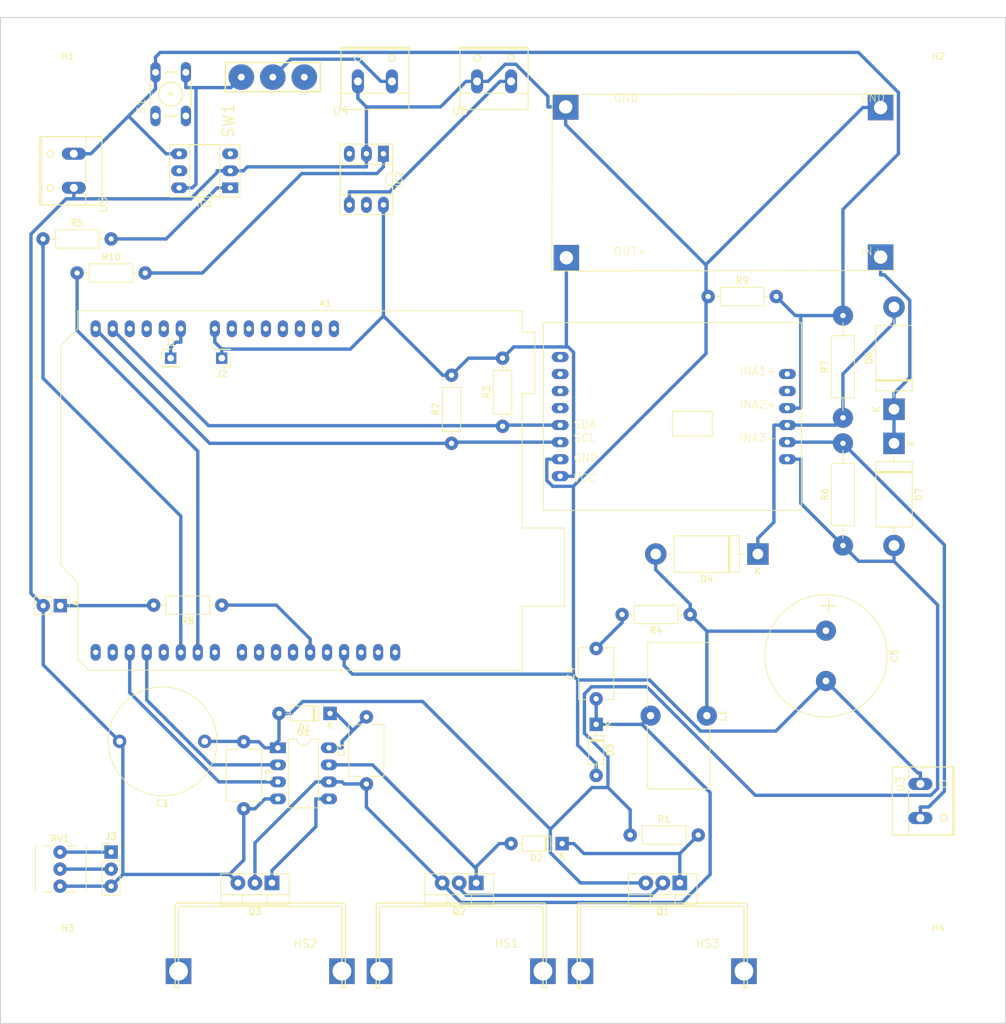
<source format=kicad_pcb>
(kicad_pcb (version 20171130) (host pcbnew 5.0.2-bee76a0~70~ubuntu18.04.1)

  (general
    (thickness 1.6)
    (drawings 4)
    (tracks 279)
    (zones 0)
    (modules 49)
    (nets 67)
  )

  (page A4)
  (layers
    (0 F.Cu signal)
    (31 B.Cu signal)
    (32 B.Adhes user)
    (33 F.Adhes user)
    (34 B.Paste user)
    (35 F.Paste user)
    (36 B.SilkS user)
    (37 F.SilkS user)
    (38 B.Mask user)
    (39 F.Mask user)
    (40 Dwgs.User user)
    (41 Cmts.User user)
    (42 Eco1.User user)
    (43 Eco2.User user)
    (44 Edge.Cuts user)
    (45 Margin user)
    (46 B.CrtYd user)
    (47 F.CrtYd user)
    (48 B.Fab user)
    (49 F.Fab user)
  )

  (setup
    (last_trace_width 0.5)
    (trace_clearance 0.5)
    (zone_clearance 0.508)
    (zone_45_only no)
    (trace_min 0.5)
    (segment_width 0.2)
    (edge_width 0.15)
    (via_size 0.8)
    (via_drill 0.4)
    (via_min_size 0.4)
    (via_min_drill 0.3)
    (uvia_size 0.3)
    (uvia_drill 0.1)
    (uvias_allowed no)
    (uvia_min_size 0.2)
    (uvia_min_drill 0.1)
    (pcb_text_width 0.3)
    (pcb_text_size 1.5 1.5)
    (mod_edge_width 0.15)
    (mod_text_size 1 1)
    (mod_text_width 0.15)
    (pad_size 3.2 3.2)
    (pad_drill 3.2)
    (pad_to_mask_clearance 0.051)
    (solder_mask_min_width 0.25)
    (aux_axis_origin 0 0)
    (visible_elements FEFFFF7F)
    (pcbplotparams
      (layerselection 0x01000_ffffffff)
      (usegerberextensions false)
      (usegerberattributes false)
      (usegerberadvancedattributes false)
      (creategerberjobfile false)
      (excludeedgelayer true)
      (linewidth 0.100000)
      (plotframeref false)
      (viasonmask false)
      (mode 1)
      (useauxorigin false)
      (hpglpennumber 1)
      (hpglpenspeed 20)
      (hpglpendiameter 15.000000)
      (psnegative false)
      (psa4output false)
      (plotreference true)
      (plotvalue true)
      (plotinvisibletext false)
      (padsonsilk false)
      (subtractmaskfromsilk false)
      (outputformat 1)
      (mirror false)
      (drillshape 0)
      (scaleselection 1)
      (outputdirectory "gerber/"))
  )

  (net 0 "")
  (net 1 "Net-(C1-Pad1)")
  (net 2 GND)
  (net 3 "Net-(C3-Pad1)")
  (net 4 "Net-(C3-Pad2)")
  (net 5 "Net-(C4-Pad2)")
  (net 6 "Net-(C5-Pad1)")
  (net 7 "Net-(D2-Pad2)")
  (net 8 "Net-(D2-Pad1)")
  (net 9 "Net-(D4-Pad1)")
  (net 10 +5V)
  (net 11 "Net-(Q1-Pad2)")
  (net 12 "Net-(Q3-Pad1)")
  (net 13 "Net-(R6-Pad2)")
  (net 14 "Net-(IC1-Pad4)")
  (net 15 "Net-(IC2-Pad1)")
  (net 16 "Net-(X2-Pad14)")
  (net 17 "Net-(X2-Pad13)")
  (net 18 "Net-(X2-Pad8)")
  (net 19 "Net-(X2-Pad7)")
  (net 20 "Net-(X2-Pad6)")
  (net 21 "Net-(X2-Pad5)")
  (net 22 "Net-(D6-Pad1)")
  (net 23 "Net-(IC1-Pad1)")
  (net 24 "Net-(IC1-Pad5)")
  (net 25 "Net-(IC1-Pad3)")
  (net 26 "Net-(IC1-Pad6)")
  (net 27 "Net-(IC2-Pad4)")
  (net 28 "Net-(IC2-Pad5)")
  (net 29 "Net-(IC2-Pad3)")
  (net 30 "Net-(S1-Pad3)")
  (net 31 "Net-(S1-Pad1)")
  (net 32 "Net-(SW1-Pad2)")
  (net 33 "Net-(SW1-Pad3)")
  (net 34 "Net-(A1-Pad32)")
  (net 35 "Net-(A1-Pad31)")
  (net 36 "Net-(A1-Pad1)")
  (net 37 "Net-(A1-Pad17)")
  (net 38 "Net-(A1-Pad2)")
  (net 39 "Net-(A1-Pad18)")
  (net 40 "Net-(A1-Pad3)")
  (net 41 "Net-(A1-Pad19)")
  (net 42 "Net-(A1-Pad4)")
  (net 43 "Net-(A1-Pad20)")
  (net 44 "Net-(A1-Pad5)")
  (net 45 "Net-(A1-Pad21)")
  (net 46 "Net-(A1-Pad6)")
  (net 47 "Net-(A1-Pad22)")
  (net 48 "Net-(A1-Pad7)")
  (net 49 "Net-(A1-Pad23)")
  (net 50 "Net-(A1-Pad24)")
  (net 51 "Net-(A1-Pad9)")
  (net 52 "Net-(A1-Pad25)")
  (net 53 "Net-(A1-Pad10)")
  (net 54 "Net-(A1-Pad26)")
  (net 55 "Net-(A1-Pad11)")
  (net 56 "Net-(A1-Pad27)")
  (net 57 "Net-(A1-Pad12)")
  (net 58 "Net-(A1-Pad28)")
  (net 59 "Net-(A1-Pad13)")
  (net 60 "Net-(A1-Pad14)")
  (net 61 "Net-(A1-Pad30)")
  (net 62 "Net-(A1-Pad15)")
  (net 63 "Net-(A1-Pad16)")
  (net 64 "Net-(J3-Pad1)")
  (net 65 "Net-(J3-Pad2)")
  (net 66 "Net-(J4-Pad1)")

  (net_class Default "This is the default net class."
    (clearance 0.5)
    (trace_width 0.5)
    (via_dia 0.8)
    (via_drill 0.4)
    (uvia_dia 0.3)
    (uvia_drill 0.1)
    (diff_pair_gap 0.25)
    (diff_pair_width 0.5)
    (add_net +5V)
    (add_net GND)
    (add_net "Net-(A1-Pad1)")
    (add_net "Net-(A1-Pad10)")
    (add_net "Net-(A1-Pad11)")
    (add_net "Net-(A1-Pad12)")
    (add_net "Net-(A1-Pad13)")
    (add_net "Net-(A1-Pad14)")
    (add_net "Net-(A1-Pad15)")
    (add_net "Net-(A1-Pad16)")
    (add_net "Net-(A1-Pad17)")
    (add_net "Net-(A1-Pad18)")
    (add_net "Net-(A1-Pad19)")
    (add_net "Net-(A1-Pad2)")
    (add_net "Net-(A1-Pad20)")
    (add_net "Net-(A1-Pad21)")
    (add_net "Net-(A1-Pad22)")
    (add_net "Net-(A1-Pad23)")
    (add_net "Net-(A1-Pad24)")
    (add_net "Net-(A1-Pad25)")
    (add_net "Net-(A1-Pad26)")
    (add_net "Net-(A1-Pad27)")
    (add_net "Net-(A1-Pad28)")
    (add_net "Net-(A1-Pad3)")
    (add_net "Net-(A1-Pad30)")
    (add_net "Net-(A1-Pad31)")
    (add_net "Net-(A1-Pad32)")
    (add_net "Net-(A1-Pad4)")
    (add_net "Net-(A1-Pad5)")
    (add_net "Net-(A1-Pad6)")
    (add_net "Net-(A1-Pad7)")
    (add_net "Net-(A1-Pad9)")
    (add_net "Net-(C1-Pad1)")
    (add_net "Net-(C3-Pad1)")
    (add_net "Net-(C3-Pad2)")
    (add_net "Net-(C4-Pad2)")
    (add_net "Net-(C5-Pad1)")
    (add_net "Net-(D2-Pad1)")
    (add_net "Net-(D2-Pad2)")
    (add_net "Net-(D4-Pad1)")
    (add_net "Net-(D6-Pad1)")
    (add_net "Net-(IC1-Pad1)")
    (add_net "Net-(IC1-Pad3)")
    (add_net "Net-(IC1-Pad4)")
    (add_net "Net-(IC1-Pad5)")
    (add_net "Net-(IC1-Pad6)")
    (add_net "Net-(IC2-Pad1)")
    (add_net "Net-(IC2-Pad3)")
    (add_net "Net-(IC2-Pad4)")
    (add_net "Net-(IC2-Pad5)")
    (add_net "Net-(J3-Pad1)")
    (add_net "Net-(J3-Pad2)")
    (add_net "Net-(J4-Pad1)")
    (add_net "Net-(Q1-Pad2)")
    (add_net "Net-(Q3-Pad1)")
    (add_net "Net-(R6-Pad2)")
    (add_net "Net-(S1-Pad1)")
    (add_net "Net-(S1-Pad3)")
    (add_net "Net-(SW1-Pad2)")
    (add_net "Net-(SW1-Pad3)")
    (add_net "Net-(X2-Pad13)")
    (add_net "Net-(X2-Pad14)")
    (add_net "Net-(X2-Pad5)")
    (add_net "Net-(X2-Pad6)")
    (add_net "Net-(X2-Pad7)")
    (add_net "Net-(X2-Pad8)")
  )

  (module mylibrary:Arduino_UNO_R3 (layer F.Cu) (tedit 5C37A2A1) (tstamp 5C368600)
    (at 48.26 69.4944 270)
    (descr "Arduino UNO R3, http://www.mouser.com/pdfdocs/Gravitech_Arduino_Nano3_0.pdf")
    (tags "Arduino UNO R3")
    (path /5C28B71D)
    (fp_text reference A1 (at -26.891731 -0.235999 180) (layer F.SilkS)
      (effects (font (size 1 1) (thickness 0.15)))
    )
    (fp_text value Arduino_UNO_R3_mylib (at -0.221731 -1.505999 90) (layer F.Fab)
      (effects (font (size 1 1) (thickness 0.15)))
    )
    (fp_circle (center -18.001731 36.594001) (end -15.501731 36.594001) (layer B.CrtYd) (width 0.15))
    (fp_circle (center 9.938269 36.594001) (end 12.438269 36.594001) (layer B.CrtYd) (width 0.15))
    (fp_circle (center 25.178269 -14.205999) (end 27.678269 -14.205999) (layer B.CrtYd) (width 0.15))
    (fp_circle (center -23.081731 -15.475999) (end -20.581731 -15.475999) (layer B.CrtYd) (width 0.15))
    (fp_text user %R (at -2.761731 -1.505999 180) (layer F.Fab)
      (effects (font (size 1 1) (thickness 0.15)))
    )
    (fp_line (start -25.871731 36.844001) (end -23.081731 36.844001) (layer F.CrtYd) (width 0.05))
    (fp_line (start -23.081731 36.844001) (end -20.541731 39.384001) (layer F.CrtYd) (width 0.05))
    (fp_line (start -20.541731 39.384001) (end 12.228269 39.384001) (layer F.CrtYd) (width 0.05))
    (fp_line (start 12.228269 39.384001) (end 14.768269 36.844001) (layer F.CrtYd) (width 0.05))
    (fp_line (start 14.768269 36.844001) (end 26.198269 36.844001) (layer F.CrtYd) (width 0.05))
    (fp_line (start 26.198269 36.844001) (end 27.968269 35.074001) (layer F.CrtYd) (width 0.05))
    (fp_line (start 27.968269 35.074001) (end 27.968269 -29.695999) (layer F.CrtYd) (width 0.05))
    (fp_line (start 27.968269 -29.695999) (end 18.448269 -29.695999) (layer F.CrtYd) (width 0.05))
    (fp_line (start 18.448269 -29.695999) (end 18.448269 -36.045999) (layer F.CrtYd) (width 0.05))
    (fp_line (start 18.448269 -36.045999) (end 6.508269 -36.045999) (layer F.CrtYd) (width 0.05))
    (fp_line (start 6.508269 -36.045999) (end 6.508269 -29.695999) (layer F.CrtYd) (width 0.05))
    (fp_line (start 6.508269 -29.695999) (end -13.301731 -29.695999) (layer F.CrtYd) (width 0.05))
    (fp_line (start -13.301731 -29.695999) (end -13.301731 -31.605999) (layer F.CrtYd) (width 0.05))
    (fp_line (start -13.301731 -31.605999) (end -22.701731 -31.605999) (layer F.CrtYd) (width 0.05))
    (fp_line (start -22.701731 -31.605999) (end -22.701731 -29.695999) (layer F.CrtYd) (width 0.05))
    (fp_line (start -22.701731 -29.695999) (end -25.871731 -29.695999) (layer F.CrtYd) (width 0.05))
    (fp_line (start -25.871731 -29.695999) (end -25.871731 36.844001) (layer F.CrtYd) (width 0.05))
    (fp_line (start 12.228269 39.264001) (end -20.541731 39.264001) (layer F.SilkS) (width 0.12))
    (fp_line (start -20.541731 39.264001) (end -23.081731 36.724001) (layer F.SilkS) (width 0.12))
    (fp_line (start -23.081731 36.724001) (end -25.751731 36.724001) (layer F.SilkS) (width 0.12))
    (fp_line (start -25.751731 36.724001) (end -25.751731 -29.575999) (layer F.SilkS) (width 0.12))
    (fp_line (start -25.751731 -29.575999) (end -22.571731 -29.575999) (layer F.SilkS) (width 0.12))
    (fp_line (start -22.571731 -29.575999) (end -22.571731 -31.475999) (layer F.SilkS) (width 0.12))
    (fp_line (start -22.571731 -31.475999) (end -13.431731 -31.475999) (layer F.SilkS) (width 0.12))
    (fp_line (start -13.431731 -31.475999) (end -13.431731 -29.575999) (layer F.SilkS) (width 0.12))
    (fp_line (start -13.431731 -29.575999) (end 6.638269 -29.575999) (layer F.SilkS) (width 0.12))
    (fp_line (start 6.638269 -29.575999) (end 6.638269 -35.925999) (layer F.SilkS) (width 0.12))
    (fp_line (start 6.638269 -35.925999) (end 18.318269 -35.925999) (layer F.SilkS) (width 0.12))
    (fp_line (start 18.318269 -35.925999) (end 18.318269 -29.575999) (layer F.SilkS) (width 0.12))
    (fp_line (start 18.318269 -29.575999) (end 27.848269 -29.575999) (layer F.SilkS) (width 0.12))
    (fp_line (start 27.848269 -29.575999) (end 27.848269 35.074001) (layer F.SilkS) (width 0.12))
    (fp_line (start 27.848269 35.074001) (end 26.198269 36.724001) (layer F.SilkS) (width 0.12))
    (fp_line (start 26.198269 36.724001) (end 14.768269 36.724001) (layer F.SilkS) (width 0.12))
    (fp_line (start 14.768269 36.724001) (end 12.228269 39.264001) (layer F.SilkS) (width 0.12))
    (fp_line (start 6.758269 -35.795999) (end 6.758269 -19.915999) (layer F.Fab) (width 0.1))
    (fp_line (start 6.758269 -19.915999) (end 18.188269 -19.915999) (layer F.Fab) (width 0.1))
    (fp_line (start 18.188269 -19.915999) (end 18.188269 -35.795999) (layer F.Fab) (width 0.1))
    (fp_line (start 18.188269 -35.795999) (end 6.758269 -35.795999) (layer F.Fab) (width 0.1))
    (fp_line (start -22.441731 -31.345999) (end -22.441731 -18.015999) (layer F.Fab) (width 0.1))
    (fp_line (start -22.441731 -18.015999) (end -13.551731 -18.015999) (layer F.Fab) (width 0.1))
    (fp_line (start -13.551731 -18.015999) (end -13.551731 -31.345999) (layer F.Fab) (width 0.1))
    (fp_line (start -13.551731 -31.345999) (end -22.441731 -31.345999) (layer F.Fab) (width 0.1))
    (fp_line (start 14.768269 36.594001) (end 26.198269 36.594001) (layer F.Fab) (width 0.1))
    (fp_line (start -20.541731 39.134001) (end 12.228269 39.134001) (layer F.Fab) (width 0.1))
    (fp_line (start 12.228269 39.134001) (end 14.768269 36.594001) (layer F.Fab) (width 0.1))
    (fp_line (start -25.621731 36.594001) (end -23.081731 36.594001) (layer F.Fab) (width 0.1))
    (fp_line (start -23.081731 36.594001) (end -20.541731 39.134001) (layer F.Fab) (width 0.1))
    (fp_line (start 26.198269 36.594001) (end 27.718269 35.074001) (layer F.Fab) (width 0.1))
    (fp_line (start 27.718269 35.074001) (end 27.718269 -29.445999) (layer F.Fab) (width 0.1))
    (fp_line (start 27.718269 -29.445999) (end -25.621731 -29.445999) (layer F.Fab) (width 0.1))
    (fp_line (start -25.621731 -29.445999) (end -25.621731 36.594001) (layer F.Fab) (width 0.1))
    (pad 32 thru_hole oval (at 25.178269 -10.645999 270) (size 2.5 1.5) (drill 0.8) (layers *.Cu *.Mask)
      (net 34 "Net-(A1-Pad32)"))
    (pad 31 thru_hole oval (at 25.178269 -8.105999 270) (size 2.5 1.5) (drill 0.8) (layers *.Cu *.Mask)
      (net 35 "Net-(A1-Pad31)"))
    (pad 1 thru_hole oval (at -23.081731 -1.505999 270) (size 2.5 1.5) (drill 0.8) (layers *.Cu *.Mask)
      (net 36 "Net-(A1-Pad1)"))
    (pad 17 thru_hole oval (at 25.178269 28.974001 270) (size 2.5 1.5) (drill 0.8) (layers *.Cu *.Mask)
      (net 37 "Net-(A1-Pad17)"))
    (pad 2 thru_hole oval (at -23.081731 1.034001 270) (size 2.5 1.5) (drill 0.8) (layers *.Cu *.Mask)
      (net 38 "Net-(A1-Pad2)"))
    (pad 18 thru_hole oval (at 25.178269 26.434001 270) (size 2.5 1.5) (drill 0.8) (layers *.Cu *.Mask)
      (net 39 "Net-(A1-Pad18)"))
    (pad 3 thru_hole oval (at -23.081731 3.574001 270) (size 2.5 1.5) (drill 0.8) (layers *.Cu *.Mask)
      (net 40 "Net-(A1-Pad3)"))
    (pad 19 thru_hole oval (at 25.178269 23.894001 270) (size 2.5 1.5) (drill 0.8) (layers *.Cu *.Mask)
      (net 41 "Net-(A1-Pad19)"))
    (pad 4 thru_hole oval (at -23.081731 6.114001 270) (size 2.5 1.5) (drill 0.8) (layers *.Cu *.Mask)
      (net 42 "Net-(A1-Pad4)"))
    (pad 20 thru_hole oval (at 25.178269 21.354001 270) (size 2.5 1.5) (drill 0.8) (layers *.Cu *.Mask)
      (net 43 "Net-(A1-Pad20)"))
    (pad 5 thru_hole oval (at -23.081731 8.654001 270) (size 2.5 1.5) (drill 0.8) (layers *.Cu *.Mask)
      (net 44 "Net-(A1-Pad5)"))
    (pad 21 thru_hole oval (at 25.178269 18.814001 270) (size 2.5 1.5) (drill 0.8) (layers *.Cu *.Mask)
      (net 45 "Net-(A1-Pad21)"))
    (pad 6 thru_hole oval (at -23.081731 11.194001 270) (size 2.5 1.5) (drill 0.8) (layers *.Cu *.Mask)
      (net 46 "Net-(A1-Pad6)"))
    (pad 22 thru_hole oval (at 25.178269 16.274001 270) (size 2.5 1.5) (drill 0.8) (layers *.Cu *.Mask)
      (net 47 "Net-(A1-Pad22)"))
    (pad 7 thru_hole oval (at -23.081731 13.734001 270) (size 2.5 1.5) (drill 0.8) (layers *.Cu *.Mask)
      (net 48 "Net-(A1-Pad7)"))
    (pad 23 thru_hole oval (at 25.178269 12.214001 270) (size 2.5 1.5) (drill 0.8) (layers *.Cu *.Mask)
      (net 49 "Net-(A1-Pad23)"))
    (pad 8 thru_hole oval (at -23.081731 16.274001 270) (size 2.5 1.5) (drill 0.8) (layers *.Cu *.Mask)
      (net 10 +5V))
    (pad 24 thru_hole oval (at 25.178269 9.674001 270) (size 2.5 1.5) (drill 0.8) (layers *.Cu *.Mask)
      (net 50 "Net-(A1-Pad24)"))
    (pad 9 thru_hole oval (at -23.081731 21.354001 270) (size 2.5 1.5) (drill 0.8) (layers *.Cu *.Mask)
      (net 51 "Net-(A1-Pad9)"))
    (pad 25 thru_hole oval (at 25.178269 7.134001 270) (size 2.5 1.5) (drill 0.8) (layers *.Cu *.Mask)
      (net 52 "Net-(A1-Pad25)"))
    (pad 10 thru_hole oval (at -23.081731 23.894001 270) (size 2.5 1.5) (drill 0.8) (layers *.Cu *.Mask)
      (net 53 "Net-(A1-Pad10)"))
    (pad 26 thru_hole oval (at 25.178269 4.594001 270) (size 2.5 1.5) (drill 0.8) (layers *.Cu *.Mask)
      (net 54 "Net-(A1-Pad26)"))
    (pad 11 thru_hole oval (at -23.081731 26.434001 270) (size 2.5 1.5) (drill 0.8) (layers *.Cu *.Mask)
      (net 55 "Net-(A1-Pad11)"))
    (pad 27 thru_hole oval (at 25.178269 2.054001 270) (size 2.5 1.5) (drill 0.8) (layers *.Cu *.Mask)
      (net 56 "Net-(A1-Pad27)"))
    (pad 12 thru_hole oval (at -23.081731 28.974001 270) (size 2.5 1.5) (drill 0.8) (layers *.Cu *.Mask)
      (net 57 "Net-(A1-Pad12)"))
    (pad 28 thru_hole oval (at 25.178269 -0.485999 270) (size 2.5 1.5) (drill 0.8) (layers *.Cu *.Mask)
      (net 58 "Net-(A1-Pad28)"))
    (pad 13 thru_hole oval (at -23.081731 31.514001 270) (size 2.5 1.5) (drill 0.8) (layers *.Cu *.Mask)
      (net 59 "Net-(A1-Pad13)"))
    (pad 29 thru_hole oval (at 25.178269 -3.025999 270) (size 2.5 1.5) (drill 0.8) (layers *.Cu *.Mask)
      (net 2 GND))
    (pad 14 thru_hole oval (at -23.081731 34.054001 270) (size 2.5 1.5) (drill 0.8) (layers *.Cu *.Mask)
      (net 60 "Net-(A1-Pad14)"))
    (pad 30 thru_hole oval (at 25.178269 -5.565999 270) (size 2.5 1.5) (drill 0.8) (layers *.Cu *.Mask)
      (net 61 "Net-(A1-Pad30)"))
    (pad 15 thru_hole oval (at 25.178269 34.054001 270) (size 2.5 1.5) (drill 0.8) (layers *.Cu *.Mask)
      (net 62 "Net-(A1-Pad15)"))
    (pad 16 thru_hole oval (at 25.178269 31.514001 270) (size 2.5 1.5) (drill 0.8) (layers *.Cu *.Mask)
      (net 63 "Net-(A1-Pad16)"))
    (pad "" np_thru_hole circle (at -23.081731 -15.475999 270) (size 3.2 3.2) (drill 3.2) (layers *.Cu *.Mask))
    (pad "" np_thru_hole circle (at 25.178269 -14.205999 270) (size 3.2 3.2) (drill 3.2) (layers *.Cu *.Mask))
    (pad "" np_thru_hole circle (at 9.938269 36.594001 270) (size 3.2 3.2) (drill 3.2) (layers *.Cu *.Mask))
    (pad "" np_thru_hole circle (at -18.001731 36.594001 270) (size 3.2 3.2) (drill 3.2) (layers *.Cu *.Mask))
    (model ${KISYS3DMOD}/Module.3dshapes/Arduino_UNO_R3_WithMountingHoles.wrl
      (at (xyz 0 0 0))
      (scale (xyz 1 1 1))
      (rotate (xyz 0 0 0))
    )
  )

  (module MountingHole:MountingHole_3.2mm_M3 (layer F.Cu) (tedit 56D1B4CB) (tstamp 5C296462)
    (at 140 140)
    (descr "Mounting Hole 3.2mm, no annular, M3")
    (tags "mounting hole 3.2mm no annular m3")
    (path /5C251700)
    (attr virtual)
    (fp_text reference H4 (at 0 -4.2) (layer F.SilkS)
      (effects (font (size 1 1) (thickness 0.15)))
    )
    (fp_text value MountingHole (at 0 4.2) (layer F.Fab)
      (effects (font (size 1 1) (thickness 0.15)))
    )
    (fp_text user %R (at 0.3 0) (layer F.Fab)
      (effects (font (size 1 1) (thickness 0.15)))
    )
    (fp_circle (center 0 0) (end 3.2 0) (layer Cmts.User) (width 0.15))
    (fp_circle (center 0 0) (end 3.45 0) (layer F.CrtYd) (width 0.05))
    (pad 1 np_thru_hole circle (at 0 0) (size 3.2 3.2) (drill 3.2) (layers *.Cu *.Mask))
  )

  (module MountingHole:MountingHole_3.2mm_M3 (layer F.Cu) (tedit 56D1B4CB) (tstamp 5C25C170)
    (at 10 10)
    (descr "Mounting Hole 3.2mm, no annular, M3")
    (tags "mounting hole 3.2mm no annular m3")
    (path /5C246F1F)
    (attr virtual)
    (fp_text reference H1 (at 0 -4.2) (layer F.SilkS)
      (effects (font (size 1 1) (thickness 0.15)))
    )
    (fp_text value MountingHole (at 0 4.2) (layer F.Fab)
      (effects (font (size 1 1) (thickness 0.15)))
    )
    (fp_circle (center 0 0) (end 3.45 0) (layer F.CrtYd) (width 0.05))
    (fp_circle (center 0 0) (end 3.2 0) (layer Cmts.User) (width 0.15))
    (fp_text user %R (at 0.3 0) (layer F.Fab)
      (effects (font (size 1 1) (thickness 0.15)))
    )
    (pad 1 np_thru_hole circle (at 0 0) (size 3.2 3.2) (drill 3.2) (layers *.Cu *.Mask))
  )

  (module MountingHole:MountingHole_3.2mm_M3 (layer F.Cu) (tedit 56D1B4CB) (tstamp 5C25C188)
    (at 140 10)
    (descr "Mounting Hole 3.2mm, no annular, M3")
    (tags "mounting hole 3.2mm no annular m3")
    (path /5C24C35B)
    (attr virtual)
    (fp_text reference H2 (at 0 -4.2) (layer F.SilkS)
      (effects (font (size 1 1) (thickness 0.15)))
    )
    (fp_text value MountingHole (at 0 4.2) (layer F.Fab)
      (effects (font (size 1 1) (thickness 0.15)))
    )
    (fp_text user %R (at 0.3 0) (layer F.Fab)
      (effects (font (size 1 1) (thickness 0.15)))
    )
    (fp_circle (center 0 0) (end 3.2 0) (layer Cmts.User) (width 0.15))
    (fp_circle (center 0 0) (end 3.45 0) (layer F.CrtYd) (width 0.05))
    (pad 1 np_thru_hole circle (at 0 0) (size 3.2 3.2) (drill 3.2) (layers *.Cu *.Mask))
  )

  (module MountingHole:MountingHole_3.2mm_M3 (layer F.Cu) (tedit 56D1B4CB) (tstamp 5C2965CD)
    (at 10 140)
    (descr "Mounting Hole 3.2mm, no annular, M3")
    (tags "mounting hole 3.2mm no annular m3")
    (path /5C24C3E5)
    (attr virtual)
    (fp_text reference H3 (at 0 -4.2) (layer F.SilkS)
      (effects (font (size 1 1) (thickness 0.15)))
    )
    (fp_text value MountingHole (at 0 4.2) (layer F.Fab)
      (effects (font (size 1 1) (thickness 0.15)))
    )
    (fp_text user %R (at 0.3 0) (layer F.Fab)
      (effects (font (size 1 1) (thickness 0.15)))
    )
    (fp_circle (center 0 0) (end 3.2 0) (layer Cmts.User) (width 0.15))
    (fp_circle (center 0 0) (end 3.45 0) (layer F.CrtYd) (width 0.05))
    (pad 1 np_thru_hole circle (at 0 0) (size 3.2 3.2) (drill 3.2) (layers *.Cu *.Mask))
  )

  (module 000_mylibrary:C_Radial_D18.0mm_H35.5mm_P7.50mm (layer F.Cu) (tedit 5C1F00CD) (tstamp 5C25BE52)
    (at 123.19 91.44 270)
    (descr "C, Radial series, Radial, pin pitch=7.50mm, diameter=18mm, height=35.5mm, Non-Polar Electrolytic Capacitor")
    (tags "C Radial series Radial pin pitch 7.50mm diameter 18mm height 35.5mm Non-Polar Electrolytic Capacitor")
    (path /5C19EBAD)
    (fp_text reference C5 (at 3.75 -10.25 270) (layer F.SilkS)
      (effects (font (size 1 1) (thickness 0.15)))
    )
    (fp_text value 220uF/25V (at 3.75 10.25 270) (layer F.Fab)
      (effects (font (size 1 1) (thickness 0.15)))
    )
    (fp_text user + (at -3.7 -0.2 270) (layer F.SilkS)
      (effects (font (size 3 3) (thickness 0.15)))
    )
    (fp_text user %R (at 3.75 0 270) (layer F.Fab)
      (effects (font (size 1 1) (thickness 0.15)))
    )
    (fp_circle (center 3.75 0) (end 13 0) (layer F.CrtYd) (width 0.05))
    (fp_circle (center 3.75 0) (end 12.87 0) (layer F.SilkS) (width 0.12))
    (fp_circle (center 3.75 0) (end 12.75 0) (layer F.Fab) (width 0.1))
    (pad 2 thru_hole circle (at 7.5 0 270) (size 3 3) (drill 1) (layers *.Cu *.Mask)
      (net 2 GND))
    (pad 1 thru_hole circle (at 0 0 270) (size 3 3) (drill 1) (layers *.Cu *.Mask)
      (net 6 "Net-(C5-Pad1)"))
    (model ${KISYS3DMOD}/Capacitor_THT.3dshapes/C_Radial_D18.0mm_H35.5mm_P7.50mm.wrl
      (at (xyz 0 0 0))
      (scale (xyz 1 1 1))
      (rotate (xyz 0 0 0))
    )
  )

  (module Diode_THT:D_DO-201AD_P15.24mm_Horizontal (layer F.Cu) (tedit 5AE50CD5) (tstamp 5C25C439)
    (at 113.03 80.01 180)
    (descr "Diode, DO-201AD series, Axial, Horizontal, pin pitch=15.24mm, , length*diameter=9.5*5.2mm^2, , http://www.diodes.com/_files/packages/DO-201AD.pdf")
    (tags "Diode DO-201AD series Axial Horizontal pin pitch 15.24mm  length 9.5mm diameter 5.2mm")
    (path /5C1A3427)
    (fp_text reference D4 (at 7.62 -3.72 180) (layer F.SilkS)
      (effects (font (size 1 1) (thickness 0.15)))
    )
    (fp_text value 1N5822 (at 7.62 3.72 180) (layer F.Fab)
      (effects (font (size 1 1) (thickness 0.15)))
    )
    (fp_line (start 2.87 -2.6) (end 2.87 2.6) (layer F.Fab) (width 0.1))
    (fp_line (start 2.87 2.6) (end 12.37 2.6) (layer F.Fab) (width 0.1))
    (fp_line (start 12.37 2.6) (end 12.37 -2.6) (layer F.Fab) (width 0.1))
    (fp_line (start 12.37 -2.6) (end 2.87 -2.6) (layer F.Fab) (width 0.1))
    (fp_line (start 0 0) (end 2.87 0) (layer F.Fab) (width 0.1))
    (fp_line (start 15.24 0) (end 12.37 0) (layer F.Fab) (width 0.1))
    (fp_line (start 4.295 -2.6) (end 4.295 2.6) (layer F.Fab) (width 0.1))
    (fp_line (start 4.395 -2.6) (end 4.395 2.6) (layer F.Fab) (width 0.1))
    (fp_line (start 4.195 -2.6) (end 4.195 2.6) (layer F.Fab) (width 0.1))
    (fp_line (start 2.75 -2.72) (end 2.75 2.72) (layer F.SilkS) (width 0.12))
    (fp_line (start 2.75 2.72) (end 12.49 2.72) (layer F.SilkS) (width 0.12))
    (fp_line (start 12.49 2.72) (end 12.49 -2.72) (layer F.SilkS) (width 0.12))
    (fp_line (start 12.49 -2.72) (end 2.75 -2.72) (layer F.SilkS) (width 0.12))
    (fp_line (start 1.84 0) (end 2.75 0) (layer F.SilkS) (width 0.12))
    (fp_line (start 13.4 0) (end 12.49 0) (layer F.SilkS) (width 0.12))
    (fp_line (start 4.295 -2.72) (end 4.295 2.72) (layer F.SilkS) (width 0.12))
    (fp_line (start 4.415 -2.72) (end 4.415 2.72) (layer F.SilkS) (width 0.12))
    (fp_line (start 4.175 -2.72) (end 4.175 2.72) (layer F.SilkS) (width 0.12))
    (fp_line (start -1.85 -2.85) (end -1.85 2.85) (layer F.CrtYd) (width 0.05))
    (fp_line (start -1.85 2.85) (end 17.09 2.85) (layer F.CrtYd) (width 0.05))
    (fp_line (start 17.09 2.85) (end 17.09 -2.85) (layer F.CrtYd) (width 0.05))
    (fp_line (start 17.09 -2.85) (end -1.85 -2.85) (layer F.CrtYd) (width 0.05))
    (fp_text user %R (at 8.3325 0 180) (layer F.Fab)
      (effects (font (size 1 1) (thickness 0.15)))
    )
    (fp_text user K (at 0 -2.6 180) (layer F.Fab)
      (effects (font (size 1 1) (thickness 0.15)))
    )
    (fp_text user K (at 0 -2.6 180) (layer F.SilkS)
      (effects (font (size 1 1) (thickness 0.15)))
    )
    (pad 1 thru_hole rect (at 0 0 180) (size 3.2 3.2) (drill 1.6) (layers *.Cu *.Mask)
      (net 9 "Net-(D4-Pad1)"))
    (pad 2 thru_hole oval (at 15.24 0 180) (size 3.2 3.2) (drill 1.6) (layers *.Cu *.Mask)
      (net 6 "Net-(C5-Pad1)"))
    (model ${KISYS3DMOD}/Diode_THT.3dshapes/D_DO-201AD_P15.24mm_Horizontal.wrl
      (at (xyz 0 0 0))
      (scale (xyz 1 1 1))
      (rotate (xyz 0 0 0))
    )
  )

  (module 000_mylibrary:WAKEFIELD265 (layer F.Cu) (tedit 0) (tstamp 5C2977C7)
    (at 68.763 132.057 180)
    (descr "<b>HEATSINK</b><p>\ndistributor Schukat")
    (path /5C1F28A8)
    (fp_text reference HS1 (at -8.636 -5.334 180) (layer F.SilkS)
      (effects (font (size 1.2065 1.2065) (thickness 0.127)) (justify right top))
    )
    (fp_text value Heatsink (at -9.144 -3.048 180) (layer F.Fab)
      (effects (font (size 1.2065 1.2065) (thickness 0.127)) (justify right top))
    )
    (fp_line (start 12.7 -12.7) (end 12.192 -12.7) (layer F.SilkS) (width 0.1524))
    (fp_line (start -12.7 -12.7) (end -12.192 -12.7) (layer F.SilkS) (width 0.1524))
    (fp_line (start 12.7 -0.254) (end 12.7 -12.7) (layer F.SilkS) (width 0.1524))
    (fp_line (start 12.192 -0.762) (end 12.192 -12.7) (layer F.SilkS) (width 0.1524))
    (fp_line (start -12.192 -0.762) (end -12.192 -12.7) (layer F.SilkS) (width 0.1524))
    (fp_line (start -12.7 -0.254) (end -12.7 -12.7) (layer F.SilkS) (width 0.1524))
    (fp_arc (start 11.938 -0.762) (end 11.938 -0.508) (angle -90) (layer F.SilkS) (width 0.1524))
    (fp_arc (start -11.938 -0.762) (end -12.192 -0.762) (angle -90) (layer F.SilkS) (width 0.1524))
    (fp_arc (start -12.319 -0.381) (end -12.7 -0.254) (angle -90) (layer F.SilkS) (width 0.1524))
    (fp_arc (start 12.319 -0.381) (end 12.192 0) (angle -90) (layer F.SilkS) (width 0.1524))
    (fp_line (start -11.938 -0.508) (end 11.938 -0.508) (layer F.SilkS) (width 0.1524))
    (fp_line (start -12.192 0) (end 12.192 0) (layer F.SilkS) (width 0.1524))
    (pad P$1 thru_hole rect (at 12.192 -10.16 180) (size 3.816 3.816) (drill 2.8) (layers *.Cu *.Mask)
      (solder_mask_margin 0.1016))
    (pad P$2 thru_hole rect (at -12.192 -10.16 180) (size 3.816 3.816) (drill 2.8) (layers *.Cu *.Mask)
      (solder_mask_margin 0.1016))
  )

  (module 000_mylibrary:WAKEFIELD265 (layer F.Cu) (tedit 0) (tstamp 5C296481)
    (at 38.763 132.057 180)
    (descr "<b>HEATSINK</b><p>\ndistributor Schukat")
    (path /5C1F2B3B)
    (fp_text reference HS2 (at -8.636 -5.334 180) (layer F.SilkS)
      (effects (font (size 1.2065 1.2065) (thickness 0.127)) (justify right top))
    )
    (fp_text value Heatsink (at -9.144 -3.048 180) (layer F.Fab)
      (effects (font (size 1.2065 1.2065) (thickness 0.127)) (justify right top))
    )
    (fp_line (start -12.192 0) (end 12.192 0) (layer F.SilkS) (width 0.1524))
    (fp_line (start -11.938 -0.508) (end 11.938 -0.508) (layer F.SilkS) (width 0.1524))
    (fp_arc (start 12.319 -0.381) (end 12.192 0) (angle -90) (layer F.SilkS) (width 0.1524))
    (fp_arc (start -12.319 -0.381) (end -12.7 -0.254) (angle -90) (layer F.SilkS) (width 0.1524))
    (fp_arc (start -11.938 -0.762) (end -12.192 -0.762) (angle -90) (layer F.SilkS) (width 0.1524))
    (fp_arc (start 11.938 -0.762) (end 11.938 -0.508) (angle -90) (layer F.SilkS) (width 0.1524))
    (fp_line (start -12.7 -0.254) (end -12.7 -12.7) (layer F.SilkS) (width 0.1524))
    (fp_line (start -12.192 -0.762) (end -12.192 -12.7) (layer F.SilkS) (width 0.1524))
    (fp_line (start 12.192 -0.762) (end 12.192 -12.7) (layer F.SilkS) (width 0.1524))
    (fp_line (start 12.7 -0.254) (end 12.7 -12.7) (layer F.SilkS) (width 0.1524))
    (fp_line (start -12.7 -12.7) (end -12.192 -12.7) (layer F.SilkS) (width 0.1524))
    (fp_line (start 12.7 -12.7) (end 12.192 -12.7) (layer F.SilkS) (width 0.1524))
    (pad P$2 thru_hole rect (at -12.192 -10.16 180) (size 3.816 3.816) (drill 2.8) (layers *.Cu *.Mask)
      (solder_mask_margin 0.1016))
    (pad P$1 thru_hole rect (at 12.192 -10.16 180) (size 3.816 3.816) (drill 2.8) (layers *.Cu *.Mask)
      (solder_mask_margin 0.1016))
  )

  (module 000_mylibrary:WAKEFIELD265 (layer F.Cu) (tedit 0) (tstamp 5C297890)
    (at 98.763 132.057 180)
    (descr "<b>HEATSINK</b><p>\ndistributor Schukat")
    (path /5C1F2B93)
    (fp_text reference HS3 (at -8.636 -5.334 180) (layer F.SilkS)
      (effects (font (size 1.2065 1.2065) (thickness 0.127)) (justify right top))
    )
    (fp_text value Heatsink (at -9.144 -3.048 180) (layer F.Fab)
      (effects (font (size 1.2065 1.2065) (thickness 0.127)) (justify right top))
    )
    (fp_line (start -12.192 0) (end 12.192 0) (layer F.SilkS) (width 0.1524))
    (fp_line (start -11.938 -0.508) (end 11.938 -0.508) (layer F.SilkS) (width 0.1524))
    (fp_arc (start 12.319 -0.381) (end 12.192 0) (angle -90) (layer F.SilkS) (width 0.1524))
    (fp_arc (start -12.319 -0.381) (end -12.7 -0.254) (angle -90) (layer F.SilkS) (width 0.1524))
    (fp_arc (start -11.938 -0.762) (end -12.192 -0.762) (angle -90) (layer F.SilkS) (width 0.1524))
    (fp_arc (start 11.938 -0.762) (end 11.938 -0.508) (angle -90) (layer F.SilkS) (width 0.1524))
    (fp_line (start -12.7 -0.254) (end -12.7 -12.7) (layer F.SilkS) (width 0.1524))
    (fp_line (start -12.192 -0.762) (end -12.192 -12.7) (layer F.SilkS) (width 0.1524))
    (fp_line (start 12.192 -0.762) (end 12.192 -12.7) (layer F.SilkS) (width 0.1524))
    (fp_line (start 12.7 -0.254) (end 12.7 -12.7) (layer F.SilkS) (width 0.1524))
    (fp_line (start -12.7 -12.7) (end -12.192 -12.7) (layer F.SilkS) (width 0.1524))
    (fp_line (start 12.7 -12.7) (end 12.192 -12.7) (layer F.SilkS) (width 0.1524))
    (pad P$2 thru_hole rect (at -12.192 -10.16 180) (size 3.816 3.816) (drill 2.8) (layers *.Cu *.Mask)
      (solder_mask_margin 0.1016))
    (pad P$1 thru_hole rect (at 12.192 -10.16 180) (size 3.816 3.816) (drill 2.8) (layers *.Cu *.Mask)
      (solder_mask_margin 0.1016))
  )

  (module 000_mylibrary:R_Axial_DIN0207_L6.3mm_D2.5mm_P10.16mm_Horizontal_fatpad (layer F.Cu) (tedit 5C1EF348) (tstamp 5C25C053)
    (at 93.98 121.92)
    (descr "Resistor, Axial_DIN0207 series, Axial, Horizontal, pin pitch=10.16mm, 0.25W = 1/4W, length*diameter=6.3*2.5mm^2, http://cdn-reichelt.de/documents/datenblatt/B400/1_4W%23YAG.pdf")
    (tags "Resistor Axial_DIN0207 series Axial Horizontal pin pitch 10.16mm 0.25W = 1/4W length 6.3mm diameter 2.5mm")
    (path /5C194031)
    (fp_text reference R1 (at 5.08 -2.37) (layer F.SilkS)
      (effects (font (size 1 1) (thickness 0.15)))
    )
    (fp_text value 470K (at 5.08 2.37) (layer F.Fab)
      (effects (font (size 1 1) (thickness 0.15)))
    )
    (fp_text user %R (at 5.08 0) (layer F.Fab)
      (effects (font (size 1 1) (thickness 0.15)))
    )
    (fp_line (start 11.21 -1.5) (end -1.05 -1.5) (layer F.CrtYd) (width 0.05))
    (fp_line (start 11.21 1.5) (end 11.21 -1.5) (layer F.CrtYd) (width 0.05))
    (fp_line (start -1.05 1.5) (end 11.21 1.5) (layer F.CrtYd) (width 0.05))
    (fp_line (start -1.05 -1.5) (end -1.05 1.5) (layer F.CrtYd) (width 0.05))
    (fp_line (start 9.12 0) (end 8.35 0) (layer F.SilkS) (width 0.12))
    (fp_line (start 1.04 0) (end 1.81 0) (layer F.SilkS) (width 0.12))
    (fp_line (start 8.35 -1.37) (end 1.81 -1.37) (layer F.SilkS) (width 0.12))
    (fp_line (start 8.35 1.37) (end 8.35 -1.37) (layer F.SilkS) (width 0.12))
    (fp_line (start 1.81 1.37) (end 8.35 1.37) (layer F.SilkS) (width 0.12))
    (fp_line (start 1.81 -1.37) (end 1.81 1.37) (layer F.SilkS) (width 0.12))
    (fp_line (start 10.16 0) (end 8.23 0) (layer F.Fab) (width 0.1))
    (fp_line (start 0 0) (end 1.93 0) (layer F.Fab) (width 0.1))
    (fp_line (start 8.23 -1.25) (end 1.93 -1.25) (layer F.Fab) (width 0.1))
    (fp_line (start 8.23 1.25) (end 8.23 -1.25) (layer F.Fab) (width 0.1))
    (fp_line (start 1.93 1.25) (end 8.23 1.25) (layer F.Fab) (width 0.1))
    (fp_line (start 1.93 -1.25) (end 1.93 1.25) (layer F.Fab) (width 0.1))
    (pad 2 thru_hole circle (at 10.16 0) (size 2 2) (drill 0.8) (layers *.Cu *.Mask)
      (net 8 "Net-(D2-Pad1)"))
    (pad 1 thru_hole circle (at 0 0) (size 2 2) (drill 0.8) (layers *.Cu *.Mask)
      (net 1 "Net-(C1-Pad1)"))
    (model ${KISYS3DMOD}/Resistor_THT.3dshapes/R_Axial_DIN0207_L6.3mm_D2.5mm_P10.16mm_Horizontal.wrl
      (at (xyz 0 0 0))
      (scale (xyz 1 1 1))
      (rotate (xyz 0 0 0))
    )
  )

  (module 000_mylibrary:R_Axial_DIN0207_L6.3mm_D2.5mm_P10.16mm_Horizontal_fatpad (layer F.Cu) (tedit 5C1EF348) (tstamp 5C28473A)
    (at 67.31 63.5 90)
    (descr "Resistor, Axial_DIN0207 series, Axial, Horizontal, pin pitch=10.16mm, 0.25W = 1/4W, length*diameter=6.3*2.5mm^2, http://cdn-reichelt.de/documents/datenblatt/B400/1_4W%23YAG.pdf")
    (tags "Resistor Axial_DIN0207 series Axial Horizontal pin pitch 10.16mm 0.25W = 1/4W length 6.3mm diameter 2.5mm")
    (path /5C1AAB29)
    (fp_text reference R2 (at 5.08 -2.37 90) (layer F.SilkS)
      (effects (font (size 1 1) (thickness 0.15)))
    )
    (fp_text value 4.7K (at 5.08 2.37 90) (layer F.Fab)
      (effects (font (size 1 1) (thickness 0.15)))
    )
    (fp_line (start 1.93 -1.25) (end 1.93 1.25) (layer F.Fab) (width 0.1))
    (fp_line (start 1.93 1.25) (end 8.23 1.25) (layer F.Fab) (width 0.1))
    (fp_line (start 8.23 1.25) (end 8.23 -1.25) (layer F.Fab) (width 0.1))
    (fp_line (start 8.23 -1.25) (end 1.93 -1.25) (layer F.Fab) (width 0.1))
    (fp_line (start 0 0) (end 1.93 0) (layer F.Fab) (width 0.1))
    (fp_line (start 10.16 0) (end 8.23 0) (layer F.Fab) (width 0.1))
    (fp_line (start 1.81 -1.37) (end 1.81 1.37) (layer F.SilkS) (width 0.12))
    (fp_line (start 1.81 1.37) (end 8.35 1.37) (layer F.SilkS) (width 0.12))
    (fp_line (start 8.35 1.37) (end 8.35 -1.37) (layer F.SilkS) (width 0.12))
    (fp_line (start 8.35 -1.37) (end 1.81 -1.37) (layer F.SilkS) (width 0.12))
    (fp_line (start 1.04 0) (end 1.81 0) (layer F.SilkS) (width 0.12))
    (fp_line (start 9.12 0) (end 8.35 0) (layer F.SilkS) (width 0.12))
    (fp_line (start -1.05 -1.5) (end -1.05 1.5) (layer F.CrtYd) (width 0.05))
    (fp_line (start -1.05 1.5) (end 11.21 1.5) (layer F.CrtYd) (width 0.05))
    (fp_line (start 11.21 1.5) (end 11.21 -1.5) (layer F.CrtYd) (width 0.05))
    (fp_line (start 11.21 -1.5) (end -1.05 -1.5) (layer F.CrtYd) (width 0.05))
    (fp_text user %R (at 5.08 0 90) (layer F.Fab)
      (effects (font (size 1 1) (thickness 0.15)))
    )
    (pad 1 thru_hole circle (at 0 0 90) (size 2 2) (drill 0.8) (layers *.Cu *.Mask)
      (net 60 "Net-(A1-Pad14)"))
    (pad 2 thru_hole circle (at 10.16 0 90) (size 2 2) (drill 0.8) (layers *.Cu *.Mask)
      (net 10 +5V))
    (model ${KISYS3DMOD}/Resistor_THT.3dshapes/R_Axial_DIN0207_L6.3mm_D2.5mm_P10.16mm_Horizontal.wrl
      (at (xyz 0 0 0))
      (scale (xyz 1 1 1))
      (rotate (xyz 0 0 0))
    )
  )

  (module 000_mylibrary:R_Axial_DIN0207_L6.3mm_D2.5mm_P10.16mm_Horizontal_fatpad (layer F.Cu) (tedit 5C1EF348) (tstamp 5C28477C)
    (at 74.93 60.96 90)
    (descr "Resistor, Axial_DIN0207 series, Axial, Horizontal, pin pitch=10.16mm, 0.25W = 1/4W, length*diameter=6.3*2.5mm^2, http://cdn-reichelt.de/documents/datenblatt/B400/1_4W%23YAG.pdf")
    (tags "Resistor Axial_DIN0207 series Axial Horizontal pin pitch 10.16mm 0.25W = 1/4W length 6.3mm diameter 2.5mm")
    (path /5C1B2825)
    (fp_text reference R3 (at 5.08 -2.37 90) (layer F.SilkS)
      (effects (font (size 1 1) (thickness 0.15)))
    )
    (fp_text value 4.7K (at 5.08 2.37 90) (layer F.Fab)
      (effects (font (size 1 1) (thickness 0.15)))
    )
    (fp_text user %R (at 5.08 0 90) (layer F.Fab)
      (effects (font (size 1 1) (thickness 0.15)))
    )
    (fp_line (start 11.21 -1.5) (end -1.05 -1.5) (layer F.CrtYd) (width 0.05))
    (fp_line (start 11.21 1.5) (end 11.21 -1.5) (layer F.CrtYd) (width 0.05))
    (fp_line (start -1.05 1.5) (end 11.21 1.5) (layer F.CrtYd) (width 0.05))
    (fp_line (start -1.05 -1.5) (end -1.05 1.5) (layer F.CrtYd) (width 0.05))
    (fp_line (start 9.12 0) (end 8.35 0) (layer F.SilkS) (width 0.12))
    (fp_line (start 1.04 0) (end 1.81 0) (layer F.SilkS) (width 0.12))
    (fp_line (start 8.35 -1.37) (end 1.81 -1.37) (layer F.SilkS) (width 0.12))
    (fp_line (start 8.35 1.37) (end 8.35 -1.37) (layer F.SilkS) (width 0.12))
    (fp_line (start 1.81 1.37) (end 8.35 1.37) (layer F.SilkS) (width 0.12))
    (fp_line (start 1.81 -1.37) (end 1.81 1.37) (layer F.SilkS) (width 0.12))
    (fp_line (start 10.16 0) (end 8.23 0) (layer F.Fab) (width 0.1))
    (fp_line (start 0 0) (end 1.93 0) (layer F.Fab) (width 0.1))
    (fp_line (start 8.23 -1.25) (end 1.93 -1.25) (layer F.Fab) (width 0.1))
    (fp_line (start 8.23 1.25) (end 8.23 -1.25) (layer F.Fab) (width 0.1))
    (fp_line (start 1.93 1.25) (end 8.23 1.25) (layer F.Fab) (width 0.1))
    (fp_line (start 1.93 -1.25) (end 1.93 1.25) (layer F.Fab) (width 0.1))
    (pad 2 thru_hole circle (at 10.16 0 90) (size 2 2) (drill 0.8) (layers *.Cu *.Mask)
      (net 10 +5V))
    (pad 1 thru_hole circle (at 0 0 90) (size 2 2) (drill 0.8) (layers *.Cu *.Mask)
      (net 59 "Net-(A1-Pad13)"))
    (model ${KISYS3DMOD}/Resistor_THT.3dshapes/R_Axial_DIN0207_L6.3mm_D2.5mm_P10.16mm_Horizontal.wrl
      (at (xyz 0 0 0))
      (scale (xyz 1 1 1))
      (rotate (xyz 0 0 0))
    )
  )

  (module 000_mylibrary:R_Axial_DIN0207_L6.3mm_D2.5mm_P10.16mm_Horizontal_fatpad (layer F.Cu) (tedit 5C1EF348) (tstamp 5C297A75)
    (at 102.931 89.027 180)
    (descr "Resistor, Axial_DIN0207 series, Axial, Horizontal, pin pitch=10.16mm, 0.25W = 1/4W, length*diameter=6.3*2.5mm^2, http://cdn-reichelt.de/documents/datenblatt/B400/1_4W%23YAG.pdf")
    (tags "Resistor Axial_DIN0207 series Axial Horizontal pin pitch 10.16mm 0.25W = 1/4W length 6.3mm diameter 2.5mm")
    (path /5C19C211)
    (fp_text reference R4 (at 5.08 -2.37 180) (layer F.SilkS)
      (effects (font (size 1 1) (thickness 0.15)))
    )
    (fp_text value 220 (at 5.08 2.37 180) (layer F.Fab)
      (effects (font (size 1 1) (thickness 0.15)))
    )
    (fp_line (start 1.93 -1.25) (end 1.93 1.25) (layer F.Fab) (width 0.1))
    (fp_line (start 1.93 1.25) (end 8.23 1.25) (layer F.Fab) (width 0.1))
    (fp_line (start 8.23 1.25) (end 8.23 -1.25) (layer F.Fab) (width 0.1))
    (fp_line (start 8.23 -1.25) (end 1.93 -1.25) (layer F.Fab) (width 0.1))
    (fp_line (start 0 0) (end 1.93 0) (layer F.Fab) (width 0.1))
    (fp_line (start 10.16 0) (end 8.23 0) (layer F.Fab) (width 0.1))
    (fp_line (start 1.81 -1.37) (end 1.81 1.37) (layer F.SilkS) (width 0.12))
    (fp_line (start 1.81 1.37) (end 8.35 1.37) (layer F.SilkS) (width 0.12))
    (fp_line (start 8.35 1.37) (end 8.35 -1.37) (layer F.SilkS) (width 0.12))
    (fp_line (start 8.35 -1.37) (end 1.81 -1.37) (layer F.SilkS) (width 0.12))
    (fp_line (start 1.04 0) (end 1.81 0) (layer F.SilkS) (width 0.12))
    (fp_line (start 9.12 0) (end 8.35 0) (layer F.SilkS) (width 0.12))
    (fp_line (start -1.05 -1.5) (end -1.05 1.5) (layer F.CrtYd) (width 0.05))
    (fp_line (start -1.05 1.5) (end 11.21 1.5) (layer F.CrtYd) (width 0.05))
    (fp_line (start 11.21 1.5) (end 11.21 -1.5) (layer F.CrtYd) (width 0.05))
    (fp_line (start 11.21 -1.5) (end -1.05 -1.5) (layer F.CrtYd) (width 0.05))
    (fp_text user %R (at 5.08 0 180) (layer F.Fab)
      (effects (font (size 1 1) (thickness 0.15)))
    )
    (pad 1 thru_hole circle (at 0 0 180) (size 2 2) (drill 0.8) (layers *.Cu *.Mask)
      (net 6 "Net-(C5-Pad1)"))
    (pad 2 thru_hole circle (at 10.16 0 180) (size 2 2) (drill 0.8) (layers *.Cu *.Mask)
      (net 5 "Net-(C4-Pad2)"))
    (model ${KISYS3DMOD}/Resistor_THT.3dshapes/R_Axial_DIN0207_L6.3mm_D2.5mm_P10.16mm_Horizontal.wrl
      (at (xyz 0 0 0))
      (scale (xyz 1 1 1))
      (rotate (xyz 0 0 0))
    )
  )

  (module Package_DIP:DIP-8_W7.62mm_LongPads (layer F.Cu) (tedit 5A02E8C5) (tstamp 5C25C745)
    (at 41.4004 108.91)
    (descr "8-lead though-hole mounted DIP package, row spacing 7.62 mm (300 mils), LongPads")
    (tags "THT DIP DIL PDIP 2.54mm 7.62mm 300mil LongPads")
    (path /5C186A88)
    (fp_text reference U1 (at 3.81 -2.33) (layer F.SilkS)
      (effects (font (size 1 1) (thickness 0.15)))
    )
    (fp_text value IR2104 (at 3.81 9.95) (layer F.Fab)
      (effects (font (size 1 1) (thickness 0.15)))
    )
    (fp_arc (start 3.81 -1.33) (end 2.81 -1.33) (angle -180) (layer F.SilkS) (width 0.12))
    (fp_line (start 1.635 -1.27) (end 6.985 -1.27) (layer F.Fab) (width 0.1))
    (fp_line (start 6.985 -1.27) (end 6.985 8.89) (layer F.Fab) (width 0.1))
    (fp_line (start 6.985 8.89) (end 0.635 8.89) (layer F.Fab) (width 0.1))
    (fp_line (start 0.635 8.89) (end 0.635 -0.27) (layer F.Fab) (width 0.1))
    (fp_line (start 0.635 -0.27) (end 1.635 -1.27) (layer F.Fab) (width 0.1))
    (fp_line (start 2.81 -1.33) (end 1.56 -1.33) (layer F.SilkS) (width 0.12))
    (fp_line (start 1.56 -1.33) (end 1.56 8.95) (layer F.SilkS) (width 0.12))
    (fp_line (start 1.56 8.95) (end 6.06 8.95) (layer F.SilkS) (width 0.12))
    (fp_line (start 6.06 8.95) (end 6.06 -1.33) (layer F.SilkS) (width 0.12))
    (fp_line (start 6.06 -1.33) (end 4.81 -1.33) (layer F.SilkS) (width 0.12))
    (fp_line (start -1.45 -1.55) (end -1.45 9.15) (layer F.CrtYd) (width 0.05))
    (fp_line (start -1.45 9.15) (end 9.1 9.15) (layer F.CrtYd) (width 0.05))
    (fp_line (start 9.1 9.15) (end 9.1 -1.55) (layer F.CrtYd) (width 0.05))
    (fp_line (start 9.1 -1.55) (end -1.45 -1.55) (layer F.CrtYd) (width 0.05))
    (fp_text user %R (at 3.81 3.81) (layer F.Fab)
      (effects (font (size 1 1) (thickness 0.15)))
    )
    (pad 1 thru_hole rect (at 0 0) (size 2.4 1.6) (drill 0.8) (layers *.Cu *.Mask)
      (net 1 "Net-(C1-Pad1)"))
    (pad 5 thru_hole oval (at 7.62 7.62) (size 2.4 1.6) (drill 0.8) (layers *.Cu *.Mask)
      (net 12 "Net-(Q3-Pad1)"))
    (pad 2 thru_hole oval (at 0 2.54) (size 2.4 1.6) (drill 0.8) (layers *.Cu *.Mask)
      (net 39 "Net-(A1-Pad18)"))
    (pad 6 thru_hole oval (at 7.62 5.08) (size 2.4 1.6) (drill 0.8) (layers *.Cu *.Mask)
      (net 3 "Net-(C3-Pad1)"))
    (pad 3 thru_hole oval (at 0 5.08) (size 2.4 1.6) (drill 0.8) (layers *.Cu *.Mask)
      (net 37 "Net-(A1-Pad17)"))
    (pad 7 thru_hole oval (at 7.62 2.54) (size 2.4 1.6) (drill 0.8) (layers *.Cu *.Mask)
      (net 7 "Net-(D2-Pad2)"))
    (pad 4 thru_hole oval (at 0 7.62) (size 2.4 1.6) (drill 0.8) (layers *.Cu *.Mask)
      (net 2 GND))
    (pad 8 thru_hole oval (at 7.62 0) (size 2.4 1.6) (drill 0.8) (layers *.Cu *.Mask)
      (net 4 "Net-(C3-Pad2)"))
    (model ${KISYS3DMOD}/Package_DIP.3dshapes/DIP-8_W7.62mm.wrl
      (at (xyz 0 0 0))
      (scale (xyz 1 1 1))
      (rotate (xyz 0 0 0))
    )
  )

  (module 000_mylibrary:R_Axial_DIN0207_L6.3mm_D2.5mm_P10.16mm_Horizontal_fatpad (layer F.Cu) (tedit 5C1EF348) (tstamp 5C283B25)
    (at 33.02 87.63 180)
    (descr "Resistor, Axial_DIN0207 series, Axial, Horizontal, pin pitch=10.16mm, 0.25W = 1/4W, length*diameter=6.3*2.5mm^2, http://cdn-reichelt.de/documents/datenblatt/B400/1_4W%23YAG.pdf")
    (tags "Resistor Axial_DIN0207 series Axial Horizontal pin pitch 10.16mm 0.25W = 1/4W length 6.3mm diameter 2.5mm")
    (path /5C2065AC)
    (fp_text reference R8 (at 5.08 -2.37 180) (layer F.SilkS)
      (effects (font (size 1 1) (thickness 0.15)))
    )
    (fp_text value 10K (at 5.08 2.37 180) (layer F.Fab)
      (effects (font (size 1 1) (thickness 0.15)))
    )
    (fp_text user %R (at 5.08 0 180) (layer F.Fab)
      (effects (font (size 1 1) (thickness 0.15)))
    )
    (fp_line (start 11.21 -1.5) (end -1.05 -1.5) (layer F.CrtYd) (width 0.05))
    (fp_line (start 11.21 1.5) (end 11.21 -1.5) (layer F.CrtYd) (width 0.05))
    (fp_line (start -1.05 1.5) (end 11.21 1.5) (layer F.CrtYd) (width 0.05))
    (fp_line (start -1.05 -1.5) (end -1.05 1.5) (layer F.CrtYd) (width 0.05))
    (fp_line (start 9.12 0) (end 8.35 0) (layer F.SilkS) (width 0.12))
    (fp_line (start 1.04 0) (end 1.81 0) (layer F.SilkS) (width 0.12))
    (fp_line (start 8.35 -1.37) (end 1.81 -1.37) (layer F.SilkS) (width 0.12))
    (fp_line (start 8.35 1.37) (end 8.35 -1.37) (layer F.SilkS) (width 0.12))
    (fp_line (start 1.81 1.37) (end 8.35 1.37) (layer F.SilkS) (width 0.12))
    (fp_line (start 1.81 -1.37) (end 1.81 1.37) (layer F.SilkS) (width 0.12))
    (fp_line (start 10.16 0) (end 8.23 0) (layer F.Fab) (width 0.1))
    (fp_line (start 0 0) (end 1.93 0) (layer F.Fab) (width 0.1))
    (fp_line (start 8.23 -1.25) (end 1.93 -1.25) (layer F.Fab) (width 0.1))
    (fp_line (start 8.23 1.25) (end 8.23 -1.25) (layer F.Fab) (width 0.1))
    (fp_line (start 1.93 1.25) (end 8.23 1.25) (layer F.Fab) (width 0.1))
    (fp_line (start 1.93 -1.25) (end 1.93 1.25) (layer F.Fab) (width 0.1))
    (pad 2 thru_hole circle (at 10.16 0 180) (size 2 2) (drill 0.8) (layers *.Cu *.Mask)
      (net 66 "Net-(J4-Pad1)"))
    (pad 1 thru_hole circle (at 0 0 180) (size 2 2) (drill 0.8) (layers *.Cu *.Mask)
      (net 56 "Net-(A1-Pad27)"))
    (model ${KISYS3DMOD}/Resistor_THT.3dshapes/R_Axial_DIN0207_L6.3mm_D2.5mm_P10.16mm_Horizontal.wrl
      (at (xyz 0 0 0))
      (scale (xyz 1 1 1))
      (rotate (xyz 0 0 0))
    )
  )

  (module 000_mylibrary:R_Axial_DIN0207_L6.3mm_D2.5mm_P10.16mm_Horizontal_fatpad (layer F.Cu) (tedit 5C1EF348) (tstamp 5C25C095)
    (at 105.613 41.6052)
    (descr "Resistor, Axial_DIN0207 series, Axial, Horizontal, pin pitch=10.16mm, 0.25W = 1/4W, length*diameter=6.3*2.5mm^2, http://cdn-reichelt.de/documents/datenblatt/B400/1_4W%23YAG.pdf")
    (tags "Resistor Axial_DIN0207 series Axial Horizontal pin pitch 10.16mm 0.25W = 1/4W length 6.3mm diameter 2.5mm")
    (path /5C21E7DD)
    (fp_text reference R9 (at 5.08 -2.37) (layer F.SilkS)
      (effects (font (size 1 1) (thickness 0.15)))
    )
    (fp_text value 100K (at 5.08 2.37) (layer F.Fab)
      (effects (font (size 1 1) (thickness 0.15)))
    )
    (fp_line (start 1.93 -1.25) (end 1.93 1.25) (layer F.Fab) (width 0.1))
    (fp_line (start 1.93 1.25) (end 8.23 1.25) (layer F.Fab) (width 0.1))
    (fp_line (start 8.23 1.25) (end 8.23 -1.25) (layer F.Fab) (width 0.1))
    (fp_line (start 8.23 -1.25) (end 1.93 -1.25) (layer F.Fab) (width 0.1))
    (fp_line (start 0 0) (end 1.93 0) (layer F.Fab) (width 0.1))
    (fp_line (start 10.16 0) (end 8.23 0) (layer F.Fab) (width 0.1))
    (fp_line (start 1.81 -1.37) (end 1.81 1.37) (layer F.SilkS) (width 0.12))
    (fp_line (start 1.81 1.37) (end 8.35 1.37) (layer F.SilkS) (width 0.12))
    (fp_line (start 8.35 1.37) (end 8.35 -1.37) (layer F.SilkS) (width 0.12))
    (fp_line (start 8.35 -1.37) (end 1.81 -1.37) (layer F.SilkS) (width 0.12))
    (fp_line (start 1.04 0) (end 1.81 0) (layer F.SilkS) (width 0.12))
    (fp_line (start 9.12 0) (end 8.35 0) (layer F.SilkS) (width 0.12))
    (fp_line (start -1.05 -1.5) (end -1.05 1.5) (layer F.CrtYd) (width 0.05))
    (fp_line (start -1.05 1.5) (end 11.21 1.5) (layer F.CrtYd) (width 0.05))
    (fp_line (start 11.21 1.5) (end 11.21 -1.5) (layer F.CrtYd) (width 0.05))
    (fp_line (start 11.21 -1.5) (end -1.05 -1.5) (layer F.CrtYd) (width 0.05))
    (fp_text user %R (at 5.08 0) (layer F.Fab)
      (effects (font (size 1 1) (thickness 0.15)))
    )
    (pad 1 thru_hole circle (at 0 0) (size 2 2) (drill 0.8) (layers *.Cu *.Mask)
      (net 2 GND))
    (pad 2 thru_hole circle (at 10.16 0) (size 2 2) (drill 0.8) (layers *.Cu *.Mask)
      (net 14 "Net-(IC1-Pad4)"))
    (model ${KISYS3DMOD}/Resistor_THT.3dshapes/R_Axial_DIN0207_L6.3mm_D2.5mm_P10.16mm_Horizontal.wrl
      (at (xyz 0 0 0))
      (scale (xyz 1 1 1))
      (rotate (xyz 0 0 0))
    )
  )

  (module 000_mylibrary:R_Axial_DIN0207_L6.3mm_D2.5mm_P10.16mm_Horizontal_fatpad (layer F.Cu) (tedit 5C1EF348) (tstamp 5C296D2E)
    (at 11.43 38.1)
    (descr "Resistor, Axial_DIN0207 series, Axial, Horizontal, pin pitch=10.16mm, 0.25W = 1/4W, length*diameter=6.3*2.5mm^2, http://cdn-reichelt.de/documents/datenblatt/B400/1_4W%23YAG.pdf")
    (tags "Resistor Axial_DIN0207 series Axial Horizontal pin pitch 10.16mm 0.25W = 1/4W length 6.3mm diameter 2.5mm")
    (path /5C226D5C)
    (fp_text reference R10 (at 5.08 -2.37) (layer F.SilkS)
      (effects (font (size 1 1) (thickness 0.15)))
    )
    (fp_text value 2.2K (at 5.08 2.37) (layer F.Fab)
      (effects (font (size 1 1) (thickness 0.15)))
    )
    (fp_text user %R (at 5.08 0) (layer F.Fab)
      (effects (font (size 1 1) (thickness 0.15)))
    )
    (fp_line (start 11.21 -1.5) (end -1.05 -1.5) (layer F.CrtYd) (width 0.05))
    (fp_line (start 11.21 1.5) (end 11.21 -1.5) (layer F.CrtYd) (width 0.05))
    (fp_line (start -1.05 1.5) (end 11.21 1.5) (layer F.CrtYd) (width 0.05))
    (fp_line (start -1.05 -1.5) (end -1.05 1.5) (layer F.CrtYd) (width 0.05))
    (fp_line (start 9.12 0) (end 8.35 0) (layer F.SilkS) (width 0.12))
    (fp_line (start 1.04 0) (end 1.81 0) (layer F.SilkS) (width 0.12))
    (fp_line (start 8.35 -1.37) (end 1.81 -1.37) (layer F.SilkS) (width 0.12))
    (fp_line (start 8.35 1.37) (end 8.35 -1.37) (layer F.SilkS) (width 0.12))
    (fp_line (start 1.81 1.37) (end 8.35 1.37) (layer F.SilkS) (width 0.12))
    (fp_line (start 1.81 -1.37) (end 1.81 1.37) (layer F.SilkS) (width 0.12))
    (fp_line (start 10.16 0) (end 8.23 0) (layer F.Fab) (width 0.1))
    (fp_line (start 0 0) (end 1.93 0) (layer F.Fab) (width 0.1))
    (fp_line (start 8.23 -1.25) (end 1.93 -1.25) (layer F.Fab) (width 0.1))
    (fp_line (start 8.23 1.25) (end 8.23 -1.25) (layer F.Fab) (width 0.1))
    (fp_line (start 1.93 1.25) (end 8.23 1.25) (layer F.Fab) (width 0.1))
    (fp_line (start 1.93 -1.25) (end 1.93 1.25) (layer F.Fab) (width 0.1))
    (pad 2 thru_hole circle (at 10.16 0) (size 2 2) (drill 0.8) (layers *.Cu *.Mask)
      (net 15 "Net-(IC2-Pad1)"))
    (pad 1 thru_hole circle (at 0 0) (size 2 2) (drill 0.8) (layers *.Cu *.Mask)
      (net 45 "Net-(A1-Pad21)"))
    (model ${KISYS3DMOD}/Resistor_THT.3dshapes/R_Axial_DIN0207_L6.3mm_D2.5mm_P10.16mm_Horizontal.wrl
      (at (xyz 0 0 0))
      (scale (xyz 1 1 1))
      (rotate (xyz 0 0 0))
    )
  )

  (module Package_DIP:DIP-6_W7.62mm_Socket_LongPads (layer F.Cu) (tedit 5A02E8C5) (tstamp 5C25C1B7)
    (at 34.29 25.4 180)
    (descr "6-lead though-hole mounted DIP package, row spacing 7.62 mm (300 mils), Socket, LongPads")
    (tags "THT DIP DIL PDIP 2.54mm 7.62mm 300mil Socket LongPads")
    (path /5C2095D0)
    (fp_text reference IC1 (at 3.81 -2.33 180) (layer F.SilkS)
      (effects (font (size 1 1) (thickness 0.15)))
    )
    (fp_text value AQV252G (at 3.81 7.41 180) (layer F.Fab)
      (effects (font (size 1 1) (thickness 0.15)))
    )
    (fp_text user %R (at 3.81 2.54 180) (layer F.Fab)
      (effects (font (size 1 1) (thickness 0.15)))
    )
    (fp_line (start 9.15 -1.6) (end -1.55 -1.6) (layer F.CrtYd) (width 0.05))
    (fp_line (start 9.15 6.7) (end 9.15 -1.6) (layer F.CrtYd) (width 0.05))
    (fp_line (start -1.55 6.7) (end 9.15 6.7) (layer F.CrtYd) (width 0.05))
    (fp_line (start -1.55 -1.6) (end -1.55 6.7) (layer F.CrtYd) (width 0.05))
    (fp_line (start 9.06 -1.39) (end -1.44 -1.39) (layer F.SilkS) (width 0.12))
    (fp_line (start 9.06 6.47) (end 9.06 -1.39) (layer F.SilkS) (width 0.12))
    (fp_line (start -1.44 6.47) (end 9.06 6.47) (layer F.SilkS) (width 0.12))
    (fp_line (start -1.44 -1.39) (end -1.44 6.47) (layer F.SilkS) (width 0.12))
    (fp_line (start 6.06 -1.33) (end 4.81 -1.33) (layer F.SilkS) (width 0.12))
    (fp_line (start 6.06 6.41) (end 6.06 -1.33) (layer F.SilkS) (width 0.12))
    (fp_line (start 1.56 6.41) (end 6.06 6.41) (layer F.SilkS) (width 0.12))
    (fp_line (start 1.56 -1.33) (end 1.56 6.41) (layer F.SilkS) (width 0.12))
    (fp_line (start 2.81 -1.33) (end 1.56 -1.33) (layer F.SilkS) (width 0.12))
    (fp_line (start 8.89 -1.33) (end -1.27 -1.33) (layer F.Fab) (width 0.1))
    (fp_line (start 8.89 6.41) (end 8.89 -1.33) (layer F.Fab) (width 0.1))
    (fp_line (start -1.27 6.41) (end 8.89 6.41) (layer F.Fab) (width 0.1))
    (fp_line (start -1.27 -1.33) (end -1.27 6.41) (layer F.Fab) (width 0.1))
    (fp_line (start 0.635 -0.27) (end 1.635 -1.27) (layer F.Fab) (width 0.1))
    (fp_line (start 0.635 6.35) (end 0.635 -0.27) (layer F.Fab) (width 0.1))
    (fp_line (start 6.985 6.35) (end 0.635 6.35) (layer F.Fab) (width 0.1))
    (fp_line (start 6.985 -1.27) (end 6.985 6.35) (layer F.Fab) (width 0.1))
    (fp_line (start 1.635 -1.27) (end 6.985 -1.27) (layer F.Fab) (width 0.1))
    (fp_arc (start 3.81 -1.33) (end 2.81 -1.33) (angle -180) (layer F.SilkS) (width 0.12))
    (pad 6 thru_hole oval (at 7.62 0 180) (size 2.4 1.6) (drill 0.8) (layers *.Cu *.Mask)
      (net 26 "Net-(IC1-Pad6)"))
    (pad 3 thru_hole oval (at 0 5.08 180) (size 2.4 1.6) (drill 0.8) (layers *.Cu *.Mask)
      (net 25 "Net-(IC1-Pad3)"))
    (pad 5 thru_hole oval (at 7.62 2.54 180) (size 2.4 1.6) (drill 0.8) (layers *.Cu *.Mask)
      (net 24 "Net-(IC1-Pad5)"))
    (pad 2 thru_hole oval (at 0 2.54 180) (size 2.4 1.6) (drill 0.8) (layers *.Cu *.Mask)
      (net 2 GND))
    (pad 4 thru_hole oval (at 7.62 5.08 180) (size 2.4 1.6) (drill 0.8) (layers *.Cu *.Mask)
      (net 14 "Net-(IC1-Pad4)"))
    (pad 1 thru_hole rect (at 0 0 180) (size 2.4 1.6) (drill 0.8) (layers *.Cu *.Mask)
      (net 23 "Net-(IC1-Pad1)"))
    (model ${KISYS3DMOD}/Package_DIP.3dshapes/DIP-6_W7.62mm_Socket.wrl
      (at (xyz 0 0 0))
      (scale (xyz 1 1 1))
      (rotate (xyz 0 0 0))
    )
  )

  (module Package_DIP:DIP-6_W7.62mm_Socket_LongPads (layer F.Cu) (tedit 5A02E8C5) (tstamp 5C25F27D)
    (at 57.15 20.32 270)
    (descr "6-lead though-hole mounted DIP package, row spacing 7.62 mm (300 mils), Socket, LongPads")
    (tags "THT DIP DIL PDIP 2.54mm 7.62mm 300mil Socket LongPads")
    (path /5C20A467)
    (fp_text reference IC2 (at 3.81 -2.33 270) (layer F.SilkS)
      (effects (font (size 1 1) (thickness 0.15)))
    )
    (fp_text value AQV252G (at 3.81 7.41 270) (layer F.Fab)
      (effects (font (size 1 1) (thickness 0.15)))
    )
    (fp_arc (start 3.81 -1.33) (end 2.81 -1.33) (angle -180) (layer F.SilkS) (width 0.12))
    (fp_line (start 1.635 -1.27) (end 6.985 -1.27) (layer F.Fab) (width 0.1))
    (fp_line (start 6.985 -1.27) (end 6.985 6.35) (layer F.Fab) (width 0.1))
    (fp_line (start 6.985 6.35) (end 0.635 6.35) (layer F.Fab) (width 0.1))
    (fp_line (start 0.635 6.35) (end 0.635 -0.27) (layer F.Fab) (width 0.1))
    (fp_line (start 0.635 -0.27) (end 1.635 -1.27) (layer F.Fab) (width 0.1))
    (fp_line (start -1.27 -1.33) (end -1.27 6.41) (layer F.Fab) (width 0.1))
    (fp_line (start -1.27 6.41) (end 8.89 6.41) (layer F.Fab) (width 0.1))
    (fp_line (start 8.89 6.41) (end 8.89 -1.33) (layer F.Fab) (width 0.1))
    (fp_line (start 8.89 -1.33) (end -1.27 -1.33) (layer F.Fab) (width 0.1))
    (fp_line (start 2.81 -1.33) (end 1.56 -1.33) (layer F.SilkS) (width 0.12))
    (fp_line (start 1.56 -1.33) (end 1.56 6.41) (layer F.SilkS) (width 0.12))
    (fp_line (start 1.56 6.41) (end 6.06 6.41) (layer F.SilkS) (width 0.12))
    (fp_line (start 6.06 6.41) (end 6.06 -1.33) (layer F.SilkS) (width 0.12))
    (fp_line (start 6.06 -1.33) (end 4.81 -1.33) (layer F.SilkS) (width 0.12))
    (fp_line (start -1.44 -1.39) (end -1.44 6.47) (layer F.SilkS) (width 0.12))
    (fp_line (start -1.44 6.47) (end 9.06 6.47) (layer F.SilkS) (width 0.12))
    (fp_line (start 9.06 6.47) (end 9.06 -1.39) (layer F.SilkS) (width 0.12))
    (fp_line (start 9.06 -1.39) (end -1.44 -1.39) (layer F.SilkS) (width 0.12))
    (fp_line (start -1.55 -1.6) (end -1.55 6.7) (layer F.CrtYd) (width 0.05))
    (fp_line (start -1.55 6.7) (end 9.15 6.7) (layer F.CrtYd) (width 0.05))
    (fp_line (start 9.15 6.7) (end 9.15 -1.6) (layer F.CrtYd) (width 0.05))
    (fp_line (start 9.15 -1.6) (end -1.55 -1.6) (layer F.CrtYd) (width 0.05))
    (fp_text user %R (at 3.81 2.54 270) (layer F.Fab)
      (effects (font (size 1 1) (thickness 0.15)))
    )
    (pad 1 thru_hole rect (at 0 0 270) (size 2.4 1.6) (drill 0.8) (layers *.Cu *.Mask)
      (net 15 "Net-(IC2-Pad1)"))
    (pad 4 thru_hole oval (at 7.62 5.08 270) (size 2.4 1.6) (drill 0.8) (layers *.Cu *.Mask)
      (net 27 "Net-(IC2-Pad4)"))
    (pad 2 thru_hole oval (at 0 2.54 270) (size 2.4 1.6) (drill 0.8) (layers *.Cu *.Mask)
      (net 2 GND))
    (pad 5 thru_hole oval (at 7.62 2.54 270) (size 2.4 1.6) (drill 0.8) (layers *.Cu *.Mask)
      (net 28 "Net-(IC2-Pad5)"))
    (pad 3 thru_hole oval (at 0 5.08 270) (size 2.4 1.6) (drill 0.8) (layers *.Cu *.Mask)
      (net 29 "Net-(IC2-Pad3)"))
    (pad 6 thru_hole oval (at 7.62 0 270) (size 2.4 1.6) (drill 0.8) (layers *.Cu *.Mask)
      (net 10 +5V))
    (model ${KISYS3DMOD}/Package_DIP.3dshapes/DIP-6_W7.62mm_Socket.wrl
      (at (xyz 0 0 0))
      (scale (xyz 1 1 1))
      (rotate (xyz 0 0 0))
    )
  )

  (module 000_mylibrary:R_Axial_DIN0207_L6.3mm_D2.5mm_P10.16mm_Horizontal_fatpad (layer F.Cu) (tedit 5C1EF348) (tstamp 5C25C791)
    (at 6.35 33.02)
    (descr "Resistor, Axial_DIN0207 series, Axial, Horizontal, pin pitch=10.16mm, 0.25W = 1/4W, length*diameter=6.3*2.5mm^2, http://cdn-reichelt.de/documents/datenblatt/B400/1_4W%23YAG.pdf")
    (tags "Resistor Axial_DIN0207 series Axial Horizontal pin pitch 10.16mm 0.25W = 1/4W length 6.3mm diameter 2.5mm")
    (path /5C20B7B6)
    (fp_text reference R5 (at 5.08 -2.37) (layer F.SilkS)
      (effects (font (size 1 1) (thickness 0.15)))
    )
    (fp_text value 2.2K (at 5.08 2.37) (layer F.Fab)
      (effects (font (size 1 1) (thickness 0.15)))
    )
    (fp_line (start 1.93 -1.25) (end 1.93 1.25) (layer F.Fab) (width 0.1))
    (fp_line (start 1.93 1.25) (end 8.23 1.25) (layer F.Fab) (width 0.1))
    (fp_line (start 8.23 1.25) (end 8.23 -1.25) (layer F.Fab) (width 0.1))
    (fp_line (start 8.23 -1.25) (end 1.93 -1.25) (layer F.Fab) (width 0.1))
    (fp_line (start 0 0) (end 1.93 0) (layer F.Fab) (width 0.1))
    (fp_line (start 10.16 0) (end 8.23 0) (layer F.Fab) (width 0.1))
    (fp_line (start 1.81 -1.37) (end 1.81 1.37) (layer F.SilkS) (width 0.12))
    (fp_line (start 1.81 1.37) (end 8.35 1.37) (layer F.SilkS) (width 0.12))
    (fp_line (start 8.35 1.37) (end 8.35 -1.37) (layer F.SilkS) (width 0.12))
    (fp_line (start 8.35 -1.37) (end 1.81 -1.37) (layer F.SilkS) (width 0.12))
    (fp_line (start 1.04 0) (end 1.81 0) (layer F.SilkS) (width 0.12))
    (fp_line (start 9.12 0) (end 8.35 0) (layer F.SilkS) (width 0.12))
    (fp_line (start -1.05 -1.5) (end -1.05 1.5) (layer F.CrtYd) (width 0.05))
    (fp_line (start -1.05 1.5) (end 11.21 1.5) (layer F.CrtYd) (width 0.05))
    (fp_line (start 11.21 1.5) (end 11.21 -1.5) (layer F.CrtYd) (width 0.05))
    (fp_line (start 11.21 -1.5) (end -1.05 -1.5) (layer F.CrtYd) (width 0.05))
    (fp_text user %R (at 5.08 0) (layer F.Fab)
      (effects (font (size 1 1) (thickness 0.15)))
    )
    (pad 1 thru_hole circle (at 0 0) (size 2 2) (drill 0.8) (layers *.Cu *.Mask)
      (net 43 "Net-(A1-Pad20)"))
    (pad 2 thru_hole circle (at 10.16 0) (size 2 2) (drill 0.8) (layers *.Cu *.Mask)
      (net 23 "Net-(IC1-Pad1)"))
    (model ${KISYS3DMOD}/Resistor_THT.3dshapes/R_Axial_DIN0207_L6.3mm_D2.5mm_P10.16mm_Horizontal.wrl
      (at (xyz 0 0 0))
      (scale (xyz 1 1 1))
      (rotate (xyz 0 0 0))
    )
  )

  (module 000_mylibrary:DROK_BUCKCONV_TWOSTORY_PADS (layer F.Cu) (tedit 0) (tstamp 5C284853)
    (at 109.22 24.13 180)
    (path /5C224EEB)
    (fp_text reference U2 (at 0 0 180) (layer F.SilkS) hide
      (effects (font (size 1.27 1.27) (thickness 0.15)))
    )
    (fp_text value DROK_BUCKCONV_TWOSTORY_PADS (at 0 0 180) (layer F.SilkS) hide
      (effects (font (size 1.27 1.27) (thickness 0.15)))
    )
    (fp_text user GND (at 17.78 11.43 180) (layer F.SilkS)
      (effects (font (size 1.2065 1.2065) (thickness 0.1016)) (justify left bottom))
    )
    (fp_text user GND (at -19.05 11.43 180) (layer F.SilkS)
      (effects (font (size 1.2065 1.2065) (thickness 0.1016)) (justify left bottom))
    )
    (fp_text user OUT+ (at 17.78 -11.43 180) (layer F.SilkS)
      (effects (font (size 1.2065 1.2065) (thickness 0.1016)) (justify left bottom))
    )
    (fp_text user IN+ (at -19.05 -11.43 180) (layer F.SilkS)
      (effects (font (size 1.2065 1.2065) (thickness 0.1016)) (justify left bottom))
    )
    (fp_line (start -24.13 -13.48) (end -24.13 12.7) (layer Cmts.User) (width 0.127))
    (fp_line (start 26.94 -13.68) (end -24.33 -13.58) (layer F.SilkS) (width 0.127))
    (fp_line (start 26.89 12.65) (end 26.94 -13.68) (layer F.SilkS) (width 0.127))
    (fp_line (start -24.13 12.7) (end 26.89 12.65) (layer F.SilkS) (width 0.127))
    (pad GND_OUT thru_hole rect (at 24.87 10.8 180) (size 3.81 3.81) (drill 2) (layers *.Cu *.Mask)
      (net 2 GND) (solder_mask_margin 0.1016))
    (pad OUT thru_hole rect (at 24.77 -11.7 180) (size 3.81 3.81) (drill 2) (layers *.Cu *.Mask)
      (net 10 +5V) (solder_mask_margin 0.1016))
    (pad IN thru_hole rect (at -22.13 -11.6 180) (size 3.81 3.81) (drill 2) (layers *.Cu *.Mask)
      (net 22 "Net-(D6-Pad1)") (solder_mask_margin 0.1016))
    (pad GND_IN thru_hole rect (at -22.13 10.7 180) (size 3.81 3.81) (drill 2) (layers *.Cu *.Mask)
      (net 2 GND) (solder_mask_margin 0.1016))
  )

  (module 000_mylibrary:B3F-10XX (layer F.Cu) (tedit 0) (tstamp 5C25CA07)
    (at 25.4 11.43 90)
    (descr "<b>OMRON SWITCH</b>")
    (path /5C20D672)
    (fp_text reference S1 (at -3.048 -3.683 90) (layer F.SilkS)
      (effects (font (size 1.2065 1.2065) (thickness 0.127)) (justify left bottom))
    )
    (fp_text value switchpushadafruit (at -3.048 5.08 90) (layer F.Fab)
      (effects (font (size 1.2065 1.2065) (thickness 0.127)) (justify left bottom))
    )
    (fp_line (start 3.302 0.762) (end 3.048 0.762) (layer F.SilkS) (width 0.1524))
    (fp_line (start 3.302 0.762) (end 3.302 -0.762) (layer F.SilkS) (width 0.1524))
    (fp_line (start 3.048 -0.762) (end 3.302 -0.762) (layer F.SilkS) (width 0.1524))
    (fp_line (start 3.048 -1.016) (end 3.048 -2.54) (layer F.Fab) (width 0.1524))
    (fp_line (start -3.302 -0.762) (end -3.048 -0.762) (layer F.SilkS) (width 0.1524))
    (fp_line (start -3.302 -0.762) (end -3.302 0.762) (layer F.SilkS) (width 0.1524))
    (fp_line (start -3.048 0.762) (end -3.302 0.762) (layer F.SilkS) (width 0.1524))
    (fp_line (start 3.048 -2.54) (end 2.54 -3.048) (layer F.Fab) (width 0.1524))
    (fp_line (start 2.54 3.048) (end 3.048 2.54) (layer F.Fab) (width 0.1524))
    (fp_line (start 3.048 2.54) (end 3.048 1.016) (layer F.Fab) (width 0.1524))
    (fp_line (start -2.54 -3.048) (end -3.048 -2.54) (layer F.Fab) (width 0.1524))
    (fp_line (start -3.048 -2.54) (end -3.048 -1.016) (layer F.Fab) (width 0.1524))
    (fp_line (start -2.54 3.048) (end -3.048 2.54) (layer F.Fab) (width 0.1524))
    (fp_line (start -3.048 2.54) (end -3.048 1.016) (layer F.Fab) (width 0.1524))
    (fp_line (start -1.27 -1.27) (end -1.27 1.27) (layer F.Fab) (width 0.0508))
    (fp_line (start 1.27 1.27) (end -1.27 1.27) (layer F.Fab) (width 0.0508))
    (fp_line (start 1.27 1.27) (end 1.27 -1.27) (layer F.Fab) (width 0.0508))
    (fp_line (start -1.27 -1.27) (end 1.27 -1.27) (layer F.Fab) (width 0.0508))
    (fp_line (start -1.27 -3.048) (end -1.27 -2.794) (layer F.SilkS) (width 0.0508))
    (fp_line (start 1.27 -2.794) (end -1.27 -2.794) (layer F.SilkS) (width 0.0508))
    (fp_line (start 1.27 -2.794) (end 1.27 -3.048) (layer F.SilkS) (width 0.0508))
    (fp_line (start 1.143 2.794) (end -1.27 2.794) (layer F.SilkS) (width 0.0508))
    (fp_line (start 1.143 2.794) (end 1.143 3.048) (layer F.SilkS) (width 0.0508))
    (fp_line (start -1.27 2.794) (end -1.27 3.048) (layer F.SilkS) (width 0.0508))
    (fp_line (start 2.54 3.048) (end 2.159 3.048) (layer F.Fab) (width 0.1524))
    (fp_line (start -2.54 3.048) (end -2.159 3.048) (layer F.Fab) (width 0.1524))
    (fp_line (start -2.159 3.048) (end -1.27 3.048) (layer F.SilkS) (width 0.1524))
    (fp_line (start -2.54 -3.048) (end -2.159 -3.048) (layer F.Fab) (width 0.1524))
    (fp_line (start 2.54 -3.048) (end 2.159 -3.048) (layer F.Fab) (width 0.1524))
    (fp_line (start 2.159 -3.048) (end 1.27 -3.048) (layer F.SilkS) (width 0.1524))
    (fp_line (start 1.27 -3.048) (end -1.27 -3.048) (layer F.SilkS) (width 0.1524))
    (fp_line (start -1.27 -3.048) (end -2.159 -3.048) (layer F.SilkS) (width 0.1524))
    (fp_line (start -1.27 3.048) (end 1.143 3.048) (layer F.SilkS) (width 0.1524))
    (fp_line (start 1.143 3.048) (end 2.159 3.048) (layer F.SilkS) (width 0.1524))
    (fp_line (start 3.048 0.762) (end 3.048 1.016) (layer F.SilkS) (width 0.1524))
    (fp_line (start 3.048 -0.762) (end 3.048 -1.016) (layer F.SilkS) (width 0.1524))
    (fp_line (start -3.048 0.762) (end -3.048 1.016) (layer F.SilkS) (width 0.1524))
    (fp_line (start -3.048 -0.762) (end -3.048 -1.016) (layer F.SilkS) (width 0.1524))
    (fp_line (start -1.27 2.159) (end 1.27 2.159) (layer F.Fab) (width 0.1524))
    (fp_line (start 1.27 -2.286) (end -1.27 -2.286) (layer F.Fab) (width 0.1524))
    (fp_line (start -2.413 -1.27) (end -2.413 -0.508) (layer F.Fab) (width 0.1524))
    (fp_line (start -2.413 0.508) (end -2.413 1.27) (layer F.Fab) (width 0.1524))
    (fp_line (start -2.413 -0.508) (end -2.159 0.381) (layer F.Fab) (width 0.1524))
    (fp_circle (center 0 0) (end 1.778 0) (layer F.SilkS) (width 0.1524))
    (fp_circle (center -2.159 2.159) (end -1.651 2.159) (layer F.Fab) (width 0.1524))
    (fp_circle (center 2.159 2.032) (end 2.667 2.032) (layer F.Fab) (width 0.1524))
    (fp_circle (center 2.159 -2.159) (end 2.667 -2.159) (layer F.Fab) (width 0.1524))
    (fp_circle (center -2.159 -2.159) (end -1.651 -2.159) (layer F.Fab) (width 0.1524))
    (fp_circle (center 0 0) (end 0.635 0) (layer F.Fab) (width 0.0508))
    (fp_circle (center 0 0) (end 0.254 0) (layer F.SilkS) (width 0.1524))
    (fp_text user 1 (at -4.318 -1.651 90) (layer F.Fab)
      (effects (font (size 1.2065 1.2065) (thickness 0.127)) (justify left bottom))
    )
    (fp_text user 2 (at 3.556 -1.524 90) (layer F.Fab)
      (effects (font (size 1.2065 1.2065) (thickness 0.127)) (justify left bottom))
    )
    (fp_text user 3 (at -4.572 2.794 90) (layer F.Fab)
      (effects (font (size 1.2065 1.2065) (thickness 0.127)) (justify left bottom))
    )
    (fp_text user 4 (at 3.556 2.794 90) (layer F.Fab)
      (effects (font (size 1.2065 1.2065) (thickness 0.127)) (justify left bottom))
    )
    (pad 1 thru_hole oval (at -3.2512 -2.2606 90) (size 3.048 1.524) (drill 1.016) (layers *.Cu *.Mask)
      (net 31 "Net-(S1-Pad1)") (solder_mask_margin 0.1016))
    (pad 3 thru_hole oval (at -3.2512 2.2606 90) (size 3.048 1.524) (drill 1.016) (layers *.Cu *.Mask)
      (net 30 "Net-(S1-Pad3)") (solder_mask_margin 0.1016))
    (pad 2 thru_hole oval (at 3.2512 -2.2606 90) (size 3.048 1.524) (drill 1.016) (layers *.Cu *.Mask)
      (net 14 "Net-(IC1-Pad4)") (solder_mask_margin 0.1016))
    (pad 4 thru_hole oval (at 3.2512 2.2606 90) (size 3.048 1.524) (drill 1.016) (layers *.Cu *.Mask)
      (net 26 "Net-(IC1-Pad6)") (solder_mask_margin 0.1016))
  )

  (module 000_mylibrary:W237-132 (layer F.Cu) (tedit 0) (tstamp 5C25C6F4)
    (at 137.922 116.84 270)
    (descr "<b>WAGO SREW CLAMP</b>")
    (path /5C20EA8A)
    (fp_text reference U3 (at -3.81 4.318 270) (layer F.SilkS)
      (effects (font (size 1.2065 1.2065) (thickness 0.127)) (justify right top))
    )
    (fp_text value Solar (at -3.81 6.985 270) (layer F.Fab)
      (effects (font (size 1.2065 1.2065) (thickness 0.127)) (justify right top))
    )
    (fp_text user 2 (at 0.6858 -1.2192 270) (layer F.Fab)
      (effects (font (size 1.2065 1.2065) (thickness 0.127)) (justify left bottom))
    )
    (fp_text user 1 (at -4.445 -1.27 270) (layer F.Fab)
      (effects (font (size 1.2065 1.2065) (thickness 0.127)) (justify left bottom))
    )
    (fp_circle (center 2.54 -2.8448) (end 3.048 -2.8448) (layer F.SilkS) (width 0.1524))
    (fp_circle (center 2.54 0.635) (end 4.0386 0.635) (layer F.Fab) (width 0.1524))
    (fp_circle (center -2.54 -2.8448) (end -2.032 -2.8448) (layer F.SilkS) (width 0.1524))
    (fp_circle (center -2.54 0.635) (end -1.0414 0.635) (layer F.Fab) (width 0.1524))
    (fp_line (start 1.651 2.413) (end 3.429 2.413) (layer F.Fab) (width 0.1524))
    (fp_line (start 5.08 -4.191) (end 5.08 -4.445) (layer F.SilkS) (width 0.1524))
    (fp_line (start -5.08 -4.445) (end 5.08 -4.445) (layer F.SilkS) (width 0.1524))
    (fp_line (start -5.08 -4.191) (end -5.08 -4.445) (layer F.SilkS) (width 0.1524))
    (fp_line (start 5.08 2.413) (end 5.08 -4.191) (layer F.SilkS) (width 0.1524))
    (fp_line (start -5.08 2.413) (end -5.08 4.826) (layer F.SilkS) (width 0.1524))
    (fp_line (start 3.429 2.413) (end 5.08 2.413) (layer F.SilkS) (width 0.1524))
    (fp_line (start -1.651 2.413) (end 1.651 2.413) (layer F.SilkS) (width 0.1524))
    (fp_line (start -3.429 2.413) (end -1.651 2.413) (layer F.Fab) (width 0.1524))
    (fp_line (start -5.08 2.413) (end -3.429 2.413) (layer F.SilkS) (width 0.1524))
    (fp_line (start -5.08 -4.191) (end -5.08 2.413) (layer F.SilkS) (width 0.1524))
    (fp_line (start 5.08 4.826) (end -5.08 4.826) (layer F.SilkS) (width 0.1524))
    (fp_line (start 5.08 4.826) (end 5.08 2.413) (layer F.SilkS) (width 0.1524))
    (fp_line (start -5.08 -4.191) (end 5.08 -4.191) (layer F.SilkS) (width 0.1524))
    (fp_line (start 1.6256 1.6764) (end 3.5306 -0.3556) (layer F.Fab) (width 0.254))
    (fp_line (start -3.5306 1.651) (end -1.524 -0.3556) (layer F.Fab) (width 0.254))
    (pad 2 thru_hole oval (at 2.54 0.635) (size 3.5814 1.7907) (drill 1.1938) (layers *.Cu *.Mask)
      (net 13 "Net-(R6-Pad2)") (solder_mask_margin 0.1016))
    (pad 1 thru_hole oval (at -2.54 0.635) (size 3.5814 1.7907) (drill 1.1938) (layers *.Cu *.Mask)
      (net 2 GND) (solder_mask_margin 0.1016))
  )

  (module Diode_THT:D_DO-201AD_P15.24mm_Horizontal (layer F.Cu) (tedit 5AE50CD5) (tstamp 5C28488F)
    (at 133.35 58.42 90)
    (descr "Diode, DO-201AD series, Axial, Horizontal, pin pitch=15.24mm, , length*diameter=9.5*5.2mm^2, , http://www.diodes.com/_files/packages/DO-201AD.pdf")
    (tags "Diode DO-201AD series Axial Horizontal pin pitch 15.24mm  length 9.5mm diameter 5.2mm")
    (path /5C248EA2)
    (fp_text reference D6 (at 7.62 -3.72 90) (layer F.SilkS)
      (effects (font (size 1 1) (thickness 0.15)))
    )
    (fp_text value 1N5822 (at 7.62 3.72 90) (layer F.Fab)
      (effects (font (size 1 1) (thickness 0.15)))
    )
    (fp_line (start 2.87 -2.6) (end 2.87 2.6) (layer F.Fab) (width 0.1))
    (fp_line (start 2.87 2.6) (end 12.37 2.6) (layer F.Fab) (width 0.1))
    (fp_line (start 12.37 2.6) (end 12.37 -2.6) (layer F.Fab) (width 0.1))
    (fp_line (start 12.37 -2.6) (end 2.87 -2.6) (layer F.Fab) (width 0.1))
    (fp_line (start 0 0) (end 2.87 0) (layer F.Fab) (width 0.1))
    (fp_line (start 15.24 0) (end 12.37 0) (layer F.Fab) (width 0.1))
    (fp_line (start 4.295 -2.6) (end 4.295 2.6) (layer F.Fab) (width 0.1))
    (fp_line (start 4.395 -2.6) (end 4.395 2.6) (layer F.Fab) (width 0.1))
    (fp_line (start 4.195 -2.6) (end 4.195 2.6) (layer F.Fab) (width 0.1))
    (fp_line (start 2.75 -2.72) (end 2.75 2.72) (layer F.SilkS) (width 0.12))
    (fp_line (start 2.75 2.72) (end 12.49 2.72) (layer F.SilkS) (width 0.12))
    (fp_line (start 12.49 2.72) (end 12.49 -2.72) (layer F.SilkS) (width 0.12))
    (fp_line (start 12.49 -2.72) (end 2.75 -2.72) (layer F.SilkS) (width 0.12))
    (fp_line (start 1.84 0) (end 2.75 0) (layer F.SilkS) (width 0.12))
    (fp_line (start 13.4 0) (end 12.49 0) (layer F.SilkS) (width 0.12))
    (fp_line (start 4.295 -2.72) (end 4.295 2.72) (layer F.SilkS) (width 0.12))
    (fp_line (start 4.415 -2.72) (end 4.415 2.72) (layer F.SilkS) (width 0.12))
    (fp_line (start 4.175 -2.72) (end 4.175 2.72) (layer F.SilkS) (width 0.12))
    (fp_line (start -1.85 -2.85) (end -1.85 2.85) (layer F.CrtYd) (width 0.05))
    (fp_line (start -1.85 2.85) (end 17.09 2.85) (layer F.CrtYd) (width 0.05))
    (fp_line (start 17.09 2.85) (end 17.09 -2.85) (layer F.CrtYd) (width 0.05))
    (fp_line (start 17.09 -2.85) (end -1.85 -2.85) (layer F.CrtYd) (width 0.05))
    (fp_text user %R (at 8.3325 0 90) (layer F.Fab)
      (effects (font (size 1 1) (thickness 0.15)))
    )
    (fp_text user K (at 0 -2.6 90) (layer F.Fab)
      (effects (font (size 1 1) (thickness 0.15)))
    )
    (fp_text user K (at 0 -2.6 90) (layer F.SilkS)
      (effects (font (size 1 1) (thickness 0.15)))
    )
    (pad 1 thru_hole rect (at 0 0 90) (size 3.2 3.2) (drill 1.6) (layers *.Cu *.Mask)
      (net 22 "Net-(D6-Pad1)"))
    (pad 2 thru_hole oval (at 15.24 0 90) (size 3.2 3.2) (drill 1.6) (layers *.Cu *.Mask)
      (net 9 "Net-(D4-Pad1)"))
    (model ${KISYS3DMOD}/Diode_THT.3dshapes/D_DO-201AD_P15.24mm_Horizontal.wrl
      (at (xyz 0 0 0))
      (scale (xyz 1 1 1))
      (rotate (xyz 0 0 0))
    )
  )

  (module Diode_THT:D_DO-201AD_P15.24mm_Horizontal (layer F.Cu) (tedit 5AE50CD5) (tstamp 5C2847C6)
    (at 133.35 63.5 270)
    (descr "Diode, DO-201AD series, Axial, Horizontal, pin pitch=15.24mm, , length*diameter=9.5*5.2mm^2, , http://www.diodes.com/_files/packages/DO-201AD.pdf")
    (tags "Diode DO-201AD series Axial Horizontal pin pitch 15.24mm  length 9.5mm diameter 5.2mm")
    (path /5C2708A1)
    (fp_text reference D7 (at 7.62 -3.72 270) (layer F.SilkS)
      (effects (font (size 1 1) (thickness 0.15)))
    )
    (fp_text value 1N5822 (at 7.62 3.72 270) (layer F.Fab)
      (effects (font (size 1 1) (thickness 0.15)))
    )
    (fp_text user K (at 0 -2.6 270) (layer F.SilkS)
      (effects (font (size 1 1) (thickness 0.15)))
    )
    (fp_text user K (at 0 -2.6 270) (layer F.Fab)
      (effects (font (size 1 1) (thickness 0.15)))
    )
    (fp_text user %R (at 8.3325 0 270) (layer F.Fab)
      (effects (font (size 1 1) (thickness 0.15)))
    )
    (fp_line (start 17.09 -2.85) (end -1.85 -2.85) (layer F.CrtYd) (width 0.05))
    (fp_line (start 17.09 2.85) (end 17.09 -2.85) (layer F.CrtYd) (width 0.05))
    (fp_line (start -1.85 2.85) (end 17.09 2.85) (layer F.CrtYd) (width 0.05))
    (fp_line (start -1.85 -2.85) (end -1.85 2.85) (layer F.CrtYd) (width 0.05))
    (fp_line (start 4.175 -2.72) (end 4.175 2.72) (layer F.SilkS) (width 0.12))
    (fp_line (start 4.415 -2.72) (end 4.415 2.72) (layer F.SilkS) (width 0.12))
    (fp_line (start 4.295 -2.72) (end 4.295 2.72) (layer F.SilkS) (width 0.12))
    (fp_line (start 13.4 0) (end 12.49 0) (layer F.SilkS) (width 0.12))
    (fp_line (start 1.84 0) (end 2.75 0) (layer F.SilkS) (width 0.12))
    (fp_line (start 12.49 -2.72) (end 2.75 -2.72) (layer F.SilkS) (width 0.12))
    (fp_line (start 12.49 2.72) (end 12.49 -2.72) (layer F.SilkS) (width 0.12))
    (fp_line (start 2.75 2.72) (end 12.49 2.72) (layer F.SilkS) (width 0.12))
    (fp_line (start 2.75 -2.72) (end 2.75 2.72) (layer F.SilkS) (width 0.12))
    (fp_line (start 4.195 -2.6) (end 4.195 2.6) (layer F.Fab) (width 0.1))
    (fp_line (start 4.395 -2.6) (end 4.395 2.6) (layer F.Fab) (width 0.1))
    (fp_line (start 4.295 -2.6) (end 4.295 2.6) (layer F.Fab) (width 0.1))
    (fp_line (start 15.24 0) (end 12.37 0) (layer F.Fab) (width 0.1))
    (fp_line (start 0 0) (end 2.87 0) (layer F.Fab) (width 0.1))
    (fp_line (start 12.37 -2.6) (end 2.87 -2.6) (layer F.Fab) (width 0.1))
    (fp_line (start 12.37 2.6) (end 12.37 -2.6) (layer F.Fab) (width 0.1))
    (fp_line (start 2.87 2.6) (end 12.37 2.6) (layer F.Fab) (width 0.1))
    (fp_line (start 2.87 -2.6) (end 2.87 2.6) (layer F.Fab) (width 0.1))
    (pad 2 thru_hole oval (at 15.24 0 270) (size 3.2 3.2) (drill 1.6) (layers *.Cu *.Mask)
      (net 1 "Net-(C1-Pad1)"))
    (pad 1 thru_hole rect (at 0 0 270) (size 3.2 3.2) (drill 1.6) (layers *.Cu *.Mask)
      (net 22 "Net-(D6-Pad1)"))
    (model ${KISYS3DMOD}/Diode_THT.3dshapes/D_DO-201AD_P15.24mm_Horizontal.wrl
      (at (xyz 0 0 0))
      (scale (xyz 1 1 1))
      (rotate (xyz 0 0 0))
    )
  )

  (module 000_mylibrary:W237-132 (layer F.Cu) (tedit 0) (tstamp 5C25C3E5)
    (at 55.88 8.89)
    (descr "<b>WAGO SREW CLAMP</b>")
    (path /5C210F3F)
    (fp_text reference U4 (at -3.81 4.318) (layer F.SilkS)
      (effects (font (size 1.2065 1.2065) (thickness 0.127)) (justify right top))
    )
    (fp_text value Battery (at -3.81 6.985) (layer F.Fab)
      (effects (font (size 1.2065 1.2065) (thickness 0.127)) (justify right top))
    )
    (fp_line (start -3.5306 1.651) (end -1.524 -0.3556) (layer F.Fab) (width 0.254))
    (fp_line (start 1.6256 1.6764) (end 3.5306 -0.3556) (layer F.Fab) (width 0.254))
    (fp_line (start -5.08 -4.191) (end 5.08 -4.191) (layer F.SilkS) (width 0.1524))
    (fp_line (start 5.08 4.826) (end 5.08 2.413) (layer F.SilkS) (width 0.1524))
    (fp_line (start 5.08 4.826) (end -5.08 4.826) (layer F.SilkS) (width 0.1524))
    (fp_line (start -5.08 -4.191) (end -5.08 2.413) (layer F.SilkS) (width 0.1524))
    (fp_line (start -5.08 2.413) (end -3.429 2.413) (layer F.SilkS) (width 0.1524))
    (fp_line (start -3.429 2.413) (end -1.651 2.413) (layer F.Fab) (width 0.1524))
    (fp_line (start -1.651 2.413) (end 1.651 2.413) (layer F.SilkS) (width 0.1524))
    (fp_line (start 3.429 2.413) (end 5.08 2.413) (layer F.SilkS) (width 0.1524))
    (fp_line (start -5.08 2.413) (end -5.08 4.826) (layer F.SilkS) (width 0.1524))
    (fp_line (start 5.08 2.413) (end 5.08 -4.191) (layer F.SilkS) (width 0.1524))
    (fp_line (start -5.08 -4.191) (end -5.08 -4.445) (layer F.SilkS) (width 0.1524))
    (fp_line (start -5.08 -4.445) (end 5.08 -4.445) (layer F.SilkS) (width 0.1524))
    (fp_line (start 5.08 -4.191) (end 5.08 -4.445) (layer F.SilkS) (width 0.1524))
    (fp_line (start 1.651 2.413) (end 3.429 2.413) (layer F.Fab) (width 0.1524))
    (fp_circle (center -2.54 0.635) (end -1.0414 0.635) (layer F.Fab) (width 0.1524))
    (fp_circle (center -2.54 -2.8448) (end -2.032 -2.8448) (layer F.SilkS) (width 0.1524))
    (fp_circle (center 2.54 0.635) (end 4.0386 0.635) (layer F.Fab) (width 0.1524))
    (fp_circle (center 2.54 -2.8448) (end 3.048 -2.8448) (layer F.SilkS) (width 0.1524))
    (fp_text user 1 (at -4.445 -1.27) (layer F.Fab)
      (effects (font (size 1.2065 1.2065) (thickness 0.127)) (justify left bottom))
    )
    (fp_text user 2 (at 0.6858 -1.2192) (layer F.Fab)
      (effects (font (size 1.2065 1.2065) (thickness 0.127)) (justify left bottom))
    )
    (pad 1 thru_hole oval (at -2.54 0.635 90) (size 3.5814 1.7907) (drill 1.1938) (layers *.Cu *.Mask)
      (net 2 GND) (solder_mask_margin 0.1016))
    (pad 2 thru_hole oval (at 2.54 0.635 90) (size 3.5814 1.7907) (drill 1.1938) (layers *.Cu *.Mask)
      (net 32 "Net-(SW1-Pad2)") (solder_mask_margin 0.1016))
  )

  (module 000_mylibrary:W237-132 (layer F.Cu) (tedit 0) (tstamp 5C25C490)
    (at 10.3124 22.86 90)
    (descr "<b>WAGO SREW CLAMP</b>")
    (path /5C2114FA)
    (fp_text reference U5 (at -3.81 4.318 90) (layer F.SilkS)
      (effects (font (size 1.2065 1.2065) (thickness 0.127)) (justify right top))
    )
    (fp_text value 8V (at -3.81 6.985 90) (layer F.Fab)
      (effects (font (size 1.2065 1.2065) (thickness 0.127)) (justify right top))
    )
    (fp_text user 2 (at 0.6858 -1.2192 90) (layer F.Fab)
      (effects (font (size 1.2065 1.2065) (thickness 0.127)) (justify left bottom))
    )
    (fp_text user 1 (at -4.445 -1.27 90) (layer F.Fab)
      (effects (font (size 1.2065 1.2065) (thickness 0.127)) (justify left bottom))
    )
    (fp_circle (center 2.54 -2.8448) (end 3.048 -2.8448) (layer F.SilkS) (width 0.1524))
    (fp_circle (center 2.54 0.635) (end 4.0386 0.635) (layer F.Fab) (width 0.1524))
    (fp_circle (center -2.54 -2.8448) (end -2.032 -2.8448) (layer F.SilkS) (width 0.1524))
    (fp_circle (center -2.54 0.635) (end -1.0414 0.635) (layer F.Fab) (width 0.1524))
    (fp_line (start 1.651 2.413) (end 3.429 2.413) (layer F.Fab) (width 0.1524))
    (fp_line (start 5.08 -4.191) (end 5.08 -4.445) (layer F.SilkS) (width 0.1524))
    (fp_line (start -5.08 -4.445) (end 5.08 -4.445) (layer F.SilkS) (width 0.1524))
    (fp_line (start -5.08 -4.191) (end -5.08 -4.445) (layer F.SilkS) (width 0.1524))
    (fp_line (start 5.08 2.413) (end 5.08 -4.191) (layer F.SilkS) (width 0.1524))
    (fp_line (start -5.08 2.413) (end -5.08 4.826) (layer F.SilkS) (width 0.1524))
    (fp_line (start 3.429 2.413) (end 5.08 2.413) (layer F.SilkS) (width 0.1524))
    (fp_line (start -1.651 2.413) (end 1.651 2.413) (layer F.SilkS) (width 0.1524))
    (fp_line (start -3.429 2.413) (end -1.651 2.413) (layer F.Fab) (width 0.1524))
    (fp_line (start -5.08 2.413) (end -3.429 2.413) (layer F.SilkS) (width 0.1524))
    (fp_line (start -5.08 -4.191) (end -5.08 2.413) (layer F.SilkS) (width 0.1524))
    (fp_line (start 5.08 4.826) (end -5.08 4.826) (layer F.SilkS) (width 0.1524))
    (fp_line (start 5.08 4.826) (end 5.08 2.413) (layer F.SilkS) (width 0.1524))
    (fp_line (start -5.08 -4.191) (end 5.08 -4.191) (layer F.SilkS) (width 0.1524))
    (fp_line (start 1.6256 1.6764) (end 3.5306 -0.3556) (layer F.Fab) (width 0.254))
    (fp_line (start -3.5306 1.651) (end -1.524 -0.3556) (layer F.Fab) (width 0.254))
    (pad 2 thru_hole oval (at 2.54 0.635 180) (size 3.5814 1.7907) (drill 1.1938) (layers *.Cu *.Mask)
      (net 14 "Net-(IC1-Pad4)") (solder_mask_margin 0.1016))
    (pad 1 thru_hole oval (at -2.54 0.635 180) (size 3.5814 1.7907) (drill 1.1938) (layers *.Cu *.Mask)
      (net 2 GND) (solder_mask_margin 0.1016))
  )

  (module 000_mylibrary:W237-132 (layer F.Cu) (tedit 0) (tstamp 5C25C862)
    (at 73.66 8.89)
    (descr "<b>WAGO SREW CLAMP</b>")
    (path /5C21A452)
    (fp_text reference U6 (at -3.81 4.318) (layer F.SilkS)
      (effects (font (size 1.2065 1.2065) (thickness 0.127)) (justify right top))
    )
    (fp_text value 5V (at -3.81 6.985) (layer F.Fab)
      (effects (font (size 1.2065 1.2065) (thickness 0.127)) (justify right top))
    )
    (fp_text user 2 (at 0.6858 -1.2192) (layer F.Fab)
      (effects (font (size 1.2065 1.2065) (thickness 0.127)) (justify left bottom))
    )
    (fp_text user 1 (at -4.445 -1.27) (layer F.Fab)
      (effects (font (size 1.2065 1.2065) (thickness 0.127)) (justify left bottom))
    )
    (fp_circle (center 2.54 -2.8448) (end 3.048 -2.8448) (layer F.SilkS) (width 0.1524))
    (fp_circle (center 2.54 0.635) (end 4.0386 0.635) (layer F.Fab) (width 0.1524))
    (fp_circle (center -2.54 -2.8448) (end -2.032 -2.8448) (layer F.SilkS) (width 0.1524))
    (fp_circle (center -2.54 0.635) (end -1.0414 0.635) (layer F.Fab) (width 0.1524))
    (fp_line (start 1.651 2.413) (end 3.429 2.413) (layer F.Fab) (width 0.1524))
    (fp_line (start 5.08 -4.191) (end 5.08 -4.445) (layer F.SilkS) (width 0.1524))
    (fp_line (start -5.08 -4.445) (end 5.08 -4.445) (layer F.SilkS) (width 0.1524))
    (fp_line (start -5.08 -4.191) (end -5.08 -4.445) (layer F.SilkS) (width 0.1524))
    (fp_line (start 5.08 2.413) (end 5.08 -4.191) (layer F.SilkS) (width 0.1524))
    (fp_line (start -5.08 2.413) (end -5.08 4.826) (layer F.SilkS) (width 0.1524))
    (fp_line (start 3.429 2.413) (end 5.08 2.413) (layer F.SilkS) (width 0.1524))
    (fp_line (start -1.651 2.413) (end 1.651 2.413) (layer F.SilkS) (width 0.1524))
    (fp_line (start -3.429 2.413) (end -1.651 2.413) (layer F.Fab) (width 0.1524))
    (fp_line (start -5.08 2.413) (end -3.429 2.413) (layer F.SilkS) (width 0.1524))
    (fp_line (start -5.08 -4.191) (end -5.08 2.413) (layer F.SilkS) (width 0.1524))
    (fp_line (start 5.08 4.826) (end -5.08 4.826) (layer F.SilkS) (width 0.1524))
    (fp_line (start 5.08 4.826) (end 5.08 2.413) (layer F.SilkS) (width 0.1524))
    (fp_line (start -5.08 -4.191) (end 5.08 -4.191) (layer F.SilkS) (width 0.1524))
    (fp_line (start 1.6256 1.6764) (end 3.5306 -0.3556) (layer F.Fab) (width 0.254))
    (fp_line (start -3.5306 1.651) (end -1.524 -0.3556) (layer F.Fab) (width 0.254))
    (pad 2 thru_hole oval (at 2.54 0.635 90) (size 3.5814 1.7907) (drill 1.1938) (layers *.Cu *.Mask)
      (net 27 "Net-(IC2-Pad4)") (solder_mask_margin 0.1016))
    (pad 1 thru_hole oval (at -2.54 0.635 90) (size 3.5814 1.7907) (drill 1.1938) (layers *.Cu *.Mask)
      (net 2 GND) (solder_mask_margin 0.1016))
  )

  (module 000_mylibrary:SWITCH-SPDT_0.185_INCH (layer F.Cu) (tedit 0) (tstamp 5C25C833)
    (at 40.64 8.89 90)
    (path /5C21C049)
    (fp_text reference SW1 (at -3.81 -7.62 90) (layer F.SilkS)
      (effects (font (size 1.6891 1.6891) (thickness 0.1778)) (justify right top))
    )
    (fp_text value SW_SPDT (at -3.81 9.525 90) (layer F.Fab)
      (effects (font (size 1.6891 1.6891) (thickness 0.1778)) (justify right top))
    )
    (fp_line (start 2.175 -7.085) (end -2.175 -7.085) (layer F.SilkS) (width 0.2032))
    (fp_line (start -2.175 -7.085) (end -2.175 7.085) (layer F.SilkS) (width 0.2032))
    (fp_line (start -2.175 7.085) (end 2.175 7.085) (layer F.SilkS) (width 0.2032))
    (fp_line (start 2.175 7.085) (end 2.175 -7.085) (layer F.SilkS) (width 0.2032))
    (pad 1 thru_hole circle (at 0 -4.699 90) (size 3.81 3.81) (drill 1.016) (layers *.Cu *.Mask)
      (net 26 "Net-(IC1-Pad6)") (solder_mask_margin 0.1016))
    (pad 2 thru_hole circle (at 0 0 90) (size 3.81 3.81) (drill 1.016) (layers *.Cu *.Mask)
      (net 32 "Net-(SW1-Pad2)") (solder_mask_margin 0.1016))
    (pad 3 thru_hole circle (at 0 4.699 90) (size 3.81 3.81) (drill 1.016) (layers *.Cu *.Mask)
      (net 33 "Net-(SW1-Pad3)") (solder_mask_margin 0.1016))
  )

  (module Connector_PinHeader_2.54mm:PinHeader_1x01_P2.54mm_Vertical (layer F.Cu) (tedit 59FED5CC) (tstamp 5C2E8765)
    (at 25.4 50.8)
    (descr "Through hole straight pin header, 1x01, 2.54mm pitch, single row")
    (tags "Through hole pin header THT 1x01 2.54mm single row")
    (path /5C2908FC)
    (fp_text reference J1 (at 0 -2.33) (layer F.SilkS)
      (effects (font (size 1 1) (thickness 0.15)))
    )
    (fp_text value Conn_01x01_Male (at 0 2.33) (layer F.Fab)
      (effects (font (size 1 1) (thickness 0.15)))
    )
    (fp_text user %R (at 0 0 90) (layer F.Fab)
      (effects (font (size 1 1) (thickness 0.15)))
    )
    (fp_line (start 1.8 -1.8) (end -1.8 -1.8) (layer F.CrtYd) (width 0.05))
    (fp_line (start 1.8 1.8) (end 1.8 -1.8) (layer F.CrtYd) (width 0.05))
    (fp_line (start -1.8 1.8) (end 1.8 1.8) (layer F.CrtYd) (width 0.05))
    (fp_line (start -1.8 -1.8) (end -1.8 1.8) (layer F.CrtYd) (width 0.05))
    (fp_line (start -1.33 -1.33) (end 0 -1.33) (layer F.SilkS) (width 0.12))
    (fp_line (start -1.33 0) (end -1.33 -1.33) (layer F.SilkS) (width 0.12))
    (fp_line (start -1.33 1.27) (end 1.33 1.27) (layer F.SilkS) (width 0.12))
    (fp_line (start 1.33 1.27) (end 1.33 1.33) (layer F.SilkS) (width 0.12))
    (fp_line (start -1.33 1.27) (end -1.33 1.33) (layer F.SilkS) (width 0.12))
    (fp_line (start -1.33 1.33) (end 1.33 1.33) (layer F.SilkS) (width 0.12))
    (fp_line (start -1.27 -0.635) (end -0.635 -1.27) (layer F.Fab) (width 0.1))
    (fp_line (start -1.27 1.27) (end -1.27 -0.635) (layer F.Fab) (width 0.1))
    (fp_line (start 1.27 1.27) (end -1.27 1.27) (layer F.Fab) (width 0.1))
    (fp_line (start 1.27 -1.27) (end 1.27 1.27) (layer F.Fab) (width 0.1))
    (fp_line (start -0.635 -1.27) (end 1.27 -1.27) (layer F.Fab) (width 0.1))
    (pad 1 thru_hole rect (at 0 0) (size 1.7 1.7) (drill 1) (layers *.Cu *.Mask)
      (net 51 "Net-(A1-Pad9)"))
    (model ${KISYS3DMOD}/Connector_PinHeader_2.54mm.3dshapes/PinHeader_1x01_P2.54mm_Vertical.wrl
      (at (xyz 0 0 0))
      (scale (xyz 1 1 1))
      (rotate (xyz 0 0 0))
    )
  )

  (module Connector_PinHeader_2.54mm:PinHeader_1x01_P2.54mm_Vertical (layer F.Cu) (tedit 59FED5CC) (tstamp 5C2E7D2B)
    (at 33.02 50.8 180)
    (descr "Through hole straight pin header, 1x01, 2.54mm pitch, single row")
    (tags "Through hole pin header THT 1x01 2.54mm single row")
    (path /5C2D3C84)
    (fp_text reference J2 (at 0 -2.33 180) (layer F.SilkS)
      (effects (font (size 1 1) (thickness 0.15)))
    )
    (fp_text value Conn_01x01_Male (at 0 2.33 180) (layer F.Fab)
      (effects (font (size 1 1) (thickness 0.15)))
    )
    (fp_text user %R (at 0 0 270) (layer F.Fab)
      (effects (font (size 1 1) (thickness 0.15)))
    )
    (fp_line (start 1.8 -1.8) (end -1.8 -1.8) (layer F.CrtYd) (width 0.05))
    (fp_line (start 1.8 1.8) (end 1.8 -1.8) (layer F.CrtYd) (width 0.05))
    (fp_line (start -1.8 1.8) (end 1.8 1.8) (layer F.CrtYd) (width 0.05))
    (fp_line (start -1.8 -1.8) (end -1.8 1.8) (layer F.CrtYd) (width 0.05))
    (fp_line (start -1.33 -1.33) (end 0 -1.33) (layer F.SilkS) (width 0.12))
    (fp_line (start -1.33 0) (end -1.33 -1.33) (layer F.SilkS) (width 0.12))
    (fp_line (start -1.33 1.27) (end 1.33 1.27) (layer F.SilkS) (width 0.12))
    (fp_line (start 1.33 1.27) (end 1.33 1.33) (layer F.SilkS) (width 0.12))
    (fp_line (start -1.33 1.27) (end -1.33 1.33) (layer F.SilkS) (width 0.12))
    (fp_line (start -1.33 1.33) (end 1.33 1.33) (layer F.SilkS) (width 0.12))
    (fp_line (start -1.27 -0.635) (end -0.635 -1.27) (layer F.Fab) (width 0.1))
    (fp_line (start -1.27 1.27) (end -1.27 -0.635) (layer F.Fab) (width 0.1))
    (fp_line (start 1.27 1.27) (end -1.27 1.27) (layer F.Fab) (width 0.1))
    (fp_line (start 1.27 -1.27) (end 1.27 1.27) (layer F.Fab) (width 0.1))
    (fp_line (start -0.635 -1.27) (end 1.27 -1.27) (layer F.Fab) (width 0.1))
    (pad 1 thru_hole rect (at 0 0 180) (size 1.7 1.7) (drill 1) (layers *.Cu *.Mask)
      (net 10 +5V))
    (model ${KISYS3DMOD}/Connector_PinHeader_2.54mm.3dshapes/PinHeader_1x01_P2.54mm_Vertical.wrl
      (at (xyz 0 0 0))
      (scale (xyz 1 1 1))
      (rotate (xyz 0 0 0))
    )
  )

  (module mylibrary:SWITCHDOC_INA3221_NODRILL (layer F.Cu) (tedit 5C285CAC) (tstamp 5C28817F)
    (at 98.809 58.2666)
    (path /5C20DC32)
    (fp_text reference X2 (at 0 0) (layer F.SilkS) hide
      (effects (font (size 1.27 1.27) (thickness 0.15)) (justify right top))
    )
    (fp_text value SWITCHDOC_INA3221 (at 0 0) (layer F.SilkS) hide
      (effects (font (size 1.27 1.27) (thickness 0.15)) (justify right top))
    )
    (fp_line (start 20.72 15.24) (end 20.72 -12.76) (layer F.SilkS) (width 0.127))
    (fp_line (start 20.72 -12.76) (end -17.78 -12.76) (layer F.SilkS) (width 0.127))
    (fp_line (start -17.78 -12.76) (end -17.78 15.24) (layer F.SilkS) (width 0.127))
    (fp_line (start 1.46 0.48) (end 7.42 0.48) (layer F.SilkS) (width 0.127))
    (fp_line (start 7.42 0.48) (end 7.42 4.16) (layer F.SilkS) (width 0.127))
    (fp_line (start 7.42 4.16) (end 1.46 4.16) (layer F.SilkS) (width 0.127))
    (fp_line (start 1.46 4.16) (end 1.46 0.48) (layer F.SilkS) (width 0.127))
    (fp_line (start 20.72 15.24) (end -17.78 15.24) (layer F.SilkS) (width 0.127))
    (fp_text user VCC (at -13.38 11.14) (layer F.SilkS)
      (effects (font (size 1.2065 1.2065) (thickness 0.1016)) (justify left bottom))
    )
    (fp_text user GND (at -13.38 8.14) (layer F.SilkS)
      (effects (font (size 1.2065 1.2065) (thickness 0.1016)) (justify left bottom))
    )
    (fp_text user SCL (at -13.38 5.14) (layer F.SilkS)
      (effects (font (size 1.2065 1.2065) (thickness 0.1016)) (justify left bottom))
    )
    (fp_text user SDA (at -13.38 3.14) (layer F.SilkS)
      (effects (font (size 1.2065 1.2065) (thickness 0.1016)) (justify left bottom))
    )
    (fp_text user INA1+ (at 11.42 -4.86) (layer F.SilkS)
      (effects (font (size 1.2065 1.2065) (thickness 0.1016)) (justify left bottom))
    )
    (fp_text user INA2+ (at 11.42 0.14) (layer F.SilkS)
      (effects (font (size 1.2065 1.2065) (thickness 0.1016)) (justify left bottom))
    )
    (fp_text user INA3+ (at 11.42 5.14) (layer F.SilkS)
      (effects (font (size 1.2065 1.2065) (thickness 0.1016)) (justify left bottom))
    )
    (pad 1 thru_hole oval (at -15.28 10.14 180) (size 2.5 1.5) (drill 0.8) (layers *.Cu *.Mask)
      (net 10 +5V) (solder_mask_margin 0.1016))
    (pad 2 thru_hole oval (at -15.28 7.6 180) (size 2.5 1.5) (drill 0.8) (layers *.Cu *.Mask)
      (net 2 GND) (solder_mask_margin 0.1016))
    (pad 3 thru_hole oval (at -15.28 5.06 180) (size 2.5 1.5) (drill 0.8) (layers *.Cu *.Mask)
      (net 60 "Net-(A1-Pad14)") (solder_mask_margin 0.1016))
    (pad 4 thru_hole oval (at -15.28 2.52 180) (size 2.5 1.5) (drill 0.8) (layers *.Cu *.Mask)
      (net 59 "Net-(A1-Pad13)") (solder_mask_margin 0.1016))
    (pad 5 thru_hole oval (at -15.28 -0.02 180) (size 2.5 1.5) (drill 0.8) (layers *.Cu *.Mask)
      (net 21 "Net-(X2-Pad5)") (solder_mask_margin 0.1016))
    (pad 6 thru_hole oval (at -15.28 -2.56 180) (size 2.5 1.5) (drill 0.8) (layers *.Cu *.Mask)
      (net 20 "Net-(X2-Pad6)") (solder_mask_margin 0.1016))
    (pad 7 thru_hole oval (at -15.28 -5.1 180) (size 2.5 1.5) (drill 0.8) (layers *.Cu *.Mask)
      (net 19 "Net-(X2-Pad7)") (solder_mask_margin 0.1016))
    (pad 8 thru_hole oval (at -15.28 -7.64 180) (size 2.5 1.5) (drill 0.8) (layers *.Cu *.Mask)
      (net 18 "Net-(X2-Pad8)") (solder_mask_margin 0.1016))
    (pad 9 thru_hole oval (at 18.62 7.6 180) (size 2.5 1.5) (drill 0.8) (layers *.Cu *.Mask)
      (net 1 "Net-(C1-Pad1)") (solder_mask_margin 0.1016))
    (pad 10 thru_hole oval (at 18.62 5.06 180) (size 2.5 1.5) (drill 0.8) (layers *.Cu *.Mask)
      (net 13 "Net-(R6-Pad2)") (solder_mask_margin 0.1016))
    (pad 11 thru_hole oval (at 18.62 2.52 180) (size 2.5 1.5) (drill 0.8) (layers *.Cu *.Mask)
      (net 9 "Net-(D4-Pad1)") (solder_mask_margin 0.1016))
    (pad 12 thru_hole oval (at 18.62 -0.02 180) (size 2.5 1.5) (drill 0.8) (layers *.Cu *.Mask)
      (net 14 "Net-(IC1-Pad4)") (solder_mask_margin 0.1016))
    (pad 13 thru_hole oval (at 18.62 -2.56 180) (size 2.5 1.5) (drill 0.8) (layers *.Cu *.Mask)
      (net 17 "Net-(X2-Pad13)") (solder_mask_margin 0.1016))
    (pad 14 thru_hole oval (at 18.62 -5.1 180) (size 2.5 1.5) (drill 0.8) (layers *.Cu *.Mask)
      (net 16 "Net-(X2-Pad14)") (solder_mask_margin 0.1016))
  )

  (module mylibrary:D_DO-35_SOD27_P7.62mm_Horizontal_fatpad (layer F.Cu) (tedit 5C285F0C) (tstamp 5C29653F)
    (at 83.82 123.19 180)
    (descr "Diode, DO-35_SOD27 series, Axial, Horizontal, pin pitch=7.62mm, , length*diameter=4*2mm^2, , http://www.diodes.com/_files/packages/DO-35.pdf")
    (tags "Diode DO-35_SOD27 series Axial Horizontal pin pitch 7.62mm  length 4mm diameter 2mm")
    (path /5C194256)
    (fp_text reference D2 (at 3.81 -2.12 180) (layer F.SilkS)
      (effects (font (size 1 1) (thickness 0.15)))
    )
    (fp_text value 1N4148 (at 3.81 2.12 180) (layer F.Fab)
      (effects (font (size 1 1) (thickness 0.15)))
    )
    (fp_text user K (at 0 -1.8 180) (layer F.SilkS)
      (effects (font (size 1 1) (thickness 0.15)))
    )
    (fp_text user K (at 0 -1.8 180) (layer F.Fab)
      (effects (font (size 1 1) (thickness 0.15)))
    )
    (fp_text user %R (at 4.11 0 180) (layer F.Fab)
      (effects (font (size 0.8 0.8) (thickness 0.12)))
    )
    (fp_line (start 8.67 -1.25) (end -1.05 -1.25) (layer F.CrtYd) (width 0.05))
    (fp_line (start 8.67 1.25) (end 8.67 -1.25) (layer F.CrtYd) (width 0.05))
    (fp_line (start -1.05 1.25) (end 8.67 1.25) (layer F.CrtYd) (width 0.05))
    (fp_line (start -1.05 -1.25) (end -1.05 1.25) (layer F.CrtYd) (width 0.05))
    (fp_line (start 2.29 -1.12) (end 2.29 1.12) (layer F.SilkS) (width 0.12))
    (fp_line (start 2.53 -1.12) (end 2.53 1.12) (layer F.SilkS) (width 0.12))
    (fp_line (start 2.41 -1.12) (end 2.41 1.12) (layer F.SilkS) (width 0.12))
    (fp_line (start 6.58 0) (end 5.93 0) (layer F.SilkS) (width 0.12))
    (fp_line (start 1.04 0) (end 1.69 0) (layer F.SilkS) (width 0.12))
    (fp_line (start 5.93 -1.12) (end 1.69 -1.12) (layer F.SilkS) (width 0.12))
    (fp_line (start 5.93 1.12) (end 5.93 -1.12) (layer F.SilkS) (width 0.12))
    (fp_line (start 1.69 1.12) (end 5.93 1.12) (layer F.SilkS) (width 0.12))
    (fp_line (start 1.69 -1.12) (end 1.69 1.12) (layer F.SilkS) (width 0.12))
    (fp_line (start 2.31 -1) (end 2.31 1) (layer F.Fab) (width 0.1))
    (fp_line (start 2.51 -1) (end 2.51 1) (layer F.Fab) (width 0.1))
    (fp_line (start 2.41 -1) (end 2.41 1) (layer F.Fab) (width 0.1))
    (fp_line (start 7.62 0) (end 5.81 0) (layer F.Fab) (width 0.1))
    (fp_line (start 0 0) (end 1.81 0) (layer F.Fab) (width 0.1))
    (fp_line (start 5.81 -1) (end 1.81 -1) (layer F.Fab) (width 0.1))
    (fp_line (start 5.81 1) (end 5.81 -1) (layer F.Fab) (width 0.1))
    (fp_line (start 1.81 1) (end 5.81 1) (layer F.Fab) (width 0.1))
    (fp_line (start 1.81 -1) (end 1.81 1) (layer F.Fab) (width 0.1))
    (pad 2 thru_hole oval (at 7.62 0 180) (size 2 2) (drill 0.8) (layers *.Cu *.Mask)
      (net 7 "Net-(D2-Pad2)"))
    (pad 1 thru_hole rect (at 0 0 180) (size 2 2) (drill 0.8) (layers *.Cu *.Mask)
      (net 8 "Net-(D2-Pad1)"))
    (model ${KISYS3DMOD}/Diode_THT.3dshapes/D_DO-35_SOD27_P7.62mm_Horizontal.wrl
      (at (xyz 0 0 0))
      (scale (xyz 1 1 1))
      (rotate (xyz 0 0 0))
    )
  )

  (module mylibrary:D_DO-35_SOD27_P7.62mm_Horizontal_fatpad (layer F.Cu) (tedit 5C285F0C) (tstamp 5C297ABF)
    (at 88.9 105.41 270)
    (descr "Diode, DO-35_SOD27 series, Axial, Horizontal, pin pitch=7.62mm, , length*diameter=4*2mm^2, , http://www.diodes.com/_files/packages/DO-35.pdf")
    (tags "Diode DO-35_SOD27 series Axial Horizontal pin pitch 7.62mm  length 4mm diameter 2mm")
    (path /5C19AE8B)
    (fp_text reference D3 (at 3.81 -2.12 270) (layer F.SilkS)
      (effects (font (size 1 1) (thickness 0.15)))
    )
    (fp_text value 1N4007 (at 3.81 2.12 270) (layer F.Fab)
      (effects (font (size 1 1) (thickness 0.15)))
    )
    (fp_line (start 1.81 -1) (end 1.81 1) (layer F.Fab) (width 0.1))
    (fp_line (start 1.81 1) (end 5.81 1) (layer F.Fab) (width 0.1))
    (fp_line (start 5.81 1) (end 5.81 -1) (layer F.Fab) (width 0.1))
    (fp_line (start 5.81 -1) (end 1.81 -1) (layer F.Fab) (width 0.1))
    (fp_line (start 0 0) (end 1.81 0) (layer F.Fab) (width 0.1))
    (fp_line (start 7.62 0) (end 5.81 0) (layer F.Fab) (width 0.1))
    (fp_line (start 2.41 -1) (end 2.41 1) (layer F.Fab) (width 0.1))
    (fp_line (start 2.51 -1) (end 2.51 1) (layer F.Fab) (width 0.1))
    (fp_line (start 2.31 -1) (end 2.31 1) (layer F.Fab) (width 0.1))
    (fp_line (start 1.69 -1.12) (end 1.69 1.12) (layer F.SilkS) (width 0.12))
    (fp_line (start 1.69 1.12) (end 5.93 1.12) (layer F.SilkS) (width 0.12))
    (fp_line (start 5.93 1.12) (end 5.93 -1.12) (layer F.SilkS) (width 0.12))
    (fp_line (start 5.93 -1.12) (end 1.69 -1.12) (layer F.SilkS) (width 0.12))
    (fp_line (start 1.04 0) (end 1.69 0) (layer F.SilkS) (width 0.12))
    (fp_line (start 6.58 0) (end 5.93 0) (layer F.SilkS) (width 0.12))
    (fp_line (start 2.41 -1.12) (end 2.41 1.12) (layer F.SilkS) (width 0.12))
    (fp_line (start 2.53 -1.12) (end 2.53 1.12) (layer F.SilkS) (width 0.12))
    (fp_line (start 2.29 -1.12) (end 2.29 1.12) (layer F.SilkS) (width 0.12))
    (fp_line (start -1.05 -1.25) (end -1.05 1.25) (layer F.CrtYd) (width 0.05))
    (fp_line (start -1.05 1.25) (end 8.67 1.25) (layer F.CrtYd) (width 0.05))
    (fp_line (start 8.67 1.25) (end 8.67 -1.25) (layer F.CrtYd) (width 0.05))
    (fp_line (start 8.67 -1.25) (end -1.05 -1.25) (layer F.CrtYd) (width 0.05))
    (fp_text user %R (at 4.11 0 270) (layer F.Fab)
      (effects (font (size 0.8 0.8) (thickness 0.12)))
    )
    (fp_text user K (at 0 -1.8 270) (layer F.Fab)
      (effects (font (size 1 1) (thickness 0.15)))
    )
    (fp_text user K (at 0 -1.8 270) (layer F.SilkS)
      (effects (font (size 1 1) (thickness 0.15)))
    )
    (pad 1 thru_hole rect (at 0 0 270) (size 2 2) (drill 0.8) (layers *.Cu *.Mask)
      (net 3 "Net-(C3-Pad1)"))
    (pad 2 thru_hole oval (at 7.62 0 270) (size 2 2) (drill 0.8) (layers *.Cu *.Mask)
      (net 2 GND))
    (model ${KISYS3DMOD}/Diode_THT.3dshapes/D_DO-35_SOD27_P7.62mm_Horizontal.wrl
      (at (xyz 0 0 0))
      (scale (xyz 1 1 1))
      (rotate (xyz 0 0 0))
    )
  )

  (module mylibrary:L_Toroid_Vertical_L21.6mm_W9.1mm_P8.40mm_Bourns_5700_fatpad (layer F.Cu) (tedit 5C286002) (tstamp 5C28CC9D)
    (at 105.419 104.115 270)
    (descr "L_Toroid, Vertical series, Radial, pin pitch=8.40mm, , length*width=21.6*9.1mm^2, Bourns, 5700, http://www.bourns.com/docs/Product-Datasheets/5700_series.pdf")
    (tags "L_Toroid Vertical series Radial pin pitch 8.40mm  length 21.6mm width 9.1mm Bourns 5700")
    (path /5C1A0B53)
    (fp_text reference L1 (at 0 -2.35 270) (layer F.SilkS)
      (effects (font (size 1 1) (thickness 0.15)))
    )
    (fp_text value L (at 0 10.75 270) (layer F.Fab)
      (effects (font (size 1 1) (thickness 0.15)))
    )
    (fp_line (start -10.8 -0.35) (end -10.8 8.75) (layer F.Fab) (width 0.1))
    (fp_line (start -10.8 8.75) (end 10.8 8.75) (layer F.Fab) (width 0.1))
    (fp_line (start 10.8 8.75) (end 10.8 -0.35) (layer F.Fab) (width 0.1))
    (fp_line (start 10.8 -0.35) (end -10.8 -0.35) (layer F.Fab) (width 0.1))
    (fp_line (start -10.8 -0.35) (end -9.72 8.75) (layer F.Fab) (width 0.1))
    (fp_line (start -8.64 -0.35) (end -7.56 8.75) (layer F.Fab) (width 0.1))
    (fp_line (start -6.48 -0.35) (end -5.4 8.75) (layer F.Fab) (width 0.1))
    (fp_line (start -4.32 -0.35) (end -3.24 8.75) (layer F.Fab) (width 0.1))
    (fp_line (start -2.16 -0.35) (end -1.08 8.75) (layer F.Fab) (width 0.1))
    (fp_line (start 0 -0.35) (end 1.08 8.75) (layer F.Fab) (width 0.1))
    (fp_line (start 2.16 -0.35) (end 3.24 8.75) (layer F.Fab) (width 0.1))
    (fp_line (start 4.32 -0.35) (end 5.4 8.75) (layer F.Fab) (width 0.1))
    (fp_line (start 6.48 -0.35) (end 7.56 8.75) (layer F.Fab) (width 0.1))
    (fp_line (start 8.64 -0.35) (end 9.72 8.75) (layer F.Fab) (width 0.1))
    (fp_line (start -10.92 -0.47) (end -1.288 -0.47) (layer F.SilkS) (width 0.12))
    (fp_line (start 1.288 -0.47) (end 10.92 -0.47) (layer F.SilkS) (width 0.12))
    (fp_line (start -10.92 8.87) (end -1.288 8.87) (layer F.SilkS) (width 0.12))
    (fp_line (start 1.288 8.87) (end 10.92 8.87) (layer F.SilkS) (width 0.12))
    (fp_line (start -10.92 -0.47) (end -10.92 8.87) (layer F.SilkS) (width 0.12))
    (fp_line (start 10.92 -0.47) (end 10.92 8.87) (layer F.SilkS) (width 0.12))
    (fp_line (start -11.05 -1.36) (end -11.05 9.75) (layer F.CrtYd) (width 0.05))
    (fp_line (start -11.05 9.75) (end 11.05 9.75) (layer F.CrtYd) (width 0.05))
    (fp_line (start 11.05 9.75) (end 11.05 -1.36) (layer F.CrtYd) (width 0.05))
    (fp_line (start 11.05 -1.36) (end -11.05 -1.36) (layer F.CrtYd) (width 0.05))
    (fp_text user %R (at 4.2 0 270) (layer F.Fab)
      (effects (font (size 1 1) (thickness 0.15)))
    )
    (pad 1 thru_hole circle (at 0 0 270) (size 3 3) (drill 1.1) (layers *.Cu *.Mask)
      (net 6 "Net-(C5-Pad1)"))
    (pad 2 thru_hole circle (at 0 8.4 270) (size 3 3) (drill 1.1) (layers *.Cu *.Mask)
      (net 3 "Net-(C3-Pad1)"))
    (model ${KISYS3DMOD}/Inductor_THT.3dshapes/L_Toroid_Vertical_L21.6mm_W9.1mm_P8.40mm_Bourns_5700.wrl
      (at (xyz 0 0 0))
      (scale (xyz 1 1 1))
      (rotate (xyz 0 0 0))
    )
  )

  (module mylibrary:C_Radial_D16.0mm_H25.0mm_P7.50mm_mod (layer F.Cu) (tedit 5C287025) (tstamp 5C296159)
    (at 27.94 107.95 180)
    (descr "C, Radial series, Radial, pin pitch=7.50mm, diameter=16mm, height=25mm, Non-Polar Electrolytic Capacitor")
    (tags "C Radial series Radial pin pitch 7.50mm diameter 16mm height 25mm Non-Polar Electrolytic Capacitor")
    (path /5C190A11)
    (fp_text reference C1 (at 3.75 -9.25 180) (layer F.SilkS)
      (effects (font (size 1 1) (thickness 0.15)))
    )
    (fp_text value 1000uF/25V (at 3.75 9.25 180) (layer F.Fab)
      (effects (font (size 1 1) (thickness 0.15)))
    )
    (fp_circle (center 3.75 0) (end 11.75 0) (layer F.Fab) (width 0.1))
    (fp_circle (center 3.75 0) (end 11.87 0) (layer F.SilkS) (width 0.12))
    (fp_circle (center 3.75 0) (end 12 0) (layer F.CrtYd) (width 0.05))
    (fp_text user %R (at 3.75 0 180) (layer F.Fab)
      (effects (font (size 1 1) (thickness 0.15)))
    )
    (pad 1 thru_hole circle (at -2.54 0 180) (size 2 2) (drill 1) (layers *.Cu *.Mask)
      (net 1 "Net-(C1-Pad1)"))
    (pad 2 thru_hole circle (at 10.16 0 180) (size 2 2) (drill 1) (layers *.Cu *.Mask)
      (net 2 GND))
    (model ${KISYS3DMOD}/Capacitor_THT.3dshapes/C_Radial_D16.0mm_H25.0mm_P7.50mm.wrl
      (at (xyz 0 0 0))
      (scale (xyz 1 1 1))
      (rotate (xyz 0 0 0))
    )
    (model ${KISYS3DMOD}/Capacitor_THT.3dshapes/CP_Radial_D16.0mm_P7.50mm.step
      (at (xyz 0 0 0))
      (scale (xyz 1 1 1))
      (rotate (xyz 0 0 0))
    )
  )

  (module mylibrary:D_DO-35_SOD27_P7.62mm_Horizontal_fatpad (layer F.Cu) (tedit 5C285F0C) (tstamp 5C288623)
    (at 49.1842 103.784 180)
    (descr "Diode, DO-35_SOD27 series, Axial, Horizontal, pin pitch=7.62mm, , length*diameter=4*2mm^2, , http://www.diodes.com/_files/packages/DO-35.pdf")
    (tags "Diode DO-35_SOD27 series Axial Horizontal pin pitch 7.62mm  length 4mm diameter 2mm")
    (path /5C345713)
    (fp_text reference D1 (at 3.81 -2.12 180) (layer F.SilkS)
      (effects (font (size 1 1) (thickness 0.15)))
    )
    (fp_text value 1N4007 (at 3.81 2.12 180) (layer F.Fab)
      (effects (font (size 1 1) (thickness 0.15)))
    )
    (fp_line (start 1.81 -1) (end 1.81 1) (layer F.Fab) (width 0.1))
    (fp_line (start 1.81 1) (end 5.81 1) (layer F.Fab) (width 0.1))
    (fp_line (start 5.81 1) (end 5.81 -1) (layer F.Fab) (width 0.1))
    (fp_line (start 5.81 -1) (end 1.81 -1) (layer F.Fab) (width 0.1))
    (fp_line (start 0 0) (end 1.81 0) (layer F.Fab) (width 0.1))
    (fp_line (start 7.62 0) (end 5.81 0) (layer F.Fab) (width 0.1))
    (fp_line (start 2.41 -1) (end 2.41 1) (layer F.Fab) (width 0.1))
    (fp_line (start 2.51 -1) (end 2.51 1) (layer F.Fab) (width 0.1))
    (fp_line (start 2.31 -1) (end 2.31 1) (layer F.Fab) (width 0.1))
    (fp_line (start 1.69 -1.12) (end 1.69 1.12) (layer F.SilkS) (width 0.12))
    (fp_line (start 1.69 1.12) (end 5.93 1.12) (layer F.SilkS) (width 0.12))
    (fp_line (start 5.93 1.12) (end 5.93 -1.12) (layer F.SilkS) (width 0.12))
    (fp_line (start 5.93 -1.12) (end 1.69 -1.12) (layer F.SilkS) (width 0.12))
    (fp_line (start 1.04 0) (end 1.69 0) (layer F.SilkS) (width 0.12))
    (fp_line (start 6.58 0) (end 5.93 0) (layer F.SilkS) (width 0.12))
    (fp_line (start 2.41 -1.12) (end 2.41 1.12) (layer F.SilkS) (width 0.12))
    (fp_line (start 2.53 -1.12) (end 2.53 1.12) (layer F.SilkS) (width 0.12))
    (fp_line (start 2.29 -1.12) (end 2.29 1.12) (layer F.SilkS) (width 0.12))
    (fp_line (start -1.05 -1.25) (end -1.05 1.25) (layer F.CrtYd) (width 0.05))
    (fp_line (start -1.05 1.25) (end 8.67 1.25) (layer F.CrtYd) (width 0.05))
    (fp_line (start 8.67 1.25) (end 8.67 -1.25) (layer F.CrtYd) (width 0.05))
    (fp_line (start 8.67 -1.25) (end -1.05 -1.25) (layer F.CrtYd) (width 0.05))
    (fp_text user %R (at 4.11 0 180) (layer F.Fab)
      (effects (font (size 0.8 0.8) (thickness 0.12)))
    )
    (fp_text user K (at 0 -1.8 180) (layer F.Fab)
      (effects (font (size 1 1) (thickness 0.15)))
    )
    (fp_text user K (at 0 -1.8 180) (layer F.SilkS)
      (effects (font (size 1 1) (thickness 0.15)))
    )
    (pad 1 thru_hole rect (at 0 0 180) (size 2 2) (drill 0.8) (layers *.Cu *.Mask)
      (net 4 "Net-(C3-Pad2)"))
    (pad 2 thru_hole oval (at 7.62 0 180) (size 2 2) (drill 0.8) (layers *.Cu *.Mask)
      (net 1 "Net-(C1-Pad1)"))
    (model ${KISYS3DMOD}/Diode_THT.3dshapes/D_DO-35_SOD27_P7.62mm_Horizontal.wrl
      (at (xyz 0 0 0))
      (scale (xyz 1 1 1))
      (rotate (xyz 0 0 0))
    )
  )

  (module mylibrary:PinHeader_1x02_P2.54mm_Vertical_fatpad (layer F.Cu) (tedit 5C290868) (tstamp 5C290D7B)
    (at 8.9154 87.7062 270)
    (descr "Through hole straight pin header, 1x02, 2.54mm pitch, single row")
    (tags "Through hole pin header THT 1x02 2.54mm single row")
    (path /5C2962B0)
    (fp_text reference J4 (at 0 -2.33 270) (layer F.SilkS)
      (effects (font (size 1 1) (thickness 0.15)))
    )
    (fp_text value Conn_01x02_Male (at 0 4.87 270) (layer F.Fab)
      (effects (font (size 1 1) (thickness 0.15)))
    )
    (fp_line (start -0.635 -1.27) (end 1.27 -1.27) (layer F.Fab) (width 0.1))
    (fp_line (start 1.27 -1.27) (end 1.27 3.81) (layer F.Fab) (width 0.1))
    (fp_line (start 1.27 3.81) (end -1.27 3.81) (layer F.Fab) (width 0.1))
    (fp_line (start -1.27 3.81) (end -1.27 -0.635) (layer F.Fab) (width 0.1))
    (fp_line (start -1.27 -0.635) (end -0.635 -1.27) (layer F.Fab) (width 0.1))
    (fp_line (start -1.33 3.87) (end 1.33 3.87) (layer F.SilkS) (width 0.12))
    (fp_line (start -1.33 1.27) (end -1.33 3.87) (layer F.SilkS) (width 0.12))
    (fp_line (start 1.33 1.27) (end 1.33 3.87) (layer F.SilkS) (width 0.12))
    (fp_line (start -1.33 1.27) (end 1.33 1.27) (layer F.SilkS) (width 0.12))
    (fp_line (start -1.33 0) (end -1.33 -1.33) (layer F.SilkS) (width 0.12))
    (fp_line (start -1.33 -1.33) (end 0 -1.33) (layer F.SilkS) (width 0.12))
    (fp_line (start -1.8 -1.8) (end -1.8 4.35) (layer F.CrtYd) (width 0.05))
    (fp_line (start -1.8 4.35) (end 1.8 4.35) (layer F.CrtYd) (width 0.05))
    (fp_line (start 1.8 4.35) (end 1.8 -1.8) (layer F.CrtYd) (width 0.05))
    (fp_line (start 1.8 -1.8) (end -1.8 -1.8) (layer F.CrtYd) (width 0.05))
    (fp_text user %R (at 0 1.27) (layer F.Fab)
      (effects (font (size 1 1) (thickness 0.15)))
    )
    (pad 1 thru_hole rect (at 0 0 270) (size 2 2) (drill 1) (layers *.Cu *.Mask)
      (net 66 "Net-(J4-Pad1)"))
    (pad 2 thru_hole circle (at 0 2.54 270) (size 2 2) (drill 0.8) (layers *.Cu *.Mask)
      (net 2 GND))
    (model ${KISYS3DMOD}/Connector_PinHeader_2.54mm.3dshapes/PinHeader_1x02_P2.54mm_Vertical.wrl
      (at (xyz 0 0 0))
      (scale (xyz 1 1 1))
      (rotate (xyz 0 0 0))
    )
  )

  (module mylibrary:C_Disc_D7.5mm_W5.0mm_P10.00mm (layer F.Cu) (tedit 5C29825D) (tstamp 5C37141E)
    (at 36.3064 108.001 270)
    (descr "C, Disc series, Radial, pin pitch=10.00mm, , diameter*width=7.5*5.0mm^2, Capacitor, http://www.vishay.com/docs/28535/vy2series.pdf")
    (tags "C Disc series Radial pin pitch 10.00mm  diameter 7.5mm width 5.0mm Capacitor")
    (path /5C19588E)
    (fp_text reference C2 (at 5 -3.75 270) (layer F.SilkS)
      (effects (font (size 1 1) (thickness 0.15)))
    )
    (fp_text value 0.1uF (at 5 3.75 270) (layer F.Fab)
      (effects (font (size 1 1) (thickness 0.15)))
    )
    (fp_line (start 1.25 -2.5) (end 1.25 2.5) (layer F.Fab) (width 0.1))
    (fp_line (start 1.25 2.5) (end 8.75 2.5) (layer F.Fab) (width 0.1))
    (fp_line (start 8.75 2.5) (end 8.75 -2.5) (layer F.Fab) (width 0.1))
    (fp_line (start 8.75 -2.5) (end 1.25 -2.5) (layer F.Fab) (width 0.1))
    (fp_line (start 1.13 -2.62) (end 8.87 -2.62) (layer F.SilkS) (width 0.12))
    (fp_line (start 1.13 2.62) (end 8.87 2.62) (layer F.SilkS) (width 0.12))
    (fp_line (start 1.13 -2.62) (end 1.13 -0.636) (layer F.SilkS) (width 0.12))
    (fp_line (start 1.13 0.636) (end 1.13 2.62) (layer F.SilkS) (width 0.12))
    (fp_line (start 8.87 -2.62) (end 8.87 -0.636) (layer F.SilkS) (width 0.12))
    (fp_line (start 8.87 0.636) (end 8.87 2.62) (layer F.SilkS) (width 0.12))
    (fp_line (start -1.25 -2.75) (end -1.25 2.75) (layer F.CrtYd) (width 0.05))
    (fp_line (start -1.25 2.75) (end 11.25 2.75) (layer F.CrtYd) (width 0.05))
    (fp_line (start 11.25 2.75) (end 11.25 -2.75) (layer F.CrtYd) (width 0.05))
    (fp_line (start 11.25 -2.75) (end -1.25 -2.75) (layer F.CrtYd) (width 0.05))
    (fp_text user %R (at 5 0 270) (layer F.Fab)
      (effects (font (size 1 1) (thickness 0.15)))
    )
    (pad 1 thru_hole circle (at 0 0 270) (size 2 2) (drill 0.8) (layers *.Cu *.Mask)
      (net 1 "Net-(C1-Pad1)"))
    (pad 2 thru_hole circle (at 10 0 270) (size 2 2) (drill 0.8) (layers *.Cu *.Mask)
      (net 2 GND))
    (model ${KISYS3DMOD}/Capacitor_THT.3dshapes/C_Disc_D7.5mm_W5.0mm_P10.00mm.wrl
      (at (xyz 0 0 0))
      (scale (xyz 1 1 1))
      (rotate (xyz 0 0 0))
    )
  )

  (module mylibrary:C_Disc_D7.5mm_W5.0mm_P10.00mm (layer F.Cu) (tedit 5C29825D) (tstamp 5C371432)
    (at 54.61 114.3 90)
    (descr "C, Disc series, Radial, pin pitch=10.00mm, , diameter*width=7.5*5.0mm^2, Capacitor, http://www.vishay.com/docs/28535/vy2series.pdf")
    (tags "C Disc series Radial pin pitch 10.00mm  diameter 7.5mm width 5.0mm Capacitor")
    (path /5C195D12)
    (fp_text reference C3 (at 5 -3.75 90) (layer F.SilkS)
      (effects (font (size 1 1) (thickness 0.15)))
    )
    (fp_text value 0.1uF (at 5 3.75 90) (layer F.Fab)
      (effects (font (size 1 1) (thickness 0.15)))
    )
    (fp_text user %R (at 5 0 90) (layer F.Fab)
      (effects (font (size 1 1) (thickness 0.15)))
    )
    (fp_line (start 11.25 -2.75) (end -1.25 -2.75) (layer F.CrtYd) (width 0.05))
    (fp_line (start 11.25 2.75) (end 11.25 -2.75) (layer F.CrtYd) (width 0.05))
    (fp_line (start -1.25 2.75) (end 11.25 2.75) (layer F.CrtYd) (width 0.05))
    (fp_line (start -1.25 -2.75) (end -1.25 2.75) (layer F.CrtYd) (width 0.05))
    (fp_line (start 8.87 0.636) (end 8.87 2.62) (layer F.SilkS) (width 0.12))
    (fp_line (start 8.87 -2.62) (end 8.87 -0.636) (layer F.SilkS) (width 0.12))
    (fp_line (start 1.13 0.636) (end 1.13 2.62) (layer F.SilkS) (width 0.12))
    (fp_line (start 1.13 -2.62) (end 1.13 -0.636) (layer F.SilkS) (width 0.12))
    (fp_line (start 1.13 2.62) (end 8.87 2.62) (layer F.SilkS) (width 0.12))
    (fp_line (start 1.13 -2.62) (end 8.87 -2.62) (layer F.SilkS) (width 0.12))
    (fp_line (start 8.75 -2.5) (end 1.25 -2.5) (layer F.Fab) (width 0.1))
    (fp_line (start 8.75 2.5) (end 8.75 -2.5) (layer F.Fab) (width 0.1))
    (fp_line (start 1.25 2.5) (end 8.75 2.5) (layer F.Fab) (width 0.1))
    (fp_line (start 1.25 -2.5) (end 1.25 2.5) (layer F.Fab) (width 0.1))
    (pad 2 thru_hole circle (at 10 0 90) (size 2 2) (drill 0.8) (layers *.Cu *.Mask)
      (net 4 "Net-(C3-Pad2)"))
    (pad 1 thru_hole circle (at 0 0 90) (size 2 2) (drill 0.8) (layers *.Cu *.Mask)
      (net 3 "Net-(C3-Pad1)"))
    (model ${KISYS3DMOD}/Capacitor_THT.3dshapes/C_Disc_D7.5mm_W5.0mm_P10.00mm.wrl
      (at (xyz 0 0 0))
      (scale (xyz 1 1 1))
      (rotate (xyz 0 0 0))
    )
  )

  (module mylibrary:PinHeader_1x03_P2.54mm_Vertical (layer F.Cu) (tedit 5C298629) (tstamp 5C3838FE)
    (at 16.51 124.46)
    (descr "Through hole straight pin header, 1x03, 2.54mm pitch, single row")
    (tags "Through hole pin header THT 1x03 2.54mm single row")
    (path /5C2B559C)
    (fp_text reference J3 (at 0 -2.33) (layer F.SilkS)
      (effects (font (size 1 1) (thickness 0.15)))
    )
    (fp_text value Conn_01x03_Male (at 0 7.41) (layer F.Fab)
      (effects (font (size 1 1) (thickness 0.15)))
    )
    (fp_line (start -0.635 -1.27) (end 1.27 -1.27) (layer F.Fab) (width 0.1))
    (fp_line (start 1.27 -1.27) (end 1.27 6.35) (layer F.Fab) (width 0.1))
    (fp_line (start 1.27 6.35) (end -1.27 6.35) (layer F.Fab) (width 0.1))
    (fp_line (start -1.27 6.35) (end -1.27 -0.635) (layer F.Fab) (width 0.1))
    (fp_line (start -1.27 -0.635) (end -0.635 -1.27) (layer F.Fab) (width 0.1))
    (fp_line (start -1.33 6.41) (end 1.33 6.41) (layer F.SilkS) (width 0.12))
    (fp_line (start -1.33 1.27) (end -1.33 6.41) (layer F.SilkS) (width 0.12))
    (fp_line (start 1.33 1.27) (end 1.33 6.41) (layer F.SilkS) (width 0.12))
    (fp_line (start -1.33 1.27) (end 1.33 1.27) (layer F.SilkS) (width 0.12))
    (fp_line (start -1.33 0) (end -1.33 -1.33) (layer F.SilkS) (width 0.12))
    (fp_line (start -1.33 -1.33) (end 0 -1.33) (layer F.SilkS) (width 0.12))
    (fp_line (start -1.8 -1.8) (end -1.8 6.85) (layer F.CrtYd) (width 0.05))
    (fp_line (start -1.8 6.85) (end 1.8 6.85) (layer F.CrtYd) (width 0.05))
    (fp_line (start 1.8 6.85) (end 1.8 -1.8) (layer F.CrtYd) (width 0.05))
    (fp_line (start 1.8 -1.8) (end -1.8 -1.8) (layer F.CrtYd) (width 0.05))
    (fp_text user %R (at 0 2.54 90) (layer F.Fab)
      (effects (font (size 1 1) (thickness 0.15)))
    )
    (pad 1 thru_hole rect (at 0 0) (size 2 2) (drill 0.8) (layers *.Cu *.Mask)
      (net 64 "Net-(J3-Pad1)"))
    (pad 2 thru_hole circle (at 0 2.54) (size 2 2) (drill 0.8) (layers *.Cu *.Mask)
      (net 65 "Net-(J3-Pad2)"))
    (pad 3 thru_hole circle (at 0 5.08) (size 2 2) (drill 0.8) (layers *.Cu *.Mask)
      (net 2 GND))
    (model ${KISYS3DMOD}/Connector_PinHeader_2.54mm.3dshapes/PinHeader_1x03_P2.54mm_Vertical.wrl
      (at (xyz 0 0 0))
      (scale (xyz 1 1 1))
      (rotate (xyz 0 0 0))
    )
  )

  (module mylibrary:blue_trimpot (layer F.Cu) (tedit 5C2985C8) (tstamp 5C383914)
    (at 8.89 124.46)
    (descr "Potentiometer, horizontal, Vishay T73XW, http://www.vishay.com/docs/51016/t73.pdf")
    (tags "Potentiometer horizontal Vishay T73XW")
    (path /5C2BA958)
    (fp_text reference RV1 (at 0 -2.01) (layer F.SilkS)
      (effects (font (size 1 1) (thickness 0.15)))
    )
    (fp_text value R_POT_TRIM (at 0 7.09) (layer F.Fab)
      (effects (font (size 1 1) (thickness 0.15)))
    )
    (fp_text user %R (at 0 2.54) (layer F.Fab)
      (effects (font (size 1 1) (thickness 0.15)))
    )
    (fp_line (start 4 -1) (end -3.8 -1) (layer F.CrtYd) (width 0.05))
    (fp_line (start 4 6.1) (end 4 -1) (layer F.CrtYd) (width 0.05))
    (fp_line (start -3.8 6.1) (end 4 6.1) (layer F.CrtYd) (width 0.05))
    (fp_line (start -3.8 -1) (end -3.8 6.1) (layer F.CrtYd) (width 0.05))
    (fp_line (start -3.7 -0.88) (end -3.7 5.96) (layer F.SilkS) (width 0.12))
    (fp_line (start 3.9 -0.9) (end 3.9 5.94) (layer F.SilkS) (width 0.12))
    (fp_line (start 0.65 5.96) (end 2.47 5.96) (layer F.SilkS) (width 0.12))
    (fp_line (start -2.47 5.96) (end -0.65 5.96) (layer F.SilkS) (width 0.12))
    (fp_line (start 0.65 -0.88) (end 2.47 -0.88) (layer F.SilkS) (width 0.12))
    (fp_line (start -2.47 -0.88) (end -0.65 -0.88) (layer F.SilkS) (width 0.12))
    (fp_line (start -3.5 -0.7) (end 3.7 -0.7) (layer F.Fab) (width 0.1))
    (fp_line (start -3.5 5.8) (end -3.5 -0.7) (layer F.Fab) (width 0.1))
    (fp_line (start 3.7 5.8) (end -3.5 5.8) (layer F.Fab) (width 0.1))
    (fp_line (start 3.7 -0.7) (end 3.7 5.8) (layer F.Fab) (width 0.1))
    (pad 1 thru_hole circle (at 0 0) (size 2 2) (drill 0.8) (layers *.Cu *.Mask)
      (net 64 "Net-(J3-Pad1)"))
    (pad 2 thru_hole circle (at 0 2.54) (size 2 2) (drill 0.8) (layers *.Cu *.Mask)
      (net 65 "Net-(J3-Pad2)"))
    (pad 3 thru_hole circle (at 0 5.08) (size 2 2) (drill 0.8) (layers *.Cu *.Mask)
      (net 2 GND))
    (model ${KISYS3DMOD}/Potentiometer_THT.3dshapes/Potentiometer_Vishay_T73XW_Horizontal.wrl
      (at (xyz 0 0 0))
      (scale (xyz 1 1 1))
      (rotate (xyz 0 0 0))
    )
  )

  (module mylibrary:TO-220-3_Vertical (layer F.Cu) (tedit 5C2987A8) (tstamp 5C38E886)
    (at 101.384 129.057 180)
    (descr "TO-220-3, Vertical, RM 2.54mm, see https://www.vishay.com/docs/66542/to-220-1.pdf")
    (tags "TO-220-3 Vertical RM 2.54mm")
    (path /5C193B93)
    (fp_text reference Q1 (at 2.54 -4.27 180) (layer F.SilkS)
      (effects (font (size 1 1) (thickness 0.15)))
    )
    (fp_text value IRLZ44Z (at 2.54 2.5 180) (layer F.Fab)
      (effects (font (size 1 1) (thickness 0.15)))
    )
    (fp_line (start -2.46 -3.15) (end -2.46 1.25) (layer F.Fab) (width 0.1))
    (fp_line (start -2.46 1.25) (end 7.54 1.25) (layer F.Fab) (width 0.1))
    (fp_line (start 7.54 1.25) (end 7.54 -3.15) (layer F.Fab) (width 0.1))
    (fp_line (start 7.54 -3.15) (end -2.46 -3.15) (layer F.Fab) (width 0.1))
    (fp_line (start -2.46 -1.88) (end 7.54 -1.88) (layer F.Fab) (width 0.1))
    (fp_line (start 0.69 -3.15) (end 0.69 -1.88) (layer F.Fab) (width 0.1))
    (fp_line (start 4.39 -3.15) (end 4.39 -1.88) (layer F.Fab) (width 0.1))
    (fp_line (start -2.58 -3.27) (end 7.66 -3.27) (layer F.SilkS) (width 0.12))
    (fp_line (start -2.58 1.371) (end 7.66 1.371) (layer F.SilkS) (width 0.12))
    (fp_line (start -2.58 -3.27) (end -2.58 1.371) (layer F.SilkS) (width 0.12))
    (fp_line (start 7.66 -3.27) (end 7.66 1.371) (layer F.SilkS) (width 0.12))
    (fp_line (start -2.58 -1.76) (end 7.66 -1.76) (layer F.SilkS) (width 0.12))
    (fp_line (start 0.69 -3.27) (end 0.69 -1.76) (layer F.SilkS) (width 0.12))
    (fp_line (start 4.391 -3.27) (end 4.391 -1.76) (layer F.SilkS) (width 0.12))
    (fp_line (start -2.71 -3.4) (end -2.71 1.51) (layer F.CrtYd) (width 0.05))
    (fp_line (start -2.71 1.51) (end 7.79 1.51) (layer F.CrtYd) (width 0.05))
    (fp_line (start 7.79 1.51) (end 7.79 -3.4) (layer F.CrtYd) (width 0.05))
    (fp_line (start 7.79 -3.4) (end -2.71 -3.4) (layer F.CrtYd) (width 0.05))
    (fp_text user %R (at 2.54 -4.27 180) (layer F.Fab)
      (effects (font (size 1 1) (thickness 0.15)))
    )
    (pad 1 thru_hole rect (at 0 0 180) (size 2.2 2.2) (drill 1) (layers *.Cu *.Mask)
      (net 8 "Net-(D2-Pad1)"))
    (pad 2 thru_hole circle (at 2.54 0 180) (size 2.2 2.2) (drill 1) (layers *.Cu *.Mask)
      (net 11 "Net-(Q1-Pad2)"))
    (pad 3 thru_hole circle (at 5.08 0 180) (size 2.2 2.2) (drill 1) (layers *.Cu *.Mask)
      (net 1 "Net-(C1-Pad1)"))
    (model ${KISYS3DMOD}/Package_TO_SOT_THT.3dshapes/TO-220-3_Vertical.wrl
      (at (xyz 0 0 0))
      (scale (xyz 1 1 1))
      (rotate (xyz 0 0 0))
    )
  )

  (module mylibrary:TO-220-3_Vertical (layer F.Cu) (tedit 5C2987A8) (tstamp 5C38E89F)
    (at 70.993 129.057 180)
    (descr "TO-220-3, Vertical, RM 2.54mm, see https://www.vishay.com/docs/66542/to-220-1.pdf")
    (tags "TO-220-3 Vertical RM 2.54mm")
    (path /5C1977AF)
    (fp_text reference Q2 (at 2.54 -4.27 180) (layer F.SilkS)
      (effects (font (size 1 1) (thickness 0.15)))
    )
    (fp_text value IRLZ44Z (at 2.54 2.5 180) (layer F.Fab)
      (effects (font (size 1 1) (thickness 0.15)))
    )
    (fp_text user %R (at 2.54 -4.27 180) (layer F.Fab)
      (effects (font (size 1 1) (thickness 0.15)))
    )
    (fp_line (start 7.79 -3.4) (end -2.71 -3.4) (layer F.CrtYd) (width 0.05))
    (fp_line (start 7.79 1.51) (end 7.79 -3.4) (layer F.CrtYd) (width 0.05))
    (fp_line (start -2.71 1.51) (end 7.79 1.51) (layer F.CrtYd) (width 0.05))
    (fp_line (start -2.71 -3.4) (end -2.71 1.51) (layer F.CrtYd) (width 0.05))
    (fp_line (start 4.391 -3.27) (end 4.391 -1.76) (layer F.SilkS) (width 0.12))
    (fp_line (start 0.69 -3.27) (end 0.69 -1.76) (layer F.SilkS) (width 0.12))
    (fp_line (start -2.58 -1.76) (end 7.66 -1.76) (layer F.SilkS) (width 0.12))
    (fp_line (start 7.66 -3.27) (end 7.66 1.371) (layer F.SilkS) (width 0.12))
    (fp_line (start -2.58 -3.27) (end -2.58 1.371) (layer F.SilkS) (width 0.12))
    (fp_line (start -2.58 1.371) (end 7.66 1.371) (layer F.SilkS) (width 0.12))
    (fp_line (start -2.58 -3.27) (end 7.66 -3.27) (layer F.SilkS) (width 0.12))
    (fp_line (start 4.39 -3.15) (end 4.39 -1.88) (layer F.Fab) (width 0.1))
    (fp_line (start 0.69 -3.15) (end 0.69 -1.88) (layer F.Fab) (width 0.1))
    (fp_line (start -2.46 -1.88) (end 7.54 -1.88) (layer F.Fab) (width 0.1))
    (fp_line (start 7.54 -3.15) (end -2.46 -3.15) (layer F.Fab) (width 0.1))
    (fp_line (start 7.54 1.25) (end 7.54 -3.15) (layer F.Fab) (width 0.1))
    (fp_line (start -2.46 1.25) (end 7.54 1.25) (layer F.Fab) (width 0.1))
    (fp_line (start -2.46 -3.15) (end -2.46 1.25) (layer F.Fab) (width 0.1))
    (pad 3 thru_hole circle (at 5.08 0 180) (size 2.2 2.2) (drill 1) (layers *.Cu *.Mask)
      (net 3 "Net-(C3-Pad1)"))
    (pad 2 thru_hole circle (at 2.54 0 180) (size 2.2 2.2) (drill 1) (layers *.Cu *.Mask)
      (net 11 "Net-(Q1-Pad2)"))
    (pad 1 thru_hole rect (at 0 0 180) (size 2.2 2.2) (drill 1) (layers *.Cu *.Mask)
      (net 7 "Net-(D2-Pad2)"))
    (model ${KISYS3DMOD}/Package_TO_SOT_THT.3dshapes/TO-220-3_Vertical.wrl
      (at (xyz 0 0 0))
      (scale (xyz 1 1 1))
      (rotate (xyz 0 0 0))
    )
  )

  (module mylibrary:TO-220-3_Vertical (layer F.Cu) (tedit 5C2987A8) (tstamp 5C38E8B8)
    (at 40.513 129.057 180)
    (descr "TO-220-3, Vertical, RM 2.54mm, see https://www.vishay.com/docs/66542/to-220-1.pdf")
    (tags "TO-220-3 Vertical RM 2.54mm")
    (path /5C198566)
    (fp_text reference Q3 (at 2.54 -4.27 180) (layer F.SilkS)
      (effects (font (size 1 1) (thickness 0.15)))
    )
    (fp_text value IRLZ44Z (at 2.54 2.5 180) (layer F.Fab)
      (effects (font (size 1 1) (thickness 0.15)))
    )
    (fp_line (start -2.46 -3.15) (end -2.46 1.25) (layer F.Fab) (width 0.1))
    (fp_line (start -2.46 1.25) (end 7.54 1.25) (layer F.Fab) (width 0.1))
    (fp_line (start 7.54 1.25) (end 7.54 -3.15) (layer F.Fab) (width 0.1))
    (fp_line (start 7.54 -3.15) (end -2.46 -3.15) (layer F.Fab) (width 0.1))
    (fp_line (start -2.46 -1.88) (end 7.54 -1.88) (layer F.Fab) (width 0.1))
    (fp_line (start 0.69 -3.15) (end 0.69 -1.88) (layer F.Fab) (width 0.1))
    (fp_line (start 4.39 -3.15) (end 4.39 -1.88) (layer F.Fab) (width 0.1))
    (fp_line (start -2.58 -3.27) (end 7.66 -3.27) (layer F.SilkS) (width 0.12))
    (fp_line (start -2.58 1.371) (end 7.66 1.371) (layer F.SilkS) (width 0.12))
    (fp_line (start -2.58 -3.27) (end -2.58 1.371) (layer F.SilkS) (width 0.12))
    (fp_line (start 7.66 -3.27) (end 7.66 1.371) (layer F.SilkS) (width 0.12))
    (fp_line (start -2.58 -1.76) (end 7.66 -1.76) (layer F.SilkS) (width 0.12))
    (fp_line (start 0.69 -3.27) (end 0.69 -1.76) (layer F.SilkS) (width 0.12))
    (fp_line (start 4.391 -3.27) (end 4.391 -1.76) (layer F.SilkS) (width 0.12))
    (fp_line (start -2.71 -3.4) (end -2.71 1.51) (layer F.CrtYd) (width 0.05))
    (fp_line (start -2.71 1.51) (end 7.79 1.51) (layer F.CrtYd) (width 0.05))
    (fp_line (start 7.79 1.51) (end 7.79 -3.4) (layer F.CrtYd) (width 0.05))
    (fp_line (start 7.79 -3.4) (end -2.71 -3.4) (layer F.CrtYd) (width 0.05))
    (fp_text user %R (at 2.54 -4.27 180) (layer F.Fab)
      (effects (font (size 1 1) (thickness 0.15)))
    )
    (pad 1 thru_hole rect (at 0 0 180) (size 2.2 2.2) (drill 1) (layers *.Cu *.Mask)
      (net 12 "Net-(Q3-Pad1)"))
    (pad 2 thru_hole circle (at 2.54 0 180) (size 2.2 2.2) (drill 1) (layers *.Cu *.Mask)
      (net 3 "Net-(C3-Pad1)"))
    (pad 3 thru_hole circle (at 5.08 0 180) (size 2.2 2.2) (drill 1) (layers *.Cu *.Mask)
      (net 2 GND))
    (model ${KISYS3DMOD}/Package_TO_SOT_THT.3dshapes/TO-220-3_Vertical.wrl
      (at (xyz 0 0 0))
      (scale (xyz 1 1 1))
      (rotate (xyz 0 0 0))
    )
  )

  (module mylibrary:C_Disc_D7.5mm_W5.0mm_P7.50mm (layer F.Cu) (tedit 5C2989CA) (tstamp 5C29DFBC)
    (at 88.9 101.6 90)
    (descr "C, Disc series, Radial, pin pitch=7.50mm, , diameter*width=7.5*5.0mm^2, Capacitor, http://www.vishay.com/docs/28535/vy2series.pdf")
    (tags "C Disc series Radial pin pitch 7.50mm  diameter 7.5mm width 5.0mm Capacitor")
    (path /5C19C1AB)
    (fp_text reference C4 (at 3.75 -3.75 90) (layer F.SilkS)
      (effects (font (size 1 1) (thickness 0.15)))
    )
    (fp_text value 0.1uF (at 3.75 3.75 90) (layer F.Fab)
      (effects (font (size 1 1) (thickness 0.15)))
    )
    (fp_line (start 0 -2.5) (end 0 2.5) (layer F.Fab) (width 0.1))
    (fp_line (start 0 2.5) (end 7.5 2.5) (layer F.Fab) (width 0.1))
    (fp_line (start 7.5 2.5) (end 7.5 -2.5) (layer F.Fab) (width 0.1))
    (fp_line (start 7.5 -2.5) (end 0 -2.5) (layer F.Fab) (width 0.1))
    (fp_line (start -0.12 -2.62) (end 7.62 -2.62) (layer F.SilkS) (width 0.12))
    (fp_line (start -0.12 2.62) (end 7.62 2.62) (layer F.SilkS) (width 0.12))
    (fp_line (start -0.12 -2.62) (end -0.12 -1.256) (layer F.SilkS) (width 0.12))
    (fp_line (start -0.12 1.256) (end -0.12 2.62) (layer F.SilkS) (width 0.12))
    (fp_line (start 7.62 -2.62) (end 7.62 -1.256) (layer F.SilkS) (width 0.12))
    (fp_line (start 7.62 1.256) (end 7.62 2.62) (layer F.SilkS) (width 0.12))
    (fp_line (start -1.25 -2.75) (end -1.25 2.75) (layer F.CrtYd) (width 0.05))
    (fp_line (start -1.25 2.75) (end 8.75 2.75) (layer F.CrtYd) (width 0.05))
    (fp_line (start 8.75 2.75) (end 8.75 -2.75) (layer F.CrtYd) (width 0.05))
    (fp_line (start 8.75 -2.75) (end -1.25 -2.75) (layer F.CrtYd) (width 0.05))
    (fp_text user %R (at 3.75 0 90) (layer F.Fab)
      (effects (font (size 1 1) (thickness 0.15)))
    )
    (pad 1 thru_hole circle (at 0 0 90) (size 2 2) (drill 0.8) (layers *.Cu *.Mask)
      (net 3 "Net-(C3-Pad1)"))
    (pad 2 thru_hole circle (at 7.5 0 90) (size 2 2) (drill 0.8) (layers *.Cu *.Mask)
      (net 5 "Net-(C4-Pad2)"))
    (model ${KISYS3DMOD}/Capacitor_THT.3dshapes/C_Disc_D7.5mm_W5.0mm_P7.50mm.wrl
      (at (xyz 0 0 0))
      (scale (xyz 1 1 1))
      (rotate (xyz 0 0 0))
    )
  )

  (module mylibrary:R_Axial_DIN0309_L9.0mm_D3.2mm_P15.24mm_Horizontal_pad3mm (layer F.Cu) (tedit 5C2C49B6) (tstamp 5C2C4F4C)
    (at 125.73 59.69 90)
    (descr "Resistor, Axial_DIN0309 series, Axial, Horizontal, pin pitch=15.24mm, 0.5W = 1/2W, length*diameter=9*3.2mm^2, http://cdn-reichelt.de/documents/datenblatt/B400/1_4W%23YAG.pdf")
    (tags "Resistor Axial_DIN0309 series Axial Horizontal pin pitch 15.24mm 0.5W = 1/2W length 9mm diameter 3.2mm")
    (path /5C21DCED)
    (fp_text reference R7 (at 7.62 -2.72 90) (layer F.SilkS)
      (effects (font (size 1 1) (thickness 0.15)))
    )
    (fp_text value 0.1 (at 7.62 2.72 90) (layer F.Fab)
      (effects (font (size 1 1) (thickness 0.15)))
    )
    (fp_text user %R (at 7.62 0 90) (layer F.Fab)
      (effects (font (size 1 1) (thickness 0.15)))
    )
    (fp_line (start 16.29 -1.85) (end -1.05 -1.85) (layer F.CrtYd) (width 0.05))
    (fp_line (start 16.29 1.85) (end 16.29 -1.85) (layer F.CrtYd) (width 0.05))
    (fp_line (start -1.05 1.85) (end 16.29 1.85) (layer F.CrtYd) (width 0.05))
    (fp_line (start -1.05 -1.85) (end -1.05 1.85) (layer F.CrtYd) (width 0.05))
    (fp_line (start 14.2 0) (end 12.24 0) (layer F.SilkS) (width 0.12))
    (fp_line (start 1.04 0) (end 3 0) (layer F.SilkS) (width 0.12))
    (fp_line (start 12.24 -1.72) (end 3 -1.72) (layer F.SilkS) (width 0.12))
    (fp_line (start 12.24 1.72) (end 12.24 -1.72) (layer F.SilkS) (width 0.12))
    (fp_line (start 3 1.72) (end 12.24 1.72) (layer F.SilkS) (width 0.12))
    (fp_line (start 3 -1.72) (end 3 1.72) (layer F.SilkS) (width 0.12))
    (fp_line (start 15.24 0) (end 12.12 0) (layer F.Fab) (width 0.1))
    (fp_line (start 0 0) (end 3.12 0) (layer F.Fab) (width 0.1))
    (fp_line (start 12.12 -1.6) (end 3.12 -1.6) (layer F.Fab) (width 0.1))
    (fp_line (start 12.12 1.6) (end 12.12 -1.6) (layer F.Fab) (width 0.1))
    (fp_line (start 3.12 1.6) (end 12.12 1.6) (layer F.Fab) (width 0.1))
    (fp_line (start 3.12 -1.6) (end 3.12 1.6) (layer F.Fab) (width 0.1))
    (pad 2 thru_hole circle (at 15.24 0 180) (size 3 3) (drill 0.8) (layers *.Cu *.Mask)
      (net 14 "Net-(IC1-Pad4)"))
    (pad 1 thru_hole circle (at 0 0 180) (size 3 3) (drill 0.8) (layers *.Cu *.Mask)
      (net 9 "Net-(D4-Pad1)"))
    (model ${KISYS3DMOD}/Resistor_THT.3dshapes/R_Axial_DIN0309_L9.0mm_D3.2mm_P15.24mm_Horizontal.wrl
      (at (xyz 0 0 0))
      (scale (xyz 1 1 1))
      (rotate (xyz 0 0 0))
    )
  )

  (module mylibrary:R_Axial_DIN0309_L9.0mm_D3.2mm_P15.24mm_Horizontal_pad3mm (layer F.Cu) (tedit 5C2C49B6) (tstamp 5C2C4FA4)
    (at 125.73 78.74 90)
    (descr "Resistor, Axial_DIN0309 series, Axial, Horizontal, pin pitch=15.24mm, 0.5W = 1/2W, length*diameter=9*3.2mm^2, http://cdn-reichelt.de/documents/datenblatt/B400/1_4W%23YAG.pdf")
    (tags "Resistor Axial_DIN0309 series Axial Horizontal pin pitch 15.24mm 0.5W = 1/2W length 9mm diameter 3.2mm")
    (path /5C205C13)
    (fp_text reference R6 (at 7.62 -2.72 90) (layer F.SilkS)
      (effects (font (size 1 1) (thickness 0.15)))
    )
    (fp_text value 0.1 (at 7.62 2.72 90) (layer F.Fab)
      (effects (font (size 1 1) (thickness 0.15)))
    )
    (fp_text user %R (at 7.62 0 90) (layer F.Fab)
      (effects (font (size 1 1) (thickness 0.15)))
    )
    (fp_line (start 16.29 -1.85) (end -1.05 -1.85) (layer F.CrtYd) (width 0.05))
    (fp_line (start 16.29 1.85) (end 16.29 -1.85) (layer F.CrtYd) (width 0.05))
    (fp_line (start -1.05 1.85) (end 16.29 1.85) (layer F.CrtYd) (width 0.05))
    (fp_line (start -1.05 -1.85) (end -1.05 1.85) (layer F.CrtYd) (width 0.05))
    (fp_line (start 14.2 0) (end 12.24 0) (layer F.SilkS) (width 0.12))
    (fp_line (start 1.04 0) (end 3 0) (layer F.SilkS) (width 0.12))
    (fp_line (start 12.24 -1.72) (end 3 -1.72) (layer F.SilkS) (width 0.12))
    (fp_line (start 12.24 1.72) (end 12.24 -1.72) (layer F.SilkS) (width 0.12))
    (fp_line (start 3 1.72) (end 12.24 1.72) (layer F.SilkS) (width 0.12))
    (fp_line (start 3 -1.72) (end 3 1.72) (layer F.SilkS) (width 0.12))
    (fp_line (start 15.24 0) (end 12.12 0) (layer F.Fab) (width 0.1))
    (fp_line (start 0 0) (end 3.12 0) (layer F.Fab) (width 0.1))
    (fp_line (start 12.12 -1.6) (end 3.12 -1.6) (layer F.Fab) (width 0.1))
    (fp_line (start 12.12 1.6) (end 12.12 -1.6) (layer F.Fab) (width 0.1))
    (fp_line (start 3.12 1.6) (end 12.12 1.6) (layer F.Fab) (width 0.1))
    (fp_line (start 3.12 -1.6) (end 3.12 1.6) (layer F.Fab) (width 0.1))
    (pad 2 thru_hole circle (at 15.24 0 180) (size 3 3) (drill 0.8) (layers *.Cu *.Mask)
      (net 13 "Net-(R6-Pad2)"))
    (pad 1 thru_hole circle (at 0 0 180) (size 3 3) (drill 0.8) (layers *.Cu *.Mask)
      (net 1 "Net-(C1-Pad1)"))
    (model ${KISYS3DMOD}/Resistor_THT.3dshapes/R_Axial_DIN0309_L9.0mm_D3.2mm_P15.24mm_Horizontal.wrl
      (at (xyz 0 0 0))
      (scale (xyz 1 1 1))
      (rotate (xyz 0 0 0))
    )
  )

  (gr_line (start 150 0) (end 150 150) (layer Edge.Cuts) (width 0.15) (tstamp 5C25AC59))
  (gr_line (start 0 0) (end 150 0) (layer Edge.Cuts) (width 0.15))
  (gr_line (start 0 150) (end 150 150) (layer Edge.Cuts) (width 0.15))
  (gr_line (start 0 0) (end 0 150) (layer Edge.Cuts) (width 0.15))

  (segment (start 133.35 81.0903) (end 128.0803 81.0903) (width 0.5) (layer B.Cu) (net 1))
  (segment (start 128.0803 81.0903) (end 125.73 78.74) (width 0.5) (layer B.Cu) (net 1))
  (segment (start 90.6573 114.8334) (end 90.6573 110.2461) (width 0.5) (layer B.Cu) (net 1))
  (segment (start 90.6573 110.2461) (end 87.1496 106.7384) (width 0.5) (layer B.Cu) (net 1))
  (segment (start 87.1496 106.7384) (end 87.1496 100.8583) (width 0.5) (layer B.Cu) (net 1))
  (segment (start 87.1496 100.8583) (end 88.2041 99.8038) (width 0.5) (layer B.Cu) (net 1))
  (segment (start 88.2041 99.8038) (end 96.4557 99.8038) (width 0.5) (layer B.Cu) (net 1))
  (segment (start 96.4557 99.8038) (end 112.6406 115.9887) (width 0.5) (layer B.Cu) (net 1))
  (segment (start 112.6406 115.9887) (end 138.8558 115.9887) (width 0.5) (layer B.Cu) (net 1))
  (segment (start 138.8558 115.9887) (end 139.8626 114.9819) (width 0.5) (layer B.Cu) (net 1))
  (segment (start 139.8626 114.9819) (end 139.8626 87.6029) (width 0.5) (layer B.Cu) (net 1))
  (segment (start 139.8626 87.6029) (end 133.35 81.0903) (width 0.5) (layer B.Cu) (net 1))
  (segment (start 133.35 78.74) (end 133.35 81.0903) (width 0.5) (layer B.Cu) (net 1))
  (segment (start 119.4293 65.8666) (end 119.4293 72.4393) (width 0.5) (layer B.Cu) (net 1))
  (segment (start 119.4293 72.4393) (end 125.73 78.74) (width 0.5) (layer B.Cu) (net 1))
  (segment (start 41.5642 103.784) (end 43.3145 103.784) (width 0.5) (layer B.Cu) (net 1))
  (segment (start 82.0553 121.063) (end 62.9893 101.997) (width 0.5) (layer B.Cu) (net 1))
  (segment (start 62.9893 101.997) (end 45.1015 101.997) (width 0.5) (layer B.Cu) (net 1))
  (segment (start 45.1015 101.997) (end 43.3145 103.784) (width 0.5) (layer B.Cu) (net 1))
  (segment (start 82.0553 121.063) (end 88.2849 114.8334) (width 0.5) (layer B.Cu) (net 1))
  (segment (start 88.2849 114.8334) (end 90.6573 114.8334) (width 0.5) (layer B.Cu) (net 1))
  (segment (start 96.304 129.057) (end 86.572 129.057) (width 0.5) (layer B.Cu) (net 1))
  (segment (start 86.572 129.057) (end 82.0553 124.5403) (width 0.5) (layer B.Cu) (net 1))
  (segment (start 82.0553 124.5403) (end 82.0553 121.063) (width 0.5) (layer B.Cu) (net 1))
  (segment (start 90.6573 114.8334) (end 93.98 118.1561) (width 0.5) (layer B.Cu) (net 1))
  (segment (start 93.98 118.1561) (end 93.98 121.92) (width 0.5) (layer B.Cu) (net 1))
  (segment (start 40.4253 108.91) (end 41.5642 107.7711) (width 0.5) (layer B.Cu) (net 1))
  (segment (start 41.5642 107.7711) (end 41.5642 103.784) (width 0.5) (layer B.Cu) (net 1))
  (segment (start 40.4253 108.91) (end 39.4501 108.91) (width 0.5) (layer B.Cu) (net 1))
  (segment (start 41.4004 108.91) (end 40.4253 108.91) (width 0.5) (layer B.Cu) (net 1))
  (segment (start 36.3064 108.001) (end 38.5411 108.001) (width 0.5) (layer B.Cu) (net 1))
  (segment (start 38.5411 108.001) (end 39.4501 108.91) (width 0.5) (layer B.Cu) (net 1))
  (segment (start 30.48 107.95) (end 36.2554 107.95) (width 0.5) (layer B.Cu) (net 1))
  (segment (start 36.2554 107.95) (end 36.3064 108.001) (width 0.5) (layer B.Cu) (net 1))
  (segment (start 117.429 65.8666) (end 119.4293 65.8666) (width 0.5) (layer B.Cu) (net 1))
  (segment (start 51.286 94.6727) (end 51.286 96.673) (width 0.5) (layer B.Cu) (net 2))
  (segment (start 85.4994 97.9231) (end 52.5361 97.9231) (width 0.5) (layer B.Cu) (net 2))
  (segment (start 52.5361 97.9231) (end 51.286 96.673) (width 0.5) (layer B.Cu) (net 2))
  (segment (start 85.4994 97.9231) (end 85.4994 98.1573) (width 0.5) (layer B.Cu) (net 2))
  (segment (start 85.4994 98.1573) (end 86.1358 98.7937) (width 0.5) (layer B.Cu) (net 2))
  (segment (start 85.4994 69.907) (end 85.4994 97.9231) (width 0.5) (layer B.Cu) (net 2))
  (segment (start 85.4994 69.907) (end 82.3973 69.907) (width 0.5) (layer B.Cu) (net 2))
  (segment (start 82.3973 69.907) (end 81.5287 69.0384) (width 0.5) (layer B.Cu) (net 2))
  (segment (start 81.5287 69.0384) (end 81.5287 65.8666) (width 0.5) (layer B.Cu) (net 2))
  (segment (start 105.2973 41.6052) (end 105.2973 50.1091) (width 0.5) (layer B.Cu) (net 2))
  (segment (start 105.2973 50.1091) (end 85.4994 69.907) (width 0.5) (layer B.Cu) (net 2))
  (segment (start 86.1358 98.7937) (end 86.1358 108.5155) (width 0.5) (layer B.Cu) (net 2))
  (segment (start 86.1358 108.5155) (end 88.9 111.2797) (width 0.5) (layer B.Cu) (net 2))
  (segment (start 123.19 98.94) (end 115.7175 106.4125) (width 0.5) (layer B.Cu) (net 2))
  (segment (start 115.7175 106.4125) (end 104.4792 106.4125) (width 0.5) (layer B.Cu) (net 2))
  (segment (start 104.4792 106.4125) (end 96.8604 98.7937) (width 0.5) (layer B.Cu) (net 2))
  (segment (start 96.8604 98.7937) (end 86.1358 98.7937) (width 0.5) (layer B.Cu) (net 2))
  (segment (start 54.61 13.3361) (end 53.34 12.0661) (width 0.5) (layer B.Cu) (net 2))
  (segment (start 54.61 20.32) (end 54.61 13.3361) (width 0.5) (layer B.Cu) (net 2))
  (segment (start 54.61 13.3361) (end 65.6632 13.3361) (width 0.5) (layer B.Cu) (net 2))
  (segment (start 65.6632 13.3361) (end 69.4743 9.525) (width 0.5) (layer B.Cu) (net 2))
  (segment (start 71.12 9.525) (end 69.4743 9.525) (width 0.5) (layer B.Cu) (net 2))
  (segment (start 36.3064 118.001) (end 37.9791 118.001) (width 0.5) (layer B.Cu) (net 2))
  (segment (start 37.9791 118.001) (end 39.4501 116.53) (width 0.5) (layer B.Cu) (net 2))
  (segment (start 36.3064 118.001) (end 36.3064 125.6488) (width 0.5) (layer B.Cu) (net 2))
  (segment (start 36.3064 125.6488) (end 34.1656 127.7896) (width 0.5) (layer B.Cu) (net 2))
  (segment (start 41.4004 116.53) (end 39.4501 116.53) (width 0.5) (layer B.Cu) (net 2))
  (segment (start 105.2973 36.8274) (end 105.2973 41.6052) (width 0.5) (layer B.Cu) (net 2))
  (segment (start 105.2973 41.6052) (end 105.613 41.6052) (width 0.5) (layer B.Cu) (net 2))
  (segment (start 123.19 98.94) (end 136.9043 112.6543) (width 0.5) (layer B.Cu) (net 2))
  (segment (start 136.9043 112.6543) (end 137.287 112.6543) (width 0.5) (layer B.Cu) (net 2))
  (segment (start 105.2973 36.8274) (end 128.6947 13.43) (width 0.5) (layer B.Cu) (net 2))
  (segment (start 84.35 15.9853) (end 105.1921 36.8274) (width 0.5) (layer B.Cu) (net 2))
  (segment (start 105.1921 36.8274) (end 105.2973 36.8274) (width 0.5) (layer B.Cu) (net 2))
  (segment (start 84.35 13.33) (end 81.6947 13.33) (width 0.5) (layer B.Cu) (net 2))
  (segment (start 71.12 9.525) (end 72.7657 9.525) (width 0.5) (layer B.Cu) (net 2))
  (segment (start 72.7657 9.525) (end 75.3133 6.9774) (width 0.5) (layer B.Cu) (net 2))
  (segment (start 75.3133 6.9774) (end 76.9187 6.9774) (width 0.5) (layer B.Cu) (net 2))
  (segment (start 76.9187 6.9774) (end 81.6947 11.7534) (width 0.5) (layer B.Cu) (net 2))
  (segment (start 81.6947 11.7534) (end 81.6947 13.33) (width 0.5) (layer B.Cu) (net 2))
  (segment (start 83.529 65.8666) (end 81.5287 65.8666) (width 0.5) (layer B.Cu) (net 2))
  (segment (start 34.1656 127.7896) (end 35.433 129.057) (width 0.5) (layer B.Cu) (net 2))
  (segment (start 18.2604 127.7896) (end 34.1656 127.7896) (width 0.5) (layer B.Cu) (net 2))
  (segment (start 18.2604 127.7896) (end 16.51 129.54) (width 0.5) (layer B.Cu) (net 2))
  (segment (start 17.78 107.95) (end 18.2604 108.4304) (width 0.5) (layer B.Cu) (net 2))
  (segment (start 18.2604 108.4304) (end 18.2604 127.7896) (width 0.5) (layer B.Cu) (net 2))
  (segment (start 54.61 20.32) (end 54.61 22.2703) (width 0.5) (layer B.Cu) (net 2))
  (segment (start 34.29 22.86) (end 36.2403 22.86) (width 0.5) (layer B.Cu) (net 2))
  (segment (start 36.2403 22.86) (end 36.83 22.2703) (width 0.5) (layer B.Cu) (net 2))
  (segment (start 36.83 22.2703) (end 54.61 22.2703) (width 0.5) (layer B.Cu) (net 2))
  (segment (start 33.3149 22.86) (end 34.29 22.86) (width 0.5) (layer B.Cu) (net 2))
  (segment (start 33.3149 22.86) (end 32.3397 22.86) (width 0.5) (layer B.Cu) (net 2))
  (segment (start 6.3754 87.7062) (end 4.5472 85.878) (width 0.5) (layer B.Cu) (net 2))
  (segment (start 4.5472 85.878) (end 4.5472 32.2966) (width 0.5) (layer B.Cu) (net 2))
  (segment (start 4.5472 32.2966) (end 9.7981 27.0457) (width 0.5) (layer B.Cu) (net 2))
  (segment (start 9.7981 27.0457) (end 10.9474 27.0457) (width 0.5) (layer B.Cu) (net 2))
  (segment (start 17.78 107.95) (end 6.3754 96.5454) (width 0.5) (layer B.Cu) (net 2))
  (segment (start 6.3754 96.5454) (end 6.3754 87.7062) (width 0.5) (layer B.Cu) (net 2))
  (segment (start 10.9474 25.4) (end 10.9474 27.0457) (width 0.5) (layer B.Cu) (net 2))
  (segment (start 10.9474 27.0457) (end 28.3949 27.0457) (width 0.5) (layer B.Cu) (net 2))
  (segment (start 28.3949 27.0457) (end 32.3397 23.1009) (width 0.5) (layer B.Cu) (net 2))
  (segment (start 32.3397 23.1009) (end 32.3397 22.86) (width 0.5) (layer B.Cu) (net 2))
  (segment (start 131.35 13.43) (end 128.6947 13.43) (width 0.5) (layer B.Cu) (net 2))
  (segment (start 84.35 13.33) (end 84.35 15.9853) (width 0.5) (layer B.Cu) (net 2))
  (segment (start 16.51 129.54) (end 8.89 129.54) (width 0.5) (layer B.Cu) (net 2))
  (segment (start 137.287 114.3) (end 137.287 112.6543) (width 0.5) (layer B.Cu) (net 2))
  (segment (start 88.9 113.03) (end 88.9 111.2797) (width 0.5) (layer B.Cu) (net 2))
  (segment (start 53.34 9.525) (end 53.34 12.0661) (width 0.5) (layer B.Cu) (net 2))
  (segment (start 95.7303 105.41) (end 90.6503 105.41) (width 0.5) (layer B.Cu) (net 3))
  (segment (start 97.019 104.115) (end 97.019 104.1213) (width 0.5) (layer B.Cu) (net 3))
  (segment (start 97.019 104.1213) (end 95.7303 105.41) (width 0.5) (layer B.Cu) (net 3))
  (segment (start 95.7303 105.41) (end 105.908 115.5877) (width 0.5) (layer B.Cu) (net 3))
  (segment (start 105.908 115.5877) (end 105.908 127.7986) (width 0.5) (layer B.Cu) (net 3))
  (segment (start 105.908 127.7986) (end 101.7406 131.966) (width 0.5) (layer B.Cu) (net 3))
  (segment (start 101.7406 131.966) (end 68.6995 131.966) (width 0.5) (layer B.Cu) (net 3))
  (segment (start 68.6995 131.966) (end 65.913 129.1795) (width 0.5) (layer B.Cu) (net 3))
  (segment (start 65.913 129.1795) (end 65.913 129.057) (width 0.5) (layer B.Cu) (net 3))
  (segment (start 65.913 129.057) (end 54.61 117.754) (width 0.5) (layer B.Cu) (net 3))
  (segment (start 54.61 117.754) (end 54.61 114.3) (width 0.5) (layer B.Cu) (net 3))
  (segment (start 88.9 105.41) (end 90.6503 105.41) (width 0.5) (layer B.Cu) (net 3))
  (segment (start 88.9 101.6) (end 88.9 105.41) (width 0.5) (layer B.Cu) (net 3))
  (segment (start 37.973 129.057) (end 37.973 123.0871) (width 0.5) (layer B.Cu) (net 3))
  (segment (start 37.973 123.0871) (end 47.0701 113.99) (width 0.5) (layer B.Cu) (net 3))
  (segment (start 54.61 114.3) (end 51.2807 114.3) (width 0.5) (layer B.Cu) (net 3))
  (segment (start 51.2807 114.3) (end 50.9707 113.99) (width 0.5) (layer B.Cu) (net 3))
  (segment (start 49.0204 113.99) (end 50.9707 113.99) (width 0.5) (layer B.Cu) (net 3))
  (segment (start 49.0204 113.99) (end 47.0701 113.99) (width 0.5) (layer B.Cu) (net 3))
  (segment (start 52.5927 106.3173) (end 50.9707 107.9393) (width 0.5) (layer B.Cu) (net 4))
  (segment (start 50.9707 107.9393) (end 50.9707 108.91) (width 0.5) (layer B.Cu) (net 4))
  (segment (start 54.61 104.3) (end 52.5927 106.3173) (width 0.5) (layer B.Cu) (net 4))
  (segment (start 50.0594 103.784) (end 52.5927 106.3173) (width 0.5) (layer B.Cu) (net 4))
  (segment (start 49.0204 108.91) (end 50.9707 108.91) (width 0.5) (layer B.Cu) (net 4))
  (segment (start 49.1842 103.784) (end 50.0594 103.784) (width 0.5) (layer B.Cu) (net 4))
  (segment (start 88.9 94.1) (end 92.771 90.229) (width 0.5) (layer B.Cu) (net 5))
  (segment (start 92.771 90.229) (end 92.771 89.027) (width 0.5) (layer B.Cu) (net 5))
  (segment (start 105.419 91.515) (end 102.931 89.027) (width 0.5) (layer B.Cu) (net 6))
  (segment (start 105.419 104.115) (end 105.419 91.515) (width 0.5) (layer B.Cu) (net 6))
  (segment (start 105.419 91.515) (end 123.115 91.515) (width 0.5) (layer B.Cu) (net 6))
  (segment (start 123.115 91.515) (end 123.19 91.44) (width 0.5) (layer B.Cu) (net 6))
  (segment (start 102.931 89.027) (end 102.931 87.5013) (width 0.5) (layer B.Cu) (net 6))
  (segment (start 102.931 87.5013) (end 97.79 82.3603) (width 0.5) (layer B.Cu) (net 6))
  (segment (start 97.79 80.01) (end 97.79 82.3603) (width 0.5) (layer B.Cu) (net 6))
  (segment (start 70.853 126.7867) (end 55.5163 111.45) (width 0.5) (layer B.Cu) (net 7))
  (segment (start 55.5163 111.45) (end 49.0204 111.45) (width 0.5) (layer B.Cu) (net 7))
  (segment (start 70.993 127.4568) (end 70.993 126.9267) (width 0.5) (layer B.Cu) (net 7))
  (segment (start 70.993 126.9267) (end 70.853 126.7867) (width 0.5) (layer B.Cu) (net 7))
  (segment (start 70.853 126.7867) (end 74.4497 123.19) (width 0.5) (layer B.Cu) (net 7))
  (segment (start 70.993 129.057) (end 70.993 127.4568) (width 0.5) (layer B.Cu) (net 7))
  (segment (start 76.2 123.19) (end 74.4497 123.19) (width 0.5) (layer B.Cu) (net 7))
  (segment (start 101.384 124.673) (end 87.0533 124.673) (width 0.5) (layer B.Cu) (net 8))
  (segment (start 87.0533 124.673) (end 85.5703 123.19) (width 0.5) (layer B.Cu) (net 8))
  (segment (start 104.14 121.92) (end 101.387 124.673) (width 0.5) (layer B.Cu) (net 8))
  (segment (start 101.387 124.673) (end 101.384 124.673) (width 0.5) (layer B.Cu) (net 8))
  (segment (start 101.384 124.673) (end 101.384 127.4568) (width 0.5) (layer B.Cu) (net 8))
  (segment (start 83.82 123.19) (end 85.5703 123.19) (width 0.5) (layer B.Cu) (net 8))
  (segment (start 101.384 129.057) (end 101.384 127.4568) (width 0.5) (layer B.Cu) (net 8))
  (segment (start 113.03 80.01) (end 113.03 77.6597) (width 0.5) (layer B.Cu) (net 9))
  (segment (start 117.429 60.7866) (end 115.4287 60.7866) (width 0.5) (layer B.Cu) (net 9))
  (segment (start 115.4287 60.7866) (end 115.4287 75.261) (width 0.5) (layer B.Cu) (net 9))
  (segment (start 115.4287 75.261) (end 113.03 77.6597) (width 0.5) (layer B.Cu) (net 9))
  (segment (start 125.73 59.69) (end 124.6334 60.7866) (width 0.5) (layer B.Cu) (net 9))
  (segment (start 124.6334 60.7866) (end 117.429 60.7866) (width 0.5) (layer B.Cu) (net 9))
  (segment (start 125.73 59.69) (end 125.73 53.1503) (width 0.5) (layer B.Cu) (net 9))
  (segment (start 125.73 53.1503) (end 133.35 45.5303) (width 0.5) (layer B.Cu) (net 9))
  (segment (start 133.35 43.18) (end 133.35 45.5303) (width 0.5) (layer B.Cu) (net 9))
  (segment (start 74.93 50.8) (end 76.6038 49.1262) (width 0.5) (layer B.Cu) (net 10))
  (segment (start 76.6038 49.1262) (end 84.45 49.1262) (width 0.5) (layer B.Cu) (net 10))
  (segment (start 74.93 50.8) (end 69.85 50.8) (width 0.5) (layer B.Cu) (net 10))
  (segment (start 69.85 50.8) (end 67.31 53.34) (width 0.5) (layer B.Cu) (net 10))
  (segment (start 84.45 49.1262) (end 84.7199 49.1262) (width 0.5) (layer B.Cu) (net 10))
  (segment (start 84.7199 49.1262) (end 85.5293 49.9356) (width 0.5) (layer B.Cu) (net 10))
  (segment (start 85.5293 49.9356) (end 85.5293 68.4066) (width 0.5) (layer B.Cu) (net 10))
  (segment (start 84.45 49.1262) (end 84.45 38.4853) (width 0.5) (layer B.Cu) (net 10))
  (segment (start 84.45 35.83) (end 84.45 38.4853) (width 0.5) (layer B.Cu) (net 10))
  (segment (start 83.529 68.4066) (end 85.5293 68.4066) (width 0.5) (layer B.Cu) (net 10))
  (segment (start 33.02 49.447) (end 31.986 48.413) (width 0.5) (layer B.Cu) (net 10))
  (segment (start 33.02 49.4498) (end 33.02 49.447) (width 0.5) (layer B.Cu) (net 10))
  (segment (start 33.02 49.447) (end 52.2063 49.447) (width 0.5) (layer B.Cu) (net 10))
  (segment (start 52.2063 49.447) (end 57.15 44.5033) (width 0.5) (layer B.Cu) (net 10))
  (segment (start 57.15 44.5033) (end 57.15 27.94) (width 0.5) (layer B.Cu) (net 10))
  (segment (start 67.31 53.34) (end 65.9867 53.34) (width 0.5) (layer B.Cu) (net 10))
  (segment (start 65.9867 53.34) (end 57.15 44.5033) (width 0.5) (layer B.Cu) (net 10))
  (segment (start 31.986 46.4127) (end 31.986 48.413) (width 0.5) (layer B.Cu) (net 10))
  (segment (start 33.02 50.8) (end 33.02 49.4498) (width 0.5) (layer B.Cu) (net 10))
  (segment (start 68.453 129.057) (end 68.7453 129.3493) (width 0.5) (layer B.Cu) (net 11))
  (segment (start 68.7453 129.3493) (end 68.7454 129.3493) (width 0.5) (layer B.Cu) (net 11))
  (segment (start 68.7454 129.3493) (end 68.7454 130.1292) (width 0.5) (layer B.Cu) (net 11))
  (segment (start 68.7454 130.1292) (end 69.5295 130.9133) (width 0.5) (layer B.Cu) (net 11))
  (segment (start 69.5295 130.9133) (end 97.1401 130.9133) (width 0.5) (layer B.Cu) (net 11))
  (segment (start 97.1401 130.9133) (end 98.844 129.2094) (width 0.5) (layer B.Cu) (net 11))
  (segment (start 98.844 129.2094) (end 98.844 129.057) (width 0.5) (layer B.Cu) (net 11))
  (segment (start 49.0204 116.53) (end 47.0701 116.53) (width 0.5) (layer B.Cu) (net 12))
  (segment (start 40.513 129.057) (end 40.513 127.2067) (width 0.5) (layer B.Cu) (net 12))
  (segment (start 40.513 127.2067) (end 47.0701 120.6496) (width 0.5) (layer B.Cu) (net 12))
  (segment (start 47.0701 120.6496) (end 47.0701 116.53) (width 0.5) (layer B.Cu) (net 12))
  (segment (start 137.287 117.7343) (end 138.5249 117.7343) (width 0.5) (layer B.Cu) (net 13))
  (segment (start 138.5249 117.7343) (end 140.8629 115.3963) (width 0.5) (layer B.Cu) (net 13))
  (segment (start 140.8629 115.3963) (end 140.8629 78.6329) (width 0.5) (layer B.Cu) (net 13))
  (segment (start 140.8629 78.6329) (end 125.73 63.5) (width 0.5) (layer B.Cu) (net 13))
  (segment (start 137.287 119.38) (end 137.287 117.7343) (width 0.5) (layer B.Cu) (net 13))
  (segment (start 117.429 63.3266) (end 125.5566 63.3266) (width 0.5) (layer B.Cu) (net 13))
  (segment (start 125.5566 63.3266) (end 125.73 63.5) (width 0.5) (layer B.Cu) (net 13))
  (segment (start 125.73 44.45) (end 125.73 28.6081) (width 0.5) (layer B.Cu) (net 14))
  (segment (start 125.73 28.6081) (end 134.0088 20.3293) (width 0.5) (layer B.Cu) (net 14))
  (segment (start 134.0088 20.3293) (end 134.0088 11.1757) (width 0.5) (layer B.Cu) (net 14))
  (segment (start 134.0088 11.1757) (end 128.0302 5.1971) (width 0.5) (layer B.Cu) (net 14))
  (segment (start 128.0302 5.1971) (end 23.8468 5.1971) (width 0.5) (layer B.Cu) (net 14))
  (segment (start 23.8468 5.1971) (end 23.1394 5.9045) (width 0.5) (layer B.Cu) (net 14))
  (segment (start 23.1394 8.1788) (end 23.1394 5.9045) (width 0.5) (layer B.Cu) (net 14))
  (segment (start 125.73 44.45) (end 119.4293 44.45) (width 0.5) (layer B.Cu) (net 14))
  (segment (start 19.1041 14.7044) (end 13.4885 20.32) (width 0.5) (layer B.Cu) (net 14))
  (segment (start 23.1394 8.1788) (end 23.1394 10.6691) (width 0.5) (layer B.Cu) (net 14))
  (segment (start 23.1394 10.6691) (end 19.1041 14.7044) (width 0.5) (layer B.Cu) (net 14))
  (segment (start 19.1041 14.7044) (end 24.7197 20.32) (width 0.5) (layer B.Cu) (net 14))
  (segment (start 10.9474 20.32) (end 13.4885 20.32) (width 0.5) (layer B.Cu) (net 14))
  (segment (start 119.4293 44.45) (end 118.6178 44.45) (width 0.5) (layer B.Cu) (net 14))
  (segment (start 118.6178 44.45) (end 115.773 41.6052) (width 0.5) (layer B.Cu) (net 14))
  (segment (start 26.67 20.32) (end 24.7197 20.32) (width 0.5) (layer B.Cu) (net 14))
  (segment (start 119.4293 58.2466) (end 119.4293 44.45) (width 0.5) (layer B.Cu) (net 14))
  (segment (start 117.429 58.2466) (end 119.4293 58.2466) (width 0.5) (layer B.Cu) (net 14))
  (segment (start 21.59 38.1) (end 30.1254 38.1) (width 0.5) (layer B.Cu) (net 15))
  (segment (start 30.1254 38.1) (end 44.9548 23.2706) (width 0.5) (layer B.Cu) (net 15))
  (segment (start 44.9548 23.2706) (end 56.1497 23.2706) (width 0.5) (layer B.Cu) (net 15))
  (segment (start 56.1497 23.2706) (end 57.15 22.2703) (width 0.5) (layer B.Cu) (net 15))
  (segment (start 57.15 20.32) (end 57.15 22.2703) (width 0.5) (layer B.Cu) (net 15))
  (segment (start 133.35 63.5) (end 133.35 58.42) (width 0.5) (layer B.Cu) (net 22))
  (segment (start 133.35 58.42) (end 133.35 56.0697) (width 0.5) (layer B.Cu) (net 22))
  (segment (start 131.35 35.73) (end 131.35 38.3853) (width 0.5) (layer B.Cu) (net 22))
  (segment (start 131.35 38.3853) (end 131.9308 38.3853) (width 0.5) (layer B.Cu) (net 22))
  (segment (start 131.9308 38.3853) (end 135.7003 42.1548) (width 0.5) (layer B.Cu) (net 22))
  (segment (start 135.7003 42.1548) (end 135.7003 53.7194) (width 0.5) (layer B.Cu) (net 22))
  (segment (start 135.7003 53.7194) (end 133.35 56.0697) (width 0.5) (layer B.Cu) (net 22))
  (segment (start 32.3397 25.4) (end 24.7197 33.02) (width 0.5) (layer B.Cu) (net 23))
  (segment (start 24.7197 33.02) (end 16.51 33.02) (width 0.5) (layer B.Cu) (net 23))
  (segment (start 34.29 25.4) (end 32.3397 25.4) (width 0.5) (layer B.Cu) (net 23))
  (segment (start 29.1764 10.4531) (end 27.6606 10.4531) (width 0.5) (layer B.Cu) (net 26))
  (segment (start 35.941 8.89) (end 34.3779 10.4531) (width 0.5) (layer B.Cu) (net 26))
  (segment (start 34.3779 10.4531) (end 29.1764 10.4531) (width 0.5) (layer B.Cu) (net 26))
  (segment (start 29.1764 10.4531) (end 29.1764 24.8439) (width 0.5) (layer B.Cu) (net 26))
  (segment (start 29.1764 24.8439) (end 28.6203 25.4) (width 0.5) (layer B.Cu) (net 26))
  (segment (start 26.67 25.4) (end 28.6203 25.4) (width 0.5) (layer B.Cu) (net 26))
  (segment (start 27.6606 8.1788) (end 27.6606 10.4531) (width 0.5) (layer B.Cu) (net 26))
  (segment (start 52.07 27.94) (end 52.07 25.9897) (width 0.5) (layer B.Cu) (net 27))
  (segment (start 76.2 9.525) (end 74.5543 9.525) (width 0.5) (layer B.Cu) (net 27))
  (segment (start 74.5543 9.525) (end 58.0896 25.9897) (width 0.5) (layer B.Cu) (net 27))
  (segment (start 58.0896 25.9897) (end 52.07 25.9897) (width 0.5) (layer B.Cu) (net 27))
  (segment (start 58.42 9.525) (end 56.7743 9.525) (width 0.5) (layer B.Cu) (net 32))
  (segment (start 40.64 8.89) (end 43.3129 6.2171) (width 0.5) (layer B.Cu) (net 32))
  (segment (start 43.3129 6.2171) (end 53.4664 6.2171) (width 0.5) (layer B.Cu) (net 32))
  (segment (start 53.4664 6.2171) (end 56.7743 9.525) (width 0.5) (layer B.Cu) (net 32))
  (segment (start 19.286 94.6727) (end 19.286 100.6705) (width 0.5) (layer B.Cu) (net 37))
  (segment (start 19.286 100.6705) (end 32.6055 113.99) (width 0.5) (layer B.Cu) (net 37))
  (segment (start 32.6055 113.99) (end 41.4004 113.99) (width 0.5) (layer B.Cu) (net 37))
  (segment (start 41.4004 111.45) (end 31.5047 111.45) (width 0.5) (layer B.Cu) (net 39))
  (segment (start 31.5047 111.45) (end 21.826 101.7713) (width 0.5) (layer B.Cu) (net 39))
  (segment (start 21.826 101.7713) (end 21.826 94.6727) (width 0.5) (layer B.Cu) (net 39))
  (segment (start 26.906 94.6727) (end 26.906 74.35) (width 0.5) (layer B.Cu) (net 43))
  (segment (start 26.906 74.35) (end 6.35 53.794) (width 0.5) (layer B.Cu) (net 43))
  (segment (start 6.35 53.794) (end 6.35 33.02) (width 0.5) (layer B.Cu) (net 43))
  (segment (start 11.43 38.1) (end 11.43 46.6599) (width 0.5) (layer B.Cu) (net 45))
  (segment (start 11.43 46.6599) (end 29.446 64.6759) (width 0.5) (layer B.Cu) (net 45))
  (segment (start 29.446 64.6759) (end 29.446 94.6727) (width 0.5) (layer B.Cu) (net 45))
  (segment (start 26.906 46.4127) (end 26.906 48.413) (width 0.5) (layer B.Cu) (net 51))
  (segment (start 25.4 50.8) (end 25.4 49.1997) (width 0.5) (layer B.Cu) (net 51))
  (segment (start 25.4 49.1997) (end 26.1867 48.413) (width 0.5) (layer B.Cu) (net 51))
  (segment (start 26.1867 48.413) (end 26.906 48.413) (width 0.5) (layer B.Cu) (net 51))
  (segment (start 46.206 94.6727) (end 46.206 92.6724) (width 0.5) (layer B.Cu) (net 56))
  (segment (start 33.02 87.63) (end 41.1636 87.63) (width 0.5) (layer B.Cu) (net 56))
  (segment (start 41.1636 87.63) (end 46.206 92.6724) (width 0.5) (layer B.Cu) (net 56))
  (segment (start 74.93 60.8733) (end 31.0634 60.8733) (width 0.5) (layer B.Cu) (net 59))
  (segment (start 31.0634 60.8733) (end 16.746 46.5559) (width 0.5) (layer B.Cu) (net 59))
  (segment (start 16.746 46.5559) (end 16.746 46.4127) (width 0.5) (layer B.Cu) (net 59))
  (segment (start 83.529 60.7866) (end 75.0167 60.7866) (width 0.5) (layer B.Cu) (net 59))
  (segment (start 75.0167 60.7866) (end 74.93 60.8733) (width 0.5) (layer B.Cu) (net 59))
  (segment (start 74.93 60.8733) (end 74.93 60.96) (width 0.5) (layer B.Cu) (net 59))
  (segment (start 83.529 63.3266) (end 67.4834 63.3266) (width 0.5) (layer B.Cu) (net 60))
  (segment (start 67.4834 63.3266) (end 67.31 63.5) (width 0.5) (layer B.Cu) (net 60))
  (segment (start 67.31 63.5) (end 31.2092 63.5) (width 0.5) (layer B.Cu) (net 60))
  (segment (start 31.2092 63.5) (end 14.206 46.4968) (width 0.5) (layer B.Cu) (net 60))
  (segment (start 14.206 46.4968) (end 14.206 46.4127) (width 0.5) (layer B.Cu) (net 60))
  (segment (start 8.89 124.46) (end 16.51 124.46) (width 0.5) (layer B.Cu) (net 64))
  (segment (start 8.89 127) (end 16.51 127) (width 0.5) (layer B.Cu) (net 65))
  (segment (start 8.9154 87.7062) (end 22.7838 87.7062) (width 0.5) (layer B.Cu) (net 66))
  (segment (start 22.7838 87.7062) (end 22.86 87.63) (width 0.5) (layer B.Cu) (net 66))

)

</source>
